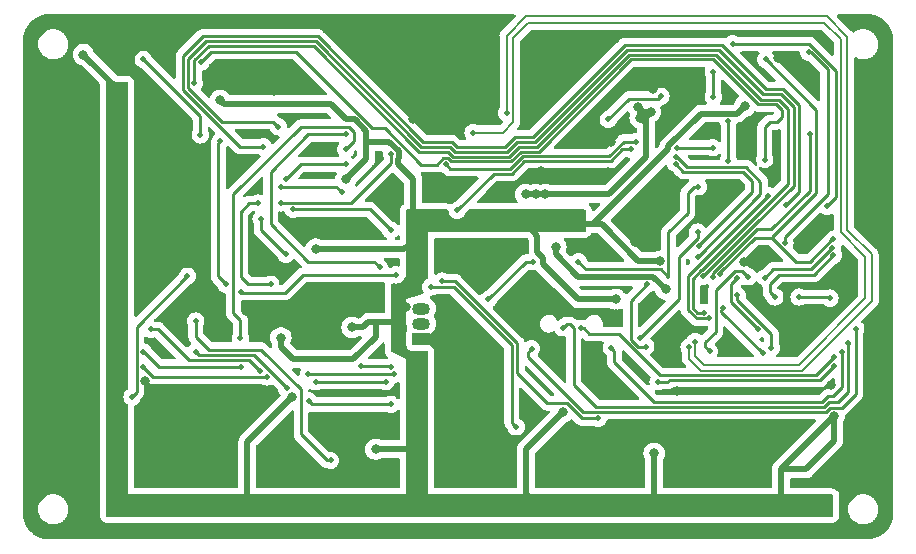
<source format=gbr>
%TF.GenerationSoftware,KiCad,Pcbnew,7.0.10*%
%TF.CreationDate,2024-11-19T10:35:13-08:00*%
%TF.ProjectId,pcb,7063622e-6b69-4636-9164-5f7063625858,rev?*%
%TF.SameCoordinates,Original*%
%TF.FileFunction,Copper,L2,Bot*%
%TF.FilePolarity,Positive*%
%FSLAX46Y46*%
G04 Gerber Fmt 4.6, Leading zero omitted, Abs format (unit mm)*
G04 Created by KiCad (PCBNEW 7.0.10) date 2024-11-19 10:35:13*
%MOMM*%
%LPD*%
G01*
G04 APERTURE LIST*
%TA.AperFunction,ComponentPad*%
%ADD10R,1.500000X1.050000*%
%TD*%
%TA.AperFunction,ComponentPad*%
%ADD11O,1.500000X1.050000*%
%TD*%
%TA.AperFunction,ComponentPad*%
%ADD12O,0.775000X1.550000*%
%TD*%
%TA.AperFunction,ComponentPad*%
%ADD13O,1.300000X0.950000*%
%TD*%
%TA.AperFunction,ViaPad*%
%ADD14C,0.800000*%
%TD*%
%TA.AperFunction,ViaPad*%
%ADD15C,0.460000*%
%TD*%
%TA.AperFunction,Conductor*%
%ADD16C,0.250000*%
%TD*%
%TA.AperFunction,Conductor*%
%ADD17C,0.200000*%
%TD*%
%TA.AperFunction,Conductor*%
%ADD18C,0.500000*%
%TD*%
G04 APERTURE END LIST*
D10*
%TO.P,U2,1,GND*%
%TO.N,GND*%
X160689117Y-111924340D03*
D11*
%TO.P,U2,2,DQ*%
%TO.N,/A2*%
X160689117Y-110654340D03*
%TO.P,U2,3,V_{DD}*%
%TO.N,3.3V*%
X160689117Y-109384340D03*
%TD*%
D12*
%TO.P,J1,SH1,SHIELD*%
%TO.N,GND*%
X166093317Y-89064340D03*
%TO.P,J1,SH4,SHIELD__3*%
X159093317Y-89064340D03*
D13*
%TO.P,J1,SH5,SHIELD__4*%
X165093317Y-91764340D03*
%TO.P,J1,SH6,SHIELD__5*%
X160093317Y-91764340D03*
%TD*%
D14*
%TO.N,GND*%
X194690000Y-102240000D03*
X192890000Y-104080000D03*
X190270000Y-105010000D03*
X188030000Y-105400000D03*
X148200000Y-90910000D03*
%TO.N,VBAT*%
X171200000Y-99694340D03*
X170380000Y-99694340D03*
X179074119Y-92275000D03*
%TO.N,3.3V*%
X170540000Y-101970000D03*
X169720000Y-101570000D03*
%TO.N,VBAT*%
X180105000Y-92705000D03*
%TO.N,3.3V*%
X154305000Y-98425000D03*
X149780000Y-116826400D03*
X134620000Y-120650000D03*
X195645000Y-118455000D03*
X156845000Y-121285000D03*
X135255000Y-103745000D03*
X180405000Y-121630000D03*
X180935000Y-105360000D03*
X172720000Y-118110000D03*
X154830000Y-110960000D03*
X148810000Y-111840000D03*
X151765000Y-104329340D03*
X169800000Y-102460000D03*
X132080000Y-87870000D03*
X159385000Y-109220000D03*
X134620000Y-107315000D03*
X177165000Y-108585000D03*
X143667298Y-91722702D03*
X188070000Y-92240000D03*
%TO.N,GND*%
X165100000Y-85090000D03*
X138550000Y-123270000D03*
X177800000Y-128270000D03*
X156480000Y-107910000D03*
X153890000Y-112370000D03*
X167005000Y-105410000D03*
X177165000Y-109855000D03*
X137280000Y-115500000D03*
X174625000Y-122555000D03*
X171450000Y-90170000D03*
X176750000Y-95260000D03*
X128340000Y-89340000D03*
X190930000Y-88180000D03*
X164950000Y-124150000D03*
X168910000Y-108585000D03*
X199390000Y-93980000D03*
X151600000Y-90740000D03*
X198120000Y-123190000D03*
X155170000Y-87330000D03*
X165735000Y-112395000D03*
X199390000Y-115570000D03*
X166370000Y-91440000D03*
X151130000Y-123190000D03*
X130810000Y-123825000D03*
X177090000Y-86510000D03*
X170821606Y-97717169D03*
X190890000Y-119270000D03*
X141605000Y-102235000D03*
X145870000Y-109570000D03*
X199237600Y-89357200D03*
X154305000Y-118745000D03*
X143100000Y-90090000D03*
X160020000Y-93345000D03*
X178810000Y-103730000D03*
X199390000Y-100279200D03*
X193990000Y-89660000D03*
X142875000Y-128270000D03*
X140970000Y-85090000D03*
X195402200Y-115824000D03*
X189070000Y-124160000D03*
X182372000Y-116332000D03*
X141720000Y-123570000D03*
X129540000Y-106045000D03*
X138040000Y-94180000D03*
X181730000Y-98070000D03*
X180340000Y-90805000D03*
X175630000Y-104460000D03*
X162229800Y-104800400D03*
X188595000Y-128270000D03*
X176530000Y-97790000D03*
X160655000Y-128270000D03*
%TO.N,VBUS*%
X181389340Y-107729340D03*
X172085000Y-104140000D03*
%TO.N,VBAT*%
X169550000Y-99694340D03*
X179224957Y-93215545D03*
D15*
%TO.N,/EEG2 OUT*%
X168730000Y-119380000D03*
X161500000Y-107545000D03*
X154305000Y-94615000D03*
X157160000Y-105890000D03*
%TO.N,/EEG3 OUT*%
X141985000Y-94660000D03*
X137160000Y-88265000D03*
%TO.N,/EEG1 OUT*%
X144145000Y-107315000D03*
X175680000Y-118672195D03*
X158540000Y-106520000D03*
X162473845Y-107040000D03*
X143690000Y-95140000D03*
X145440000Y-107950000D03*
%TO.N,/EEG4 OUT*%
X145387823Y-111854126D03*
X154305000Y-95885000D03*
%TO.N,/NEOPIX*%
X185370000Y-106680000D03*
X193565000Y-94615000D03*
%TO.N,/QSPI_DATA2*%
X188370000Y-106680000D03*
X185110000Y-112990000D03*
%TO.N,/QSPI_DATA0*%
X186280000Y-109320000D03*
X189610000Y-113170000D03*
%TO.N,/QSPI_SCK*%
X190340000Y-112690000D03*
X187440000Y-108250000D03*
%TO.N,/QSPI_DATA3*%
X189230000Y-111125000D03*
X187445000Y-106765000D03*
%TO.N,/LED2*%
X195020000Y-100710000D03*
X185420000Y-89354340D03*
X185420000Y-91440000D03*
X187047571Y-86959340D03*
%TO.N,/ADC CS*%
X189773266Y-96748721D03*
X142051329Y-88482849D03*
%TO.N,/LED1*%
X186690000Y-93488838D03*
X186690000Y-96885000D03*
%TO.N,/VDIV*%
X176530000Y-93345000D03*
X182365000Y-95765000D03*
X180980000Y-91390000D03*
X185370000Y-95750000D03*
%TO.N,/A3*%
X151765000Y-115559847D03*
X147632911Y-115157089D03*
X180750000Y-115560000D03*
X137160000Y-114300000D03*
X195624686Y-114194686D03*
X157700000Y-115560000D03*
%TO.N,/A2*%
X166370000Y-108585000D03*
X184150000Y-99060000D03*
X173990000Y-105410000D03*
X170180000Y-105410000D03*
%TO.N,/A0*%
X179705000Y-112593749D03*
X147000000Y-114615000D03*
X151130000Y-114935000D03*
X158350000Y-114934340D03*
X179810533Y-107315000D03*
X137795000Y-111125000D03*
%TO.N,/A1*%
X137160000Y-113030000D03*
X158115000Y-114300000D03*
X184090000Y-102900000D03*
X179186728Y-111876728D03*
X155632202Y-114267202D03*
X145415000Y-114310000D03*
%TO.N,/SCL*%
X178473971Y-95885000D03*
X149225000Y-104775000D03*
X163732168Y-101052168D03*
X149860000Y-100965000D03*
X184223672Y-104053672D03*
X158102300Y-102730300D03*
X147140000Y-101800000D03*
X182245000Y-97155000D03*
%TO.N,/SDA*%
X158171782Y-96317640D03*
X178860000Y-95230000D03*
X147955000Y-107315000D03*
X184097170Y-105017170D03*
X146880000Y-100440000D03*
X162746802Y-97159340D03*
X148860000Y-100420000D03*
X182245000Y-96520000D03*
%TO.N,/SCK*%
X184570000Y-106650000D03*
X149225000Y-98425000D03*
X154305000Y-97155000D03*
X148590000Y-93980000D03*
%TO.N,/MOSI*%
X184613063Y-109703063D03*
X141475000Y-90303634D03*
%TO.N,/MISO*%
X191550000Y-100610000D03*
X190037911Y-99817911D03*
X147320000Y-95670000D03*
X148837347Y-99062653D03*
X185080000Y-110130000D03*
X153950000Y-99530000D03*
%TO.N,/RESET*%
X170040000Y-112750000D03*
X197480000Y-111080000D03*
X195580000Y-103505000D03*
X186022419Y-106433960D03*
X189865000Y-88265000D03*
%TO.N,/SWO*%
X189820000Y-106740000D03*
X196839412Y-112279412D03*
X172700000Y-110990000D03*
X195507910Y-104212090D03*
%TO.N,/SWITCH*%
X193509380Y-87664736D03*
X191489589Y-103780411D03*
%TO.N,/SWDIO*%
X196316600Y-113055400D03*
X195580000Y-104854178D03*
X176780000Y-112670000D03*
X190620000Y-108380000D03*
%TO.N,/SWCLK*%
X192689998Y-108390000D03*
X174190000Y-111040000D03*
X195676550Y-113442274D03*
X195300000Y-108480000D03*
%TO.N,/EEG1+*%
X149301400Y-116101400D03*
X141605000Y-113030000D03*
X158115000Y-117475000D03*
X151158905Y-117180000D03*
%TO.N,/EEG2+*%
X141605000Y-110430000D03*
X153020000Y-122230000D03*
%TO.N,/EEG4+*%
X140897891Y-106607891D03*
X136200000Y-116840000D03*
%TO.N,/USB_N*%
X183360000Y-112640000D03*
X167919400Y-92790000D03*
%TO.N,/USB_P*%
X183880000Y-112180000D03*
X165080000Y-94480000D03*
%TD*%
D16*
%TO.N,/MISO*%
X145364314Y-95670000D02*
X147320000Y-95670000D01*
X140520000Y-90825686D02*
X145364314Y-95670000D01*
X140520000Y-88020000D02*
X140520000Y-90825686D01*
X151910966Y-86325000D02*
X142215000Y-86325000D01*
X160873271Y-95287304D02*
X151910966Y-86325000D01*
X163286001Y-95287304D02*
X160873271Y-95287304D01*
X168602662Y-94880000D02*
X167781662Y-95701000D01*
X170122942Y-94880000D02*
X168602662Y-94880000D01*
X163699698Y-95701000D02*
X163286001Y-95287304D01*
X189848026Y-90783838D02*
X186129188Y-87065000D01*
X186129188Y-87065000D02*
X177937942Y-87065000D01*
X191359493Y-90783838D02*
X189848026Y-90783838D01*
X167781662Y-95701000D02*
X163699698Y-95701000D01*
X192670000Y-99490000D02*
X192670000Y-92094345D01*
X191550000Y-100610000D02*
X192670000Y-99490000D01*
X192670000Y-92094345D02*
X191359493Y-90783838D01*
X177937942Y-87065000D02*
X170122942Y-94880000D01*
X142215000Y-86325000D02*
X140520000Y-88020000D01*
%TO.N,/EEG3 OUT*%
X141985000Y-93079998D02*
X137160000Y-88254998D01*
X141985000Y-94660000D02*
X141985000Y-93079998D01*
%TO.N,/SWITCH*%
X195090000Y-89096863D02*
X193657873Y-87664736D01*
X195090000Y-99690000D02*
X195090000Y-89096863D01*
X191470000Y-103310000D02*
X195090000Y-99690000D01*
X191470000Y-103760822D02*
X191470000Y-103310000D01*
X193657873Y-87664736D02*
X193509380Y-87664736D01*
X191489589Y-103780411D02*
X191470000Y-103760822D01*
%TO.N,/RESET*%
X188950387Y-103357500D02*
X190352500Y-103357500D01*
X186022419Y-106285468D02*
X188950387Y-103357500D01*
X186022419Y-106433960D02*
X186022419Y-106285468D01*
%TO.N,/A3*%
X181560000Y-115570000D02*
X180760000Y-115570000D01*
X181705000Y-115425000D02*
X181560000Y-115570000D01*
X195624686Y-114215314D02*
X194415000Y-115425000D01*
X180760000Y-115570000D02*
X180750000Y-115560000D01*
X195624686Y-114194686D02*
X195624686Y-114215314D01*
X194415000Y-115425000D02*
X181705000Y-115425000D01*
D17*
%TO.N,/USB_N*%
X167919400Y-86258400D02*
X167919400Y-92790000D01*
X169545000Y-84632800D02*
X167919400Y-86258400D01*
X195012800Y-84632800D02*
X169545000Y-84632800D01*
X196720000Y-86340000D02*
X195012800Y-84632800D01*
X198820000Y-104790000D02*
X196720000Y-102690000D01*
X196720000Y-102690000D02*
X196720000Y-86340000D01*
X198820000Y-108710000D02*
X198820000Y-104790000D01*
X184360000Y-114630000D02*
X192900000Y-114630000D01*
X192900000Y-114630000D02*
X198820000Y-108710000D01*
X183360000Y-113630000D02*
X184360000Y-114630000D01*
X183360000Y-112640000D02*
X183360000Y-113630000D01*
%TO.N,/USB_P*%
X165097400Y-94462600D02*
X165080000Y-94480000D01*
X167587400Y-94462600D02*
X165097400Y-94462600D01*
X168440000Y-93610000D02*
X167587400Y-94462600D01*
X168440000Y-86475000D02*
X168440000Y-93610000D01*
X169765000Y-85150000D02*
X168440000Y-86475000D01*
X194800000Y-85150000D02*
X169765000Y-85150000D01*
X196200000Y-102925600D02*
X196200000Y-86550000D01*
X184600000Y-114110000D02*
X192690000Y-114110000D01*
X183880000Y-112180000D02*
X183880000Y-113390000D01*
X183880000Y-113390000D02*
X184600000Y-114110000D01*
X196200000Y-86550000D02*
X194800000Y-85150000D01*
X198303400Y-108496600D02*
X198303400Y-105029000D01*
X192690000Y-114110000D02*
X198303400Y-108496600D01*
X198303400Y-105029000D02*
X196200000Y-102925600D01*
D16*
%TO.N,/MISO*%
X183280000Y-106575822D02*
X190037911Y-99817911D01*
X183280000Y-109485685D02*
X183280000Y-106575822D01*
X185001937Y-110208063D02*
X184002378Y-110208063D01*
X184002378Y-110208063D02*
X183280000Y-109485685D01*
X185080000Y-110130000D02*
X185001937Y-110208063D01*
%TO.N,/ADC CS*%
X190199695Y-93583838D02*
X189773266Y-94010267D01*
X190800305Y-93583838D02*
X190199695Y-93583838D01*
X191225000Y-92558533D02*
X191225000Y-93159143D01*
X190750305Y-92083838D02*
X191225000Y-92558533D01*
X189238838Y-92083838D02*
X190750305Y-92083838D01*
X185420000Y-88265000D02*
X189238838Y-92083838D01*
X178435000Y-88265000D02*
X185420000Y-88265000D01*
X168278719Y-96901000D02*
X169099719Y-96080000D01*
X163202640Y-96901000D02*
X168278719Y-96901000D01*
X162955980Y-96654340D02*
X163202640Y-96901000D01*
X162537624Y-96654340D02*
X162955980Y-96654340D01*
X161986164Y-97205800D02*
X162537624Y-96654340D01*
X160693359Y-97205800D02*
X161986164Y-97205800D01*
X189773266Y-94010267D02*
X189773266Y-96748721D01*
X157592635Y-94105076D02*
X160693359Y-97205800D01*
X191225000Y-93159143D02*
X190800305Y-93583838D01*
X156550000Y-94105076D02*
X157592635Y-94105076D01*
X169099719Y-96080000D02*
X170620000Y-96080000D01*
X150074924Y-87630000D02*
X156550000Y-94105076D01*
X142051329Y-88482849D02*
X142904178Y-87630000D01*
X170620000Y-96080000D02*
X178435000Y-88265000D01*
X142904178Y-87630000D02*
X150074924Y-87630000D01*
%TO.N,/MOSI*%
X184063063Y-109703063D02*
X184613063Y-109703063D01*
X183680000Y-109320000D02*
X184063063Y-109703063D01*
X183680000Y-106825822D02*
X183680000Y-109320000D01*
X184425000Y-106145000D02*
X184360822Y-106145000D01*
X191770000Y-98800000D02*
X184425000Y-106145000D01*
X191770000Y-92467137D02*
X191770000Y-98800000D01*
X184360822Y-106145000D02*
X183680000Y-106825822D01*
X190986701Y-91683838D02*
X191770000Y-92467137D01*
X189475234Y-91683838D02*
X190986701Y-91683838D01*
X185656396Y-87865000D02*
X189475234Y-91683838D01*
X178269314Y-87865000D02*
X185656396Y-87865000D01*
X168934034Y-95680000D02*
X170454314Y-95680000D01*
X168113034Y-96501000D02*
X168934034Y-95680000D01*
X163368326Y-96501000D02*
X168113034Y-96501000D01*
X162954630Y-96087304D02*
X163368326Y-96501000D01*
X141475000Y-88345000D02*
X142695000Y-87125000D01*
X141475000Y-88886267D02*
X141475000Y-88345000D01*
X151579595Y-87125000D02*
X160541900Y-96087304D01*
X141480000Y-88891267D02*
X141475000Y-88886267D01*
X141475000Y-90303634D02*
X141480000Y-90298634D01*
X141480000Y-90298634D02*
X141480000Y-88891267D01*
X170454314Y-95680000D02*
X178269314Y-87865000D01*
X142695000Y-87125000D02*
X151579595Y-87125000D01*
X160541900Y-96087304D02*
X162954630Y-96087304D01*
%TO.N,/SCK*%
X148140000Y-93530000D02*
X148590000Y-93980000D01*
X143790000Y-93530000D02*
X148140000Y-93530000D01*
X140960000Y-90700000D02*
X143790000Y-93530000D01*
X140960000Y-88200000D02*
X140960000Y-90700000D01*
X142435000Y-86725000D02*
X140960000Y-88200000D01*
X151745281Y-86725000D02*
X142435000Y-86725000D01*
X160707585Y-95687304D02*
X151745281Y-86725000D01*
X163120316Y-95687304D02*
X160707585Y-95687304D01*
X163534012Y-96101000D02*
X163120316Y-95687304D01*
X167947348Y-96101000D02*
X163534012Y-96101000D01*
X168768348Y-95280000D02*
X167947348Y-96101000D01*
X170288628Y-95280000D02*
X168768348Y-95280000D01*
X178103628Y-87465000D02*
X170288628Y-95280000D01*
X185892792Y-87465000D02*
X178103628Y-87465000D01*
X192220000Y-98960000D02*
X192220000Y-92280741D01*
X191173097Y-91233838D02*
X189661630Y-91233838D01*
X189661630Y-91233838D02*
X185892792Y-87465000D01*
X188950000Y-102230000D02*
X192220000Y-98960000D01*
X188946515Y-102230000D02*
X188950000Y-102230000D01*
X184570000Y-106606515D02*
X188946515Y-102230000D01*
X184570000Y-106650000D02*
X184570000Y-106606515D01*
X192220000Y-92280741D02*
X191173097Y-91233838D01*
D18*
%TO.N,3.3V*%
X156025000Y-96705000D02*
X154305000Y-98425000D01*
X156025000Y-94322538D02*
X156025000Y-96705000D01*
X155047462Y-93345000D02*
X156025000Y-94322538D01*
X154305000Y-93345000D02*
X155047462Y-93345000D01*
X153035000Y-92075000D02*
X154305000Y-93345000D01*
X144019596Y-92075000D02*
X153035000Y-92075000D01*
X143667298Y-91722702D02*
X144019596Y-92075000D01*
D16*
%TO.N,/SWCLK*%
X180902214Y-115025000D02*
X194080194Y-115025000D01*
X194080194Y-115025000D02*
X195662920Y-113442274D01*
X195662920Y-113442274D02*
X195676550Y-113442274D01*
X174931680Y-111529340D02*
X177406554Y-111529340D01*
X177406554Y-111529340D02*
X180902214Y-115025000D01*
X174190000Y-111040000D02*
X174442340Y-111040000D01*
X174442340Y-111040000D02*
X174931680Y-111529340D01*
%TO.N,/SWDIO*%
X196310000Y-113062000D02*
X196316600Y-113055400D01*
X195133324Y-116810000D02*
X195540000Y-116810000D01*
X195540000Y-116810000D02*
X196310000Y-116040000D01*
X180434777Y-117310000D02*
X194633324Y-117310000D01*
X194633324Y-117310000D02*
X195133324Y-116810000D01*
X177050000Y-113925223D02*
X180434777Y-117310000D01*
X196310000Y-116040000D02*
X196310000Y-113062000D01*
X177050000Y-112940000D02*
X177050000Y-113925223D01*
X176780000Y-112670000D02*
X177050000Y-112940000D01*
%TO.N,/RESET*%
X169770000Y-113020000D02*
X170040000Y-112750000D01*
X169770000Y-113498299D02*
X169770000Y-113020000D01*
X195294695Y-117780000D02*
X194964695Y-118110000D01*
X196330000Y-117780000D02*
X195294695Y-117780000D01*
X197485000Y-116625000D02*
X196330000Y-117780000D01*
X174381701Y-118110000D02*
X169770000Y-113498299D01*
X197485000Y-111085000D02*
X197485000Y-116625000D01*
X197480000Y-111080000D02*
X197485000Y-111085000D01*
X194964695Y-118110000D02*
X174381701Y-118110000D01*
%TO.N,/SWO*%
X196850000Y-112290000D02*
X196839412Y-112279412D01*
X196850000Y-116420000D02*
X196850000Y-112290000D01*
X195980000Y-117290000D02*
X196850000Y-116420000D01*
X194799009Y-117710000D02*
X195219009Y-117290000D01*
X175495000Y-117710000D02*
X194799009Y-117710000D01*
X173600000Y-115815000D02*
X175495000Y-117710000D01*
X173000000Y-110690000D02*
X173280000Y-110690000D01*
X172700000Y-110990000D02*
X173000000Y-110690000D01*
X173600000Y-111010000D02*
X173600000Y-115815000D01*
X195219009Y-117290000D02*
X195980000Y-117290000D01*
X173280000Y-110690000D02*
X173600000Y-111010000D01*
%TO.N,/A3*%
X137980000Y-115120000D02*
X137160000Y-114300000D01*
X147595822Y-115120000D02*
X137980000Y-115120000D01*
X147632911Y-115157089D02*
X147595822Y-115120000D01*
%TO.N,/A0*%
X138430000Y-111125000D02*
X137795000Y-111125000D01*
X141060000Y-113755000D02*
X138430000Y-111125000D01*
X146140000Y-113755000D02*
X141060000Y-113755000D01*
X147000000Y-114615000D02*
X146140000Y-113755000D01*
%TO.N,/EEG1+*%
X141880000Y-113305000D02*
X141605000Y-113030000D01*
X146495000Y-113305000D02*
X141880000Y-113305000D01*
X149291400Y-116101400D02*
X146495000Y-113305000D01*
X149301400Y-116101400D02*
X149291400Y-116101400D01*
%TO.N,/A3*%
X156834847Y-115559847D02*
X151765000Y-115559847D01*
X156835000Y-115560000D02*
X156834847Y-115559847D01*
X157700000Y-115560000D02*
X156835000Y-115560000D01*
%TO.N,/A0*%
X158349340Y-114935000D02*
X151174340Y-114935000D01*
X158350000Y-114934340D02*
X158349340Y-114935000D01*
%TO.N,/EEG2 OUT*%
X151130000Y-94615000D02*
X154305000Y-94615000D01*
X147955000Y-102235000D02*
X147955000Y-97790000D01*
X147955000Y-97790000D02*
X151130000Y-94615000D01*
X151130000Y-105410000D02*
X147955000Y-102235000D01*
X157160000Y-105890000D02*
X156680000Y-105410000D01*
X156680000Y-105410000D02*
X151130000Y-105410000D01*
X168365000Y-119015000D02*
X168730000Y-119380000D01*
X168365000Y-112485000D02*
X168365000Y-119015000D01*
X163425000Y-107545000D02*
X168365000Y-112485000D01*
X161500000Y-107545000D02*
X163425000Y-107545000D01*
%TO.N,/EEG1 OUT*%
X175667805Y-118660000D02*
X175680000Y-118672195D01*
X174295305Y-118660000D02*
X175667805Y-118660000D01*
X173020305Y-117385000D02*
X174295305Y-118660000D01*
X171360000Y-117385000D02*
X173020305Y-117385000D01*
X168815000Y-114840000D02*
X171360000Y-117385000D01*
X168815000Y-112298604D02*
X168815000Y-114840000D01*
X162473845Y-107040000D02*
X163556396Y-107040000D01*
X163556396Y-107040000D02*
X168815000Y-112298604D01*
X149135000Y-108040000D02*
X145505000Y-108040000D01*
X150645000Y-106530000D02*
X149135000Y-108040000D01*
X158540000Y-106520000D02*
X158530000Y-106530000D01*
X158530000Y-106530000D02*
X150645000Y-106530000D01*
%TO.N,/EEG4+*%
X136600000Y-110905782D02*
X140897891Y-106607891D01*
X136600000Y-116440000D02*
X136600000Y-110905782D01*
X136200000Y-116840000D02*
X136600000Y-116440000D01*
%TO.N,/EEG2+*%
X141605000Y-111760000D02*
X141605000Y-110430000D01*
X147145000Y-112855000D02*
X142700000Y-112855000D01*
X150505000Y-116215000D02*
X147145000Y-112855000D01*
X150505000Y-120025000D02*
X150505000Y-116215000D01*
X142700000Y-112855000D02*
X141605000Y-111760000D01*
X152710000Y-122230000D02*
X150505000Y-120025000D01*
X153020000Y-122230000D02*
X152710000Y-122230000D01*
%TO.N,/EEG1+*%
X151158905Y-117180000D02*
X151453905Y-117475000D01*
X151453905Y-117475000D02*
X158115000Y-117475000D01*
%TO.N,/SDA*%
X163129862Y-97542400D02*
X162746802Y-97159340D01*
X168203005Y-97542400D02*
X163129862Y-97542400D01*
X169265405Y-96480000D02*
X168203005Y-97542400D01*
X177820000Y-95230000D02*
X176570000Y-96480000D01*
X178860000Y-95230000D02*
X177820000Y-95230000D01*
X176570000Y-96480000D02*
X169265405Y-96480000D01*
X146050000Y-107315000D02*
X147955000Y-107315000D01*
X145415000Y-106680000D02*
X146050000Y-107315000D01*
X146138589Y-100440000D02*
X145415000Y-101163589D01*
X145415000Y-101163589D02*
X145415000Y-106680000D01*
X146880000Y-100440000D02*
X146138589Y-100440000D01*
X154760000Y-100420000D02*
X148860000Y-100420000D01*
X158171782Y-97008218D02*
X154760000Y-100420000D01*
X158171782Y-96317640D02*
X158171782Y-97008218D01*
%TO.N,/SCL*%
X187958603Y-97790000D02*
X182880000Y-97790000D01*
X182880000Y-97790000D02*
X182245000Y-97155000D01*
X188710000Y-99540000D02*
X188710000Y-98541397D01*
X188710000Y-98541397D02*
X187958603Y-97790000D01*
X184223672Y-104026328D02*
X188710000Y-99540000D01*
X184223672Y-104053672D02*
X184223672Y-104026328D01*
X147140000Y-102749340D02*
X147140000Y-101800000D01*
X149225000Y-104834340D02*
X147140000Y-102749340D01*
%TO.N,/EEG4 OUT*%
X154970000Y-95220000D02*
X154305000Y-95885000D01*
X154560000Y-93980000D02*
X154970000Y-94390000D01*
X154970000Y-94390000D02*
X154970000Y-95220000D01*
X150495000Y-93980000D02*
X154560000Y-93980000D01*
X144780000Y-99695000D02*
X150495000Y-93980000D01*
X145387823Y-110367823D02*
X144780000Y-109760000D01*
X144780000Y-109760000D02*
X144780000Y-99695000D01*
X145387823Y-111854126D02*
X145387823Y-110367823D01*
%TO.N,/EEG1 OUT*%
X143510000Y-95320000D02*
X143510000Y-106651694D01*
X143690000Y-95140000D02*
X143510000Y-95320000D01*
X143510000Y-106651694D02*
X144055814Y-107197508D01*
%TO.N,/QSPI_DATA0*%
X186089117Y-109510883D02*
X186089117Y-109659117D01*
X186280000Y-109320000D02*
X186089117Y-109510883D01*
X189600000Y-113170000D02*
X189610000Y-113170000D01*
X186089117Y-109659117D02*
X189600000Y-113170000D01*
%TO.N,/MISO*%
X153950000Y-99530000D02*
X153480000Y-99060000D01*
X153480000Y-99060000D02*
X148840000Y-99060000D01*
X148840000Y-99060000D02*
X148837347Y-99062653D01*
%TO.N,/SWCLK*%
X195300000Y-108480000D02*
X195210000Y-108390000D01*
X195210000Y-108390000D02*
X192689998Y-108390000D01*
%TO.N,/SCL*%
X176735686Y-96880000D02*
X177730686Y-95885000D01*
X166827600Y-97942400D02*
X168368691Y-97942400D01*
X163732168Y-101037832D02*
X166827600Y-97942400D01*
X169431091Y-96880000D02*
X176735686Y-96880000D01*
X177730686Y-95885000D02*
X178473971Y-95885000D01*
X163732168Y-101052168D02*
X163732168Y-101037832D01*
X168368691Y-97942400D02*
X169431091Y-96880000D01*
%TO.N,/VDIV*%
X182380000Y-95750000D02*
X185370000Y-95750000D01*
X182365000Y-95765000D02*
X182380000Y-95750000D01*
%TO.N,/A2*%
X183250000Y-99610000D02*
X183800000Y-99060000D01*
X181610000Y-102909645D02*
X183250000Y-101269645D01*
X181610000Y-106680000D02*
X181610000Y-102909645D01*
X180975000Y-106045000D02*
X181610000Y-106680000D01*
X183250000Y-101269645D02*
X183250000Y-99610000D01*
X183800000Y-99060000D02*
X184150000Y-99060000D01*
X174625000Y-106045000D02*
X180975000Y-106045000D01*
X173990000Y-105410000D02*
X174625000Y-106045000D01*
%TO.N,/A1*%
X184090000Y-103370000D02*
X182478457Y-104981543D01*
X182478457Y-104981543D02*
X182478457Y-108585000D01*
X184090000Y-102900000D02*
X184090000Y-103370000D01*
X182478457Y-108585000D02*
X179186728Y-111876728D01*
%TO.N,/SDA*%
X182324178Y-96520000D02*
X182245000Y-96520000D01*
X183194178Y-97390000D02*
X182324178Y-96520000D01*
X188195000Y-97390000D02*
X183194178Y-97390000D01*
X189415000Y-99685000D02*
X189415000Y-98610000D01*
X184097170Y-105002830D02*
X189415000Y-99685000D01*
X184097170Y-105017170D02*
X184097170Y-105002830D01*
X189415000Y-98610000D02*
X188195000Y-97390000D01*
%TO.N,/LED2*%
X195810000Y-89251177D02*
X193518163Y-86959340D01*
X195020000Y-100710000D02*
X195810000Y-99920000D01*
X195810000Y-99920000D02*
X195810000Y-89251177D01*
X193518163Y-86959340D02*
X187047571Y-86959340D01*
%TO.N,/SWO*%
X196839412Y-112312622D02*
X196885895Y-112359105D01*
X196839412Y-112279412D02*
X196839412Y-112312622D01*
%TO.N,/SWDIO*%
X193939178Y-106495000D02*
X195580000Y-104854178D01*
X190220000Y-107260000D02*
X190985000Y-106495000D01*
X190985000Y-106495000D02*
X193939178Y-106495000D01*
X190220000Y-107980000D02*
X190220000Y-107260000D01*
X190620000Y-108380000D02*
X190220000Y-107980000D01*
%TO.N,/QSPI_SCK*%
X190340000Y-111520822D02*
X190340000Y-112690000D01*
X187440000Y-108620822D02*
X190340000Y-111520822D01*
X187440000Y-108250000D02*
X187440000Y-108620822D01*
%TO.N,/QSPI_DATA2*%
X184740000Y-112240000D02*
X184740000Y-112620000D01*
X185607800Y-107832200D02*
X185607800Y-111372200D01*
X184740000Y-112620000D02*
X185110000Y-112990000D01*
X187865000Y-106175000D02*
X187265000Y-106175000D01*
X188370000Y-106680000D02*
X187865000Y-106175000D01*
X187265000Y-106175000D02*
X185607800Y-107832200D01*
X185607800Y-111372200D02*
X184740000Y-112240000D01*
%TO.N,/NEOPIX*%
X193565000Y-99395000D02*
X193565000Y-94615000D01*
X190330000Y-102630000D02*
X193565000Y-99395000D01*
X189112201Y-102630000D02*
X190330000Y-102630000D01*
X185370000Y-106372201D02*
X189112201Y-102630000D01*
X185370000Y-106680000D02*
X185370000Y-106372201D01*
%TO.N,/RESET*%
X194120000Y-99580000D02*
X194120000Y-92520000D01*
X190380000Y-103320000D02*
X194120000Y-99580000D01*
X194120000Y-92520000D02*
X189865000Y-88265000D01*
X192405000Y-105410000D02*
X190380000Y-103385000D01*
X193595822Y-105410000D02*
X192405000Y-105410000D01*
X190380000Y-103385000D02*
X190380000Y-103320000D01*
X195580000Y-103505000D02*
X195500822Y-103505000D01*
X195500822Y-103505000D02*
X193595822Y-105410000D01*
D18*
%TO.N,3.3V*%
X156845000Y-111760000D02*
X156845000Y-110490000D01*
X154940000Y-113665000D02*
X156845000Y-111760000D01*
X149860000Y-113665000D02*
X154940000Y-113665000D01*
X148810000Y-111840000D02*
X148810000Y-112615000D01*
X148810000Y-112615000D02*
X149860000Y-113665000D01*
%TO.N,VBAT*%
X176580660Y-99644340D02*
X179700000Y-96525000D01*
X179700000Y-96525000D02*
X179700000Y-93890000D01*
X169600000Y-99644340D02*
X176580660Y-99644340D01*
X169550000Y-99694340D02*
X169600000Y-99644340D01*
%TO.N,3.3V*%
X175260000Y-102235000D02*
X174625000Y-102235000D01*
X181615000Y-95880000D02*
X175260000Y-102235000D01*
X181615000Y-95624045D02*
X181615000Y-95880000D01*
X184380207Y-92858838D02*
X181615000Y-95624045D01*
X187451162Y-92858838D02*
X184380207Y-92858838D01*
X188070000Y-92240000D02*
X187451162Y-92858838D01*
X156210000Y-110490000D02*
X156845000Y-110490000D01*
X154830000Y-110960000D02*
X155740000Y-110960000D01*
X155740000Y-110960000D02*
X156210000Y-110490000D01*
%TO.N,VBAT*%
X179504119Y-92705000D02*
X179074119Y-92275000D01*
X180105000Y-92705000D02*
X179504119Y-92705000D01*
X179224957Y-92425838D02*
X179074119Y-92275000D01*
X179224957Y-93215545D02*
X179224957Y-92425838D01*
X179224957Y-93215545D02*
X179700000Y-93690588D01*
X179700000Y-93690588D02*
X179700000Y-93890000D01*
X179700000Y-93110000D02*
X179700000Y-93890000D01*
X180105000Y-92705000D02*
X179700000Y-93110000D01*
D16*
%TO.N,/QSPI_DATA3*%
X186910000Y-108805000D02*
X189230000Y-111125000D01*
X186910000Y-107300000D02*
X186910000Y-108805000D01*
X187445000Y-106765000D02*
X186910000Y-107300000D01*
%TO.N,/SWO*%
X193675000Y-106045000D02*
X195507910Y-104212090D01*
X190515000Y-106045000D02*
X193675000Y-106045000D01*
X189820000Y-106740000D02*
X190515000Y-106045000D01*
D18*
%TO.N,3.3V*%
X175955000Y-102235000D02*
X174625000Y-102235000D01*
X179080000Y-105360000D02*
X175955000Y-102235000D01*
X180935000Y-105360000D02*
X179080000Y-105360000D01*
D16*
%TO.N,/VDIV*%
X178275000Y-91600000D02*
X176530000Y-93345000D01*
X180770000Y-91600000D02*
X178275000Y-91600000D01*
X180980000Y-91390000D02*
X180770000Y-91600000D01*
D18*
%TO.N,3.3V*%
X174625000Y-102235000D02*
X170025000Y-102235000D01*
X173990000Y-108585000D02*
X177165000Y-108585000D01*
X171030000Y-105625000D02*
X173990000Y-108585000D01*
X171030000Y-105057918D02*
X171030000Y-105625000D01*
X170532082Y-103192082D02*
X170532082Y-104560000D01*
X169800000Y-102460000D02*
X170532082Y-103192082D01*
X170532082Y-104560000D02*
X171030000Y-105057918D01*
X170025000Y-102235000D02*
X169800000Y-102460000D01*
X159385000Y-104140000D02*
X160655000Y-104140000D01*
X145970000Y-120636400D02*
X145970000Y-125650000D01*
X195645000Y-118455000D02*
X195645000Y-120585000D01*
X151765000Y-104329340D02*
X159195660Y-104329340D01*
X193265000Y-122965000D02*
X191135000Y-122965000D01*
X158696782Y-96683595D02*
X158696782Y-97101782D01*
X180405000Y-121630000D02*
X180405000Y-125665000D01*
X158696782Y-97101782D02*
X160020000Y-98425000D01*
X169545000Y-125095000D02*
X170180000Y-125730000D01*
X132080000Y-87870000D02*
X135255000Y-91045000D01*
X157995097Y-95250000D02*
X158801782Y-96056685D01*
X156845000Y-121285000D02*
X159385000Y-121285000D01*
X169545000Y-121285000D02*
X169545000Y-125095000D01*
X158801782Y-96056685D02*
X158801782Y-96578595D01*
X180405000Y-125665000D02*
X180340000Y-125730000D01*
X195645000Y-120585000D02*
X193265000Y-122965000D01*
X172720000Y-118110000D02*
X169545000Y-121285000D01*
X149780000Y-116826400D02*
X145970000Y-120636400D01*
X191135000Y-122965000D02*
X191135000Y-125730000D01*
X156845000Y-110490000D02*
X158115000Y-110490000D01*
X191135000Y-122965000D02*
X195645000Y-118455000D01*
X156025000Y-95250000D02*
X157995097Y-95250000D01*
X159195660Y-104329340D02*
X159385000Y-104140000D01*
X145970000Y-125650000D02*
X146050000Y-125730000D01*
X160020000Y-98425000D02*
X160020000Y-101600000D01*
X158801782Y-96578595D02*
X158696782Y-96683595D01*
%TO.N,VBUS*%
X181389340Y-107729340D02*
X180340000Y-106680000D01*
X180340000Y-106680000D02*
X173990000Y-106680000D01*
X173990000Y-106680000D02*
X172085000Y-104775000D01*
X172085000Y-104775000D02*
X172085000Y-104140000D01*
D16*
%TO.N,/LED2*%
X185420000Y-91440000D02*
X185420000Y-89354340D01*
%TO.N,/LED1*%
X186690000Y-93488838D02*
X186690000Y-96885000D01*
%TO.N,/A2*%
X166370000Y-108585000D02*
X169545000Y-105410000D01*
X169545000Y-105410000D02*
X170180000Y-105410000D01*
%TO.N,/A0*%
X178435000Y-111992100D02*
X178435000Y-108690533D01*
X179705000Y-112593749D02*
X179036649Y-112593749D01*
X178435000Y-108690533D02*
X179810533Y-107315000D01*
X179036649Y-112593749D02*
X178435000Y-111992100D01*
%TO.N,/A1*%
X155632202Y-114267202D02*
X158115000Y-114267202D01*
X138520000Y-114300000D02*
X137250000Y-113030000D01*
X145405000Y-114300000D02*
X138520000Y-114300000D01*
X145415000Y-114310000D02*
X145405000Y-114300000D01*
X158115000Y-114267202D02*
X158122057Y-114274259D01*
%TO.N,/SCL*%
X149860000Y-100965000D02*
X156337000Y-100965000D01*
X156337000Y-100965000D02*
X158102300Y-102730300D01*
%TO.N,/SCK*%
X150495000Y-97155000D02*
X149225000Y-98425000D01*
X154305000Y-97155000D02*
X150495000Y-97155000D01*
%TD*%
%TA.AperFunction,Conductor*%
%TO.N,GND*%
G36*
X168641242Y-84474685D02*
G01*
X168686997Y-84527489D01*
X168696941Y-84596647D01*
X168667916Y-84660203D01*
X168661884Y-84666681D01*
X167528365Y-85800198D01*
X167516175Y-85810889D01*
X167491119Y-85830116D01*
X167472114Y-85854885D01*
X167398774Y-85950464D01*
X167394864Y-85955559D01*
X167334356Y-86101637D01*
X167334355Y-86101639D01*
X167315218Y-86247004D01*
X167313718Y-86258400D01*
X167315631Y-86272934D01*
X167317839Y-86289701D01*
X167318900Y-86305887D01*
X167318900Y-92336929D01*
X167299894Y-92402900D01*
X167257078Y-92471041D01*
X167202707Y-92626425D01*
X167184278Y-92789996D01*
X167184278Y-92790003D01*
X167202707Y-92953574D01*
X167257076Y-93108953D01*
X167257077Y-93108955D01*
X167257078Y-93108957D01*
X167344658Y-93248341D01*
X167461059Y-93364742D01*
X167559674Y-93426705D01*
X167605965Y-93479039D01*
X167616614Y-93548093D01*
X167588239Y-93611941D01*
X167581387Y-93619376D01*
X167374982Y-93825782D01*
X167313662Y-93859266D01*
X167287303Y-93862100D01*
X165505378Y-93862100D01*
X165439407Y-93843094D01*
X165398957Y-93817678D01*
X165398956Y-93817677D01*
X165398955Y-93817677D01*
X165243574Y-93763307D01*
X165080004Y-93744878D01*
X165079996Y-93744878D01*
X164916425Y-93763307D01*
X164761046Y-93817676D01*
X164761044Y-93817677D01*
X164621658Y-93905258D01*
X164505258Y-94021658D01*
X164417677Y-94161044D01*
X164417676Y-94161046D01*
X164363307Y-94316425D01*
X164344878Y-94479996D01*
X164344878Y-94480003D01*
X164363307Y-94643574D01*
X164417676Y-94798953D01*
X164417677Y-94798955D01*
X164417678Y-94798957D01*
X164472010Y-94885427D01*
X164472074Y-94885528D01*
X164491074Y-94952765D01*
X164470706Y-95019600D01*
X164417438Y-95064814D01*
X164367080Y-95075500D01*
X164010150Y-95075500D01*
X163943111Y-95055815D01*
X163922473Y-95039185D01*
X163786801Y-94903514D01*
X163776983Y-94891257D01*
X163776762Y-94891441D01*
X163771789Y-94885431D01*
X163771787Y-94885427D01*
X163722761Y-94839388D01*
X163719963Y-94836676D01*
X163700477Y-94817189D01*
X163700471Y-94817184D01*
X163697295Y-94814720D01*
X163688422Y-94807141D01*
X163680649Y-94799842D01*
X163656583Y-94777242D01*
X163644150Y-94770407D01*
X163639030Y-94767592D01*
X163622764Y-94756908D01*
X163617589Y-94752894D01*
X163606936Y-94744630D01*
X163606935Y-94744629D01*
X163606933Y-94744628D01*
X163566849Y-94727282D01*
X163556360Y-94722144D01*
X163518091Y-94701106D01*
X163498687Y-94696124D01*
X163480279Y-94689821D01*
X163461894Y-94681865D01*
X163461895Y-94681865D01*
X163418757Y-94675033D01*
X163407333Y-94672668D01*
X163365020Y-94661804D01*
X163365016Y-94661804D01*
X163344984Y-94661804D01*
X163325586Y-94660277D01*
X163318162Y-94659101D01*
X163305805Y-94657144D01*
X163305804Y-94657144D01*
X163262325Y-94661254D01*
X163250656Y-94661804D01*
X161183723Y-94661804D01*
X161116684Y-94642119D01*
X161096042Y-94625485D01*
X152411769Y-85941212D01*
X152401946Y-85928950D01*
X152401725Y-85929134D01*
X152396752Y-85923122D01*
X152347742Y-85877099D01*
X152344943Y-85874386D01*
X152325443Y-85854885D01*
X152325437Y-85854880D01*
X152322252Y-85852409D01*
X152313400Y-85844848D01*
X152281548Y-85814938D01*
X152281546Y-85814936D01*
X152281543Y-85814935D01*
X152263995Y-85805288D01*
X152247729Y-85794604D01*
X152231898Y-85782324D01*
X152191815Y-85764978D01*
X152181329Y-85759841D01*
X152143060Y-85738803D01*
X152143058Y-85738802D01*
X152123659Y-85733822D01*
X152105247Y-85727518D01*
X152086864Y-85719562D01*
X152086858Y-85719560D01*
X152043726Y-85712729D01*
X152032288Y-85710361D01*
X151989986Y-85699500D01*
X151989985Y-85699500D01*
X151969950Y-85699500D01*
X151950552Y-85697973D01*
X151943128Y-85696797D01*
X151930771Y-85694840D01*
X151930770Y-85694840D01*
X151887291Y-85698950D01*
X151875622Y-85699500D01*
X142297743Y-85699500D01*
X142282122Y-85697775D01*
X142282096Y-85698061D01*
X142274334Y-85697327D01*
X142274333Y-85697327D01*
X142222688Y-85698950D01*
X142207127Y-85699439D01*
X142203232Y-85699500D01*
X142175647Y-85699500D01*
X142171661Y-85700003D01*
X142160033Y-85700918D01*
X142116373Y-85702290D01*
X142097129Y-85707881D01*
X142078079Y-85711825D01*
X142058211Y-85714334D01*
X142058210Y-85714334D01*
X142017599Y-85730413D01*
X142006554Y-85734194D01*
X141964614Y-85746379D01*
X141964610Y-85746381D01*
X141947366Y-85756579D01*
X141929905Y-85765133D01*
X141911274Y-85772510D01*
X141911262Y-85772517D01*
X141875933Y-85798185D01*
X141866173Y-85804596D01*
X141828580Y-85826829D01*
X141814414Y-85840995D01*
X141799624Y-85853627D01*
X141783414Y-85865404D01*
X141783411Y-85865407D01*
X141755573Y-85899058D01*
X141747711Y-85907697D01*
X140136208Y-87519199D01*
X140123951Y-87529020D01*
X140124134Y-87529241D01*
X140118122Y-87534214D01*
X140072098Y-87583223D01*
X140069391Y-87586016D01*
X140049889Y-87605517D01*
X140049875Y-87605534D01*
X140047407Y-87608715D01*
X140039843Y-87617570D01*
X140009937Y-87649418D01*
X140009936Y-87649420D01*
X140000284Y-87666976D01*
X139989610Y-87683226D01*
X139977329Y-87699061D01*
X139977324Y-87699068D01*
X139959975Y-87739158D01*
X139954838Y-87749642D01*
X139952817Y-87753319D01*
X139933803Y-87787906D01*
X139928822Y-87807307D01*
X139922521Y-87825710D01*
X139914562Y-87844102D01*
X139914561Y-87844105D01*
X139907728Y-87887243D01*
X139905360Y-87898674D01*
X139894501Y-87940971D01*
X139894500Y-87940982D01*
X139894500Y-87961016D01*
X139892973Y-87980415D01*
X139889840Y-88000194D01*
X139889840Y-88000195D01*
X139893950Y-88043674D01*
X139894500Y-88055343D01*
X139894500Y-89805545D01*
X139874815Y-89872584D01*
X139822011Y-89918339D01*
X139752853Y-89928283D01*
X139689297Y-89899258D01*
X139682819Y-89893226D01*
X137888994Y-88099401D01*
X137859633Y-88052674D01*
X137854824Y-88038931D01*
X137822322Y-87946043D01*
X137734742Y-87806659D01*
X137618341Y-87690258D01*
X137478957Y-87602678D01*
X137478956Y-87602677D01*
X137478955Y-87602677D01*
X137478953Y-87602676D01*
X137323574Y-87548307D01*
X137160004Y-87529878D01*
X137159996Y-87529878D01*
X136996425Y-87548307D01*
X136841046Y-87602676D01*
X136841044Y-87602677D01*
X136701658Y-87690258D01*
X136585258Y-87806658D01*
X136497677Y-87946044D01*
X136497676Y-87946046D01*
X136443307Y-88101425D01*
X136424878Y-88264996D01*
X136424878Y-88265003D01*
X136443307Y-88428574D01*
X136497676Y-88583953D01*
X136497677Y-88583955D01*
X136497678Y-88583957D01*
X136585258Y-88723341D01*
X136701659Y-88839742D01*
X136841043Y-88927322D01*
X136978450Y-88975403D01*
X137025174Y-89004762D01*
X141323181Y-93302769D01*
X141356666Y-93364092D01*
X141359500Y-93390450D01*
X141359500Y-94246717D01*
X141340494Y-94312688D01*
X141322678Y-94341041D01*
X141268307Y-94496425D01*
X141249878Y-94659996D01*
X141249878Y-94660003D01*
X141268307Y-94823574D01*
X141268308Y-94823579D01*
X141268309Y-94823580D01*
X141276037Y-94845665D01*
X141322676Y-94978953D01*
X141322677Y-94978955D01*
X141322678Y-94978957D01*
X141410258Y-95118341D01*
X141526659Y-95234742D01*
X141666043Y-95322322D01*
X141821420Y-95376691D01*
X141821423Y-95376691D01*
X141821425Y-95376692D01*
X141984996Y-95395122D01*
X141985000Y-95395122D01*
X141985004Y-95395122D01*
X142148574Y-95376692D01*
X142148575Y-95376691D01*
X142148580Y-95376691D01*
X142303957Y-95322322D01*
X142443341Y-95234742D01*
X142559742Y-95118341D01*
X142647322Y-94978957D01*
X142701691Y-94823580D01*
X142702412Y-94817184D01*
X142720122Y-94660003D01*
X142720122Y-94659996D01*
X142701692Y-94496425D01*
X142701691Y-94496423D01*
X142701691Y-94496420D01*
X142647322Y-94341043D01*
X142629506Y-94312688D01*
X142610500Y-94246717D01*
X142610500Y-94100138D01*
X142630185Y-94033099D01*
X142682989Y-93987344D01*
X142752147Y-93977400D01*
X142815703Y-94006425D01*
X142822181Y-94012457D01*
X143215639Y-94405915D01*
X143249124Y-94467238D01*
X143244140Y-94536930D01*
X143215640Y-94581277D01*
X143115257Y-94681660D01*
X143027677Y-94821044D01*
X143027676Y-94821046D01*
X142973307Y-94976424D01*
X142971759Y-94983209D01*
X142970598Y-94982944D01*
X142964617Y-95005324D01*
X142949976Y-95039156D01*
X142944838Y-95049644D01*
X142923803Y-95087906D01*
X142918822Y-95107307D01*
X142912521Y-95125710D01*
X142904562Y-95144102D01*
X142904561Y-95144105D01*
X142897728Y-95187243D01*
X142895360Y-95198674D01*
X142884501Y-95240971D01*
X142884500Y-95240982D01*
X142884500Y-95261016D01*
X142882973Y-95280415D01*
X142879840Y-95300194D01*
X142879840Y-95300195D01*
X142883950Y-95343674D01*
X142884500Y-95355343D01*
X142884500Y-106568949D01*
X142882775Y-106584566D01*
X142883061Y-106584593D01*
X142882326Y-106592359D01*
X142884439Y-106659566D01*
X142884500Y-106663461D01*
X142884500Y-106691051D01*
X142885003Y-106695029D01*
X142885918Y-106706661D01*
X142887290Y-106750318D01*
X142887291Y-106750321D01*
X142892880Y-106769561D01*
X142896824Y-106788605D01*
X142898243Y-106799835D01*
X142899336Y-106808486D01*
X142915414Y-106849097D01*
X142919197Y-106860146D01*
X142931382Y-106902084D01*
X142937422Y-106912298D01*
X142941580Y-106919328D01*
X142950138Y-106936797D01*
X142957514Y-106955426D01*
X142983181Y-106990754D01*
X142989593Y-107000515D01*
X143011828Y-107038111D01*
X143011833Y-107038118D01*
X143025990Y-107052274D01*
X143038628Y-107067070D01*
X143050405Y-107083280D01*
X143050406Y-107083281D01*
X143084057Y-107111119D01*
X143092698Y-107118982D01*
X143395954Y-107422238D01*
X143423878Y-107472753D01*
X143426010Y-107472008D01*
X143428308Y-107478577D01*
X143428309Y-107478580D01*
X143442484Y-107519090D01*
X143482676Y-107633953D01*
X143482677Y-107633955D01*
X143482678Y-107633957D01*
X143570258Y-107773341D01*
X143686659Y-107889742D01*
X143826043Y-107977322D01*
X143981420Y-108031691D01*
X144044385Y-108038785D01*
X144108796Y-108065850D01*
X144148352Y-108123445D01*
X144154500Y-108162005D01*
X144154500Y-109677255D01*
X144152775Y-109692872D01*
X144153061Y-109692899D01*
X144152326Y-109700665D01*
X144154439Y-109767872D01*
X144154500Y-109771767D01*
X144154500Y-109799357D01*
X144155003Y-109803335D01*
X144155918Y-109814967D01*
X144157290Y-109858624D01*
X144157291Y-109858627D01*
X144162880Y-109877867D01*
X144166824Y-109896911D01*
X144168275Y-109908395D01*
X144169336Y-109916792D01*
X144185414Y-109957403D01*
X144189197Y-109968452D01*
X144201381Y-110010388D01*
X144211580Y-110027634D01*
X144220138Y-110045103D01*
X144227514Y-110063732D01*
X144253181Y-110099060D01*
X144259593Y-110108821D01*
X144281828Y-110146417D01*
X144281833Y-110146424D01*
X144295990Y-110160580D01*
X144308628Y-110175376D01*
X144319118Y-110189815D01*
X144320406Y-110191587D01*
X144343912Y-110211033D01*
X144354057Y-110219425D01*
X144362698Y-110227288D01*
X144726004Y-110590594D01*
X144759489Y-110651917D01*
X144762323Y-110678275D01*
X144762323Y-111440843D01*
X144743317Y-111506814D01*
X144725501Y-111535167D01*
X144671130Y-111690551D01*
X144652701Y-111854122D01*
X144652701Y-111854129D01*
X144671130Y-112017701D01*
X144687522Y-112064547D01*
X144691083Y-112134326D01*
X144656353Y-112194953D01*
X144594360Y-112227179D01*
X144570480Y-112229500D01*
X143010452Y-112229500D01*
X142943413Y-112209815D01*
X142922771Y-112193181D01*
X142266819Y-111537228D01*
X142233334Y-111475905D01*
X142230500Y-111449547D01*
X142230500Y-110843283D01*
X142249507Y-110777310D01*
X142259728Y-110761043D01*
X142267322Y-110748957D01*
X142321691Y-110593580D01*
X142321692Y-110593574D01*
X142340122Y-110430003D01*
X142340122Y-110429996D01*
X142321692Y-110266425D01*
X142321691Y-110266423D01*
X142321691Y-110266420D01*
X142267322Y-110111043D01*
X142179742Y-109971659D01*
X142063341Y-109855258D01*
X141923957Y-109767678D01*
X141923956Y-109767677D01*
X141923955Y-109767677D01*
X141923953Y-109767676D01*
X141768574Y-109713307D01*
X141605004Y-109694878D01*
X141604996Y-109694878D01*
X141441425Y-109713307D01*
X141286046Y-109767676D01*
X141286044Y-109767677D01*
X141146658Y-109855258D01*
X141030258Y-109971658D01*
X140942677Y-110111044D01*
X140942676Y-110111046D01*
X140888307Y-110266425D01*
X140869878Y-110429996D01*
X140869878Y-110430003D01*
X140888307Y-110593574D01*
X140888308Y-110593579D01*
X140888309Y-110593580D01*
X140895782Y-110614936D01*
X140942678Y-110748958D01*
X140960493Y-110777310D01*
X140979500Y-110843283D01*
X140979500Y-111677255D01*
X140977775Y-111692872D01*
X140978061Y-111692899D01*
X140977326Y-111700665D01*
X140979439Y-111767872D01*
X140979500Y-111771767D01*
X140979500Y-111799357D01*
X140980003Y-111803335D01*
X140980918Y-111814967D01*
X140982290Y-111858624D01*
X140982291Y-111858627D01*
X140987880Y-111877867D01*
X140991824Y-111896911D01*
X140991965Y-111898019D01*
X140994336Y-111916792D01*
X141010414Y-111957403D01*
X141014197Y-111968452D01*
X141026044Y-112009229D01*
X141026382Y-112010390D01*
X141031138Y-112018433D01*
X141036580Y-112027634D01*
X141045138Y-112045103D01*
X141052514Y-112063732D01*
X141078181Y-112099060D01*
X141084593Y-112108821D01*
X141106828Y-112146417D01*
X141106833Y-112146424D01*
X141120990Y-112160580D01*
X141133628Y-112175376D01*
X141142965Y-112188228D01*
X141145406Y-112191587D01*
X141171702Y-112213341D01*
X141179057Y-112219425D01*
X141187698Y-112227288D01*
X141201914Y-112241504D01*
X141235399Y-112302827D01*
X141230415Y-112372519D01*
X141188543Y-112428452D01*
X141180207Y-112434178D01*
X141146657Y-112455259D01*
X141030259Y-112571657D01*
X141009178Y-112605207D01*
X140956842Y-112651497D01*
X140887789Y-112662144D01*
X140823941Y-112633768D01*
X140816504Y-112626914D01*
X139925029Y-111735439D01*
X138930803Y-110741212D01*
X138920980Y-110728950D01*
X138920759Y-110729134D01*
X138915786Y-110723122D01*
X138866776Y-110677099D01*
X138863977Y-110674386D01*
X138844477Y-110654885D01*
X138844471Y-110654880D01*
X138841286Y-110652409D01*
X138832434Y-110644848D01*
X138800582Y-110614938D01*
X138800580Y-110614936D01*
X138800577Y-110614935D01*
X138783029Y-110605288D01*
X138766763Y-110594604D01*
X138765435Y-110593574D01*
X138750936Y-110582327D01*
X138750935Y-110582326D01*
X138750932Y-110582324D01*
X138710849Y-110564978D01*
X138700363Y-110559841D01*
X138662094Y-110538803D01*
X138662092Y-110538802D01*
X138642693Y-110533822D01*
X138624281Y-110527518D01*
X138605898Y-110519562D01*
X138605892Y-110519560D01*
X138562760Y-110512729D01*
X138551322Y-110510361D01*
X138509020Y-110499500D01*
X138509019Y-110499500D01*
X138488984Y-110499500D01*
X138469586Y-110497973D01*
X138462162Y-110496797D01*
X138449805Y-110494840D01*
X138449804Y-110494840D01*
X138406325Y-110498950D01*
X138394656Y-110499500D01*
X138208283Y-110499500D01*
X138142305Y-110480490D01*
X138131220Y-110473524D01*
X138084932Y-110421187D01*
X138074287Y-110352133D01*
X138102666Y-110288286D01*
X138109505Y-110280865D01*
X141048102Y-107342268D01*
X141094824Y-107312910D01*
X141216848Y-107270213D01*
X141356232Y-107182633D01*
X141472633Y-107066232D01*
X141560213Y-106926848D01*
X141614582Y-106771471D01*
X141614583Y-106771465D01*
X141633013Y-106607894D01*
X141633013Y-106607887D01*
X141614583Y-106444316D01*
X141614582Y-106444314D01*
X141614582Y-106444311D01*
X141560213Y-106288934D01*
X141472633Y-106149550D01*
X141356232Y-106033149D01*
X141216848Y-105945569D01*
X141216847Y-105945568D01*
X141216846Y-105945568D01*
X141216844Y-105945567D01*
X141061465Y-105891198D01*
X140897895Y-105872769D01*
X140897887Y-105872769D01*
X140734316Y-105891198D01*
X140578937Y-105945567D01*
X140578935Y-105945568D01*
X140439549Y-106033149D01*
X140323149Y-106149549D01*
X140235569Y-106288934D01*
X140192871Y-106410954D01*
X140163511Y-106457679D01*
X136607181Y-110014010D01*
X136545858Y-110047495D01*
X136476166Y-110042511D01*
X136420233Y-110000639D01*
X136395816Y-109935175D01*
X136395500Y-109926329D01*
X136395500Y-90294010D01*
X136395500Y-90294000D01*
X136383947Y-90186544D01*
X136372741Y-90135033D01*
X136372266Y-90133605D01*
X136338616Y-90032502D01*
X136338613Y-90032496D01*
X136307881Y-89984677D01*
X136260825Y-89911457D01*
X136260820Y-89911451D01*
X136215076Y-89858659D01*
X136215072Y-89858656D01*
X136215070Y-89858653D01*
X136106336Y-89764433D01*
X136106333Y-89764431D01*
X136106331Y-89764430D01*
X135975465Y-89704664D01*
X135975460Y-89704662D01*
X135975459Y-89704662D01*
X135908420Y-89684977D01*
X135908422Y-89684977D01*
X135908417Y-89684976D01*
X135827185Y-89673297D01*
X135766000Y-89664500D01*
X135765998Y-89664500D01*
X134987230Y-89664500D01*
X134920191Y-89644815D01*
X134899549Y-89628181D01*
X132992770Y-87721402D01*
X132962521Y-87672041D01*
X132922318Y-87548309D01*
X132907181Y-87501721D01*
X132907178Y-87501715D01*
X132812533Y-87337784D01*
X132685871Y-87197112D01*
X132685870Y-87197111D01*
X132532734Y-87085851D01*
X132532729Y-87085848D01*
X132359807Y-87008857D01*
X132359802Y-87008855D01*
X132214001Y-86977865D01*
X132174646Y-86969500D01*
X131985354Y-86969500D01*
X131952897Y-86976398D01*
X131800197Y-87008855D01*
X131800192Y-87008857D01*
X131627270Y-87085848D01*
X131627265Y-87085851D01*
X131474129Y-87197111D01*
X131347466Y-87337785D01*
X131252821Y-87501715D01*
X131252818Y-87501722D01*
X131194327Y-87681740D01*
X131194326Y-87681744D01*
X131174540Y-87870000D01*
X131194326Y-88058256D01*
X131194327Y-88058259D01*
X131252818Y-88238277D01*
X131252821Y-88238284D01*
X131347467Y-88402216D01*
X131372858Y-88430415D01*
X131474129Y-88542888D01*
X131627265Y-88654148D01*
X131627270Y-88654151D01*
X131800191Y-88731142D01*
X131800193Y-88731142D01*
X131800197Y-88731144D01*
X131865329Y-88744987D01*
X131926809Y-88778178D01*
X131927228Y-88778596D01*
X133443181Y-90294549D01*
X133476666Y-90355872D01*
X133479500Y-90382230D01*
X133479500Y-126876000D01*
X133479501Y-126876009D01*
X133491052Y-126983450D01*
X133491054Y-126983462D01*
X133502260Y-127034972D01*
X133536383Y-127137497D01*
X133536386Y-127137503D01*
X133614171Y-127258537D01*
X133614179Y-127258548D01*
X133659923Y-127311340D01*
X133659926Y-127311343D01*
X133659930Y-127311347D01*
X133768664Y-127405567D01*
X133768667Y-127405568D01*
X133768668Y-127405569D01*
X133897528Y-127464419D01*
X133899541Y-127465338D01*
X133966580Y-127485023D01*
X133966584Y-127485024D01*
X134109000Y-127505500D01*
X134109003Y-127505500D01*
X195455990Y-127505500D01*
X195456000Y-127505500D01*
X195563456Y-127493947D01*
X195614967Y-127482741D01*
X195649197Y-127471347D01*
X195717497Y-127448616D01*
X195717501Y-127448613D01*
X195717504Y-127448613D01*
X195838543Y-127370825D01*
X195891347Y-127325070D01*
X195985567Y-127216336D01*
X196045338Y-127085459D01*
X196065023Y-127018420D01*
X196065024Y-127018416D01*
X196085500Y-126876000D01*
X196085500Y-126365002D01*
X196844647Y-126365002D01*
X196864021Y-126586457D01*
X196864022Y-126586465D01*
X196921558Y-126801191D01*
X196921559Y-126801193D01*
X196921560Y-126801196D01*
X196956437Y-126875990D01*
X197015511Y-127002676D01*
X197026533Y-127018417D01*
X197143023Y-127184781D01*
X197300219Y-127341977D01*
X197482323Y-127469488D01*
X197683804Y-127563440D01*
X197683809Y-127563441D01*
X197683813Y-127563443D01*
X197717746Y-127572535D01*
X197723964Y-127574376D01*
X197726745Y-127575278D01*
X197726755Y-127575283D01*
X197732966Y-127576700D01*
X197737319Y-127577779D01*
X197898537Y-127620978D01*
X197936141Y-127624267D01*
X197943638Y-127625445D01*
X197943658Y-127625301D01*
X197949172Y-127626047D01*
X197949179Y-127626049D01*
X197961665Y-127626609D01*
X197966768Y-127626947D01*
X198120000Y-127640353D01*
X198161932Y-127636684D01*
X198173744Y-127636435D01*
X198177087Y-127636285D01*
X198177088Y-127636284D01*
X198177093Y-127636285D01*
X198193564Y-127634053D01*
X198199291Y-127633416D01*
X198341463Y-127620978D01*
X198386368Y-127608945D01*
X198401797Y-127605847D01*
X198403173Y-127605661D01*
X198421499Y-127599706D01*
X198427648Y-127597884D01*
X198530552Y-127570311D01*
X198556186Y-127563443D01*
X198556188Y-127563441D01*
X198556196Y-127563440D01*
X198602374Y-127541906D01*
X198616442Y-127536364D01*
X198620150Y-127535160D01*
X198638528Y-127525270D01*
X198644792Y-127522126D01*
X198757677Y-127469488D01*
X198803155Y-127437643D01*
X198815489Y-127430043D01*
X198821053Y-127427050D01*
X198837998Y-127413536D01*
X198844096Y-127408976D01*
X198939781Y-127341977D01*
X198982313Y-127299444D01*
X198992667Y-127290192D01*
X198999423Y-127284805D01*
X199013781Y-127268370D01*
X199019426Y-127262331D01*
X199096977Y-127184781D01*
X199134203Y-127131616D01*
X199142395Y-127121160D01*
X199149527Y-127112997D01*
X199149526Y-127112997D01*
X199149528Y-127112996D01*
X199160544Y-127094556D01*
X199165366Y-127087110D01*
X199224488Y-127002677D01*
X199253982Y-126939424D01*
X199259896Y-126928269D01*
X199266543Y-126917146D01*
X199273816Y-126897765D01*
X199277509Y-126888972D01*
X199318440Y-126801196D01*
X199318440Y-126801194D01*
X199318442Y-126801191D01*
X199318442Y-126801190D01*
X199331087Y-126753996D01*
X199337798Y-126728950D01*
X199341467Y-126717510D01*
X199346707Y-126703550D01*
X199350211Y-126684237D01*
X199352440Y-126674306D01*
X199358669Y-126651061D01*
X199375978Y-126586463D01*
X199382948Y-126506791D01*
X199384467Y-126495475D01*
X199387444Y-126479072D01*
X199388067Y-126451224D01*
X199388502Y-126443305D01*
X199395353Y-126365000D01*
X199388502Y-126286698D01*
X199388067Y-126278771D01*
X199387444Y-126250928D01*
X199384466Y-126234519D01*
X199382948Y-126223208D01*
X199375978Y-126143537D01*
X199352436Y-126055680D01*
X199350211Y-126045760D01*
X199346707Y-126026450D01*
X199341475Y-126012509D01*
X199337793Y-126001031D01*
X199318442Y-125928811D01*
X199318439Y-125928802D01*
X199318438Y-125928800D01*
X199277518Y-125841047D01*
X199273818Y-125832239D01*
X199266543Y-125812854D01*
X199266377Y-125812577D01*
X199259902Y-125801738D01*
X199253969Y-125790546D01*
X199224488Y-125727324D01*
X199224487Y-125727322D01*
X199165398Y-125642934D01*
X199160533Y-125635424D01*
X199149528Y-125617004D01*
X199142382Y-125608824D01*
X199134197Y-125598376D01*
X199096977Y-125545219D01*
X199019444Y-125467686D01*
X199013774Y-125461622D01*
X198999423Y-125445195D01*
X198999421Y-125445194D01*
X198999420Y-125445192D01*
X198992669Y-125439809D01*
X198982299Y-125430541D01*
X198939782Y-125388023D01*
X198876630Y-125343804D01*
X198844144Y-125321057D01*
X198837977Y-125316447D01*
X198821053Y-125302950D01*
X198821048Y-125302946D01*
X198815497Y-125299959D01*
X198803136Y-125292342D01*
X198757681Y-125260515D01*
X198757677Y-125260512D01*
X198644844Y-125207897D01*
X198638500Y-125204714D01*
X198620150Y-125194840D01*
X198620149Y-125194839D01*
X198620146Y-125194838D01*
X198616444Y-125193635D01*
X198602370Y-125188091D01*
X198556193Y-125166558D01*
X198427691Y-125132127D01*
X198421482Y-125130288D01*
X198403173Y-125124339D01*
X198403170Y-125124338D01*
X198403155Y-125124335D01*
X198401779Y-125124149D01*
X198386359Y-125121051D01*
X198349186Y-125111091D01*
X198341463Y-125109022D01*
X198341460Y-125109021D01*
X198341457Y-125109021D01*
X198199344Y-125096588D01*
X198193512Y-125095938D01*
X198177099Y-125093715D01*
X198173781Y-125093566D01*
X198161921Y-125093314D01*
X198120003Y-125089647D01*
X198119996Y-125089647D01*
X197966841Y-125103045D01*
X197961609Y-125103392D01*
X197952053Y-125103821D01*
X197949179Y-125103951D01*
X197949171Y-125103952D01*
X197943668Y-125104698D01*
X197943648Y-125104554D01*
X197936158Y-125105730D01*
X197898540Y-125109021D01*
X197898530Y-125109023D01*
X197737407Y-125152196D01*
X197732916Y-125153310D01*
X197726746Y-125154718D01*
X197723942Y-125155629D01*
X197717758Y-125157460D01*
X197683807Y-125166558D01*
X197683803Y-125166559D01*
X197482323Y-125260512D01*
X197482319Y-125260514D01*
X197300217Y-125388023D01*
X197143023Y-125545217D01*
X197015514Y-125727319D01*
X197015512Y-125727323D01*
X196921561Y-125928800D01*
X196864022Y-126143535D01*
X196864021Y-126143542D01*
X196844647Y-126364997D01*
X196844647Y-126365002D01*
X196085500Y-126365002D01*
X196085500Y-125219000D01*
X196073947Y-125111544D01*
X196062741Y-125060033D01*
X196062637Y-125059722D01*
X196028616Y-124957502D01*
X196028613Y-124957496D01*
X195950828Y-124836462D01*
X195950825Y-124836457D01*
X195950820Y-124836451D01*
X195905076Y-124783659D01*
X195905072Y-124783656D01*
X195905070Y-124783653D01*
X195796336Y-124689433D01*
X195796333Y-124689431D01*
X195796331Y-124689430D01*
X195665465Y-124629664D01*
X195665460Y-124629662D01*
X195665459Y-124629662D01*
X195598420Y-124609977D01*
X195598422Y-124609977D01*
X195598417Y-124609976D01*
X195550944Y-124603150D01*
X195456000Y-124589500D01*
X195455998Y-124589500D01*
X192009500Y-124589500D01*
X191942461Y-124569815D01*
X191896706Y-124517011D01*
X191885500Y-124465500D01*
X191885500Y-123839500D01*
X191905185Y-123772461D01*
X191957989Y-123726706D01*
X192009500Y-123715500D01*
X193201295Y-123715500D01*
X193219265Y-123716809D01*
X193243023Y-123720289D01*
X193292369Y-123715971D01*
X193303176Y-123715500D01*
X193308704Y-123715500D01*
X193308709Y-123715500D01*
X193339556Y-123711893D01*
X193343030Y-123711539D01*
X193417797Y-123704999D01*
X193417805Y-123704996D01*
X193424866Y-123703539D01*
X193424878Y-123703598D01*
X193432243Y-123701965D01*
X193432229Y-123701906D01*
X193439249Y-123700241D01*
X193439255Y-123700241D01*
X193509779Y-123674572D01*
X193513117Y-123673412D01*
X193584334Y-123649814D01*
X193584342Y-123649808D01*
X193590882Y-123646760D01*
X193590908Y-123646816D01*
X193597690Y-123643532D01*
X193597663Y-123643478D01*
X193604113Y-123640238D01*
X193604117Y-123640237D01*
X193666837Y-123598984D01*
X193669732Y-123597140D01*
X193733656Y-123557712D01*
X193733662Y-123557705D01*
X193739325Y-123553229D01*
X193739362Y-123553277D01*
X193745204Y-123548518D01*
X193745164Y-123548471D01*
X193750686Y-123543835D01*
X193750696Y-123543830D01*
X193802185Y-123489253D01*
X193804632Y-123486734D01*
X196130638Y-121160727D01*
X196144267Y-121148950D01*
X196163530Y-121134610D01*
X196175128Y-121120788D01*
X196195366Y-121096669D01*
X196202683Y-121088684D01*
X196203993Y-121087372D01*
X196206590Y-121084777D01*
X196225811Y-121060467D01*
X196228094Y-121057664D01*
X196254189Y-121026567D01*
X196276302Y-121000214D01*
X196276303Y-121000211D01*
X196280272Y-120994179D01*
X196280323Y-120994212D01*
X196284369Y-120987860D01*
X196284317Y-120987828D01*
X196288105Y-120981683D01*
X196288111Y-120981677D01*
X196319829Y-120913655D01*
X196321369Y-120910476D01*
X196355040Y-120843433D01*
X196355043Y-120843417D01*
X196357510Y-120836644D01*
X196357568Y-120836665D01*
X196360043Y-120829546D01*
X196359985Y-120829527D01*
X196362255Y-120822677D01*
X196364390Y-120812337D01*
X196377431Y-120749171D01*
X196378186Y-120745767D01*
X196395500Y-120672721D01*
X196395500Y-120672719D01*
X196395501Y-120672715D01*
X196396339Y-120665548D01*
X196396397Y-120665554D01*
X196397164Y-120658056D01*
X196397104Y-120658051D01*
X196397733Y-120650860D01*
X196395552Y-120575889D01*
X196395500Y-120572283D01*
X196395500Y-118989321D01*
X196412113Y-118927321D01*
X196415382Y-118921659D01*
X196472179Y-118823284D01*
X196530674Y-118643256D01*
X196550460Y-118455000D01*
X196550460Y-118454997D01*
X196550460Y-118449726D01*
X196570145Y-118382687D01*
X196622949Y-118336932D01*
X196628818Y-118334432D01*
X196633727Y-118332488D01*
X196633727Y-118332487D01*
X196633732Y-118332486D01*
X196669083Y-118306800D01*
X196678814Y-118300408D01*
X196716420Y-118278170D01*
X196730589Y-118263999D01*
X196745379Y-118251368D01*
X196761587Y-118239594D01*
X196789438Y-118205926D01*
X196797279Y-118197309D01*
X197868786Y-117125802D01*
X197881048Y-117115980D01*
X197880865Y-117115759D01*
X197886868Y-117110791D01*
X197886877Y-117110786D01*
X197932934Y-117061739D01*
X197935582Y-117059006D01*
X197955120Y-117039470D01*
X197957570Y-117036310D01*
X197965154Y-117027429D01*
X197995062Y-116995582D01*
X198004714Y-116978023D01*
X198015389Y-116961772D01*
X198027674Y-116945936D01*
X198045030Y-116905825D01*
X198050161Y-116895354D01*
X198071194Y-116857098D01*
X198071194Y-116857097D01*
X198071197Y-116857092D01*
X198076180Y-116837680D01*
X198082477Y-116819291D01*
X198090438Y-116800895D01*
X198097270Y-116757748D01*
X198099639Y-116746316D01*
X198103214Y-116732392D01*
X198110500Y-116704019D01*
X198110500Y-116683983D01*
X198112027Y-116664582D01*
X198115160Y-116644804D01*
X198111050Y-116601324D01*
X198110500Y-116589655D01*
X198110500Y-111485325D01*
X198129507Y-111419351D01*
X198138625Y-111404840D01*
X198142322Y-111398957D01*
X198196691Y-111243580D01*
X198196691Y-111243578D01*
X198196692Y-111243576D01*
X198215122Y-111080003D01*
X198215122Y-111079996D01*
X198196692Y-110916425D01*
X198196691Y-110916423D01*
X198196691Y-110916420D01*
X198142322Y-110761043D01*
X198054742Y-110621659D01*
X197993839Y-110560756D01*
X197960354Y-110499433D01*
X197965338Y-110429741D01*
X197993837Y-110385396D01*
X199211043Y-109168190D01*
X199223223Y-109157509D01*
X199248282Y-109138282D01*
X199344536Y-109012841D01*
X199405044Y-108866762D01*
X199412274Y-108811846D01*
X199425682Y-108710000D01*
X199425544Y-108708955D01*
X199421561Y-108678697D01*
X199420500Y-108662512D01*
X199420500Y-104837487D01*
X199421561Y-104821301D01*
X199425682Y-104790000D01*
X199425325Y-104787291D01*
X199405044Y-104633239D01*
X199405044Y-104633238D01*
X199344536Y-104487159D01*
X199344535Y-104487158D01*
X199344535Y-104487157D01*
X199269987Y-104390003D01*
X199269970Y-104389983D01*
X199258987Y-104375670D01*
X199248282Y-104361718D01*
X199223233Y-104342497D01*
X199211039Y-104331803D01*
X197356819Y-102477583D01*
X197323334Y-102416260D01*
X197320500Y-102389902D01*
X197320500Y-88218669D01*
X197340185Y-88151630D01*
X197392989Y-88105875D01*
X197462147Y-88095931D01*
X197496900Y-88106285D01*
X197683804Y-88193440D01*
X197683809Y-88193441D01*
X197683813Y-88193443D01*
X197717746Y-88202535D01*
X197723964Y-88204376D01*
X197726745Y-88205278D01*
X197726755Y-88205283D01*
X197732966Y-88206700D01*
X197737319Y-88207779D01*
X197898537Y-88250978D01*
X197936141Y-88254267D01*
X197943638Y-88255445D01*
X197943658Y-88255301D01*
X197949172Y-88256047D01*
X197949179Y-88256049D01*
X197961665Y-88256609D01*
X197966768Y-88256947D01*
X198120000Y-88270353D01*
X198161932Y-88266684D01*
X198173744Y-88266435D01*
X198177087Y-88266285D01*
X198177088Y-88266284D01*
X198177093Y-88266285D01*
X198193564Y-88264053D01*
X198199291Y-88263416D01*
X198341463Y-88250978D01*
X198386368Y-88238945D01*
X198401797Y-88235847D01*
X198403173Y-88235661D01*
X198421499Y-88229706D01*
X198427648Y-88227884D01*
X198530552Y-88200311D01*
X198556186Y-88193443D01*
X198556188Y-88193441D01*
X198556196Y-88193440D01*
X198602374Y-88171906D01*
X198616442Y-88166364D01*
X198620150Y-88165160D01*
X198638528Y-88155270D01*
X198644792Y-88152126D01*
X198757677Y-88099488D01*
X198803155Y-88067643D01*
X198815489Y-88060043D01*
X198821053Y-88057050D01*
X198837998Y-88043536D01*
X198844096Y-88038976D01*
X198939781Y-87971977D01*
X198982313Y-87929444D01*
X198992667Y-87920192D01*
X198999423Y-87914805D01*
X199013781Y-87898370D01*
X199019426Y-87892331D01*
X199096977Y-87814781D01*
X199134203Y-87761616D01*
X199142395Y-87751160D01*
X199149527Y-87742997D01*
X199149526Y-87742997D01*
X199149528Y-87742996D01*
X199160544Y-87724556D01*
X199165366Y-87717110D01*
X199224488Y-87632677D01*
X199253982Y-87569424D01*
X199259896Y-87558269D01*
X199266543Y-87547146D01*
X199273816Y-87527765D01*
X199277509Y-87518972D01*
X199318440Y-87431196D01*
X199318440Y-87431194D01*
X199318442Y-87431191D01*
X199318442Y-87431190D01*
X199324508Y-87408547D01*
X199337798Y-87358950D01*
X199341467Y-87347510D01*
X199346707Y-87333550D01*
X199350211Y-87314237D01*
X199352440Y-87304306D01*
X199375976Y-87216469D01*
X199375977Y-87216465D01*
X199375978Y-87216463D01*
X199382948Y-87136791D01*
X199384467Y-87125475D01*
X199387444Y-87109072D01*
X199388067Y-87081224D01*
X199388502Y-87073305D01*
X199395353Y-86995000D01*
X199388502Y-86916698D01*
X199388067Y-86908771D01*
X199387444Y-86880928D01*
X199384466Y-86864519D01*
X199382948Y-86853208D01*
X199375978Y-86773537D01*
X199352436Y-86685680D01*
X199350211Y-86675760D01*
X199346707Y-86656450D01*
X199341475Y-86642509D01*
X199337793Y-86631031D01*
X199330926Y-86605404D01*
X199318440Y-86558804D01*
X199277518Y-86471047D01*
X199273818Y-86462239D01*
X199266543Y-86442854D01*
X199264503Y-86439439D01*
X199259902Y-86431738D01*
X199253969Y-86420546D01*
X199224488Y-86357324D01*
X199224487Y-86357322D01*
X199165398Y-86272934D01*
X199160533Y-86265424D01*
X199149528Y-86247004D01*
X199142382Y-86238824D01*
X199134197Y-86228376D01*
X199096977Y-86175219D01*
X199019444Y-86097686D01*
X199013774Y-86091622D01*
X198999423Y-86075195D01*
X198999421Y-86075194D01*
X198999420Y-86075192D01*
X198992669Y-86069809D01*
X198982299Y-86060541D01*
X198939782Y-86018023D01*
X198876630Y-85973804D01*
X198844144Y-85951057D01*
X198837977Y-85946447D01*
X198821053Y-85932950D01*
X198821048Y-85932946D01*
X198815497Y-85929959D01*
X198803136Y-85922342D01*
X198757681Y-85890515D01*
X198757677Y-85890512D01*
X198644844Y-85837897D01*
X198638500Y-85834714D01*
X198620150Y-85824840D01*
X198620149Y-85824839D01*
X198620146Y-85824838D01*
X198616444Y-85823635D01*
X198602370Y-85818091D01*
X198556193Y-85796558D01*
X198427691Y-85762127D01*
X198421482Y-85760288D01*
X198403173Y-85754339D01*
X198403170Y-85754338D01*
X198403155Y-85754335D01*
X198401779Y-85754149D01*
X198386359Y-85751051D01*
X198349186Y-85741091D01*
X198341463Y-85739022D01*
X198341460Y-85739021D01*
X198341457Y-85739021D01*
X198199344Y-85726588D01*
X198193512Y-85725938D01*
X198177099Y-85723715D01*
X198173781Y-85723566D01*
X198161921Y-85723314D01*
X198120003Y-85719647D01*
X198119996Y-85719647D01*
X197966841Y-85733045D01*
X197961609Y-85733392D01*
X197952053Y-85733821D01*
X197949179Y-85733951D01*
X197949171Y-85733952D01*
X197943668Y-85734698D01*
X197943648Y-85734554D01*
X197936158Y-85735730D01*
X197898540Y-85739021D01*
X197898530Y-85739023D01*
X197737407Y-85782196D01*
X197732916Y-85783310D01*
X197726746Y-85784718D01*
X197723942Y-85785629D01*
X197717758Y-85787460D01*
X197683807Y-85796558D01*
X197683803Y-85796559D01*
X197482323Y-85890512D01*
X197482319Y-85890514D01*
X197351681Y-85981988D01*
X197285475Y-86004315D01*
X197217708Y-85987305D01*
X197182184Y-85955901D01*
X197148282Y-85911718D01*
X197148280Y-85911717D01*
X197148280Y-85911716D01*
X197123228Y-85892493D01*
X197111034Y-85881799D01*
X195895916Y-84666681D01*
X195862431Y-84605358D01*
X195867415Y-84535666D01*
X195909287Y-84479733D01*
X195974751Y-84455316D01*
X195983597Y-84455000D01*
X198771127Y-84455000D01*
X198793468Y-84457029D01*
X198819333Y-84461769D01*
X198820915Y-84462071D01*
X198966027Y-84490933D01*
X198978687Y-84494156D01*
X199103290Y-84532982D01*
X199106040Y-84533877D01*
X199240619Y-84579558D01*
X199251637Y-84583897D01*
X199372682Y-84638374D01*
X199376617Y-84640228D01*
X199501882Y-84702001D01*
X199511177Y-84707091D01*
X199625755Y-84776355D01*
X199630496Y-84779370D01*
X199745695Y-84856343D01*
X199753279Y-84861835D01*
X199859078Y-84944724D01*
X199864362Y-84949105D01*
X199968209Y-85040175D01*
X199974132Y-85045723D01*
X200069275Y-85140866D01*
X200074823Y-85146789D01*
X200165893Y-85250636D01*
X200170274Y-85255920D01*
X200253163Y-85361719D01*
X200258655Y-85369303D01*
X200335628Y-85484502D01*
X200338643Y-85489243D01*
X200407907Y-85603821D01*
X200413003Y-85613127D01*
X200474761Y-85738363D01*
X200476624Y-85742316D01*
X200531101Y-85863361D01*
X200535445Y-85874393D01*
X200546750Y-85907697D01*
X200579546Y-86004315D01*
X200581082Y-86008838D01*
X200582048Y-86011807D01*
X200620837Y-86136291D01*
X200624069Y-86148991D01*
X200652901Y-86293951D01*
X200653251Y-86295785D01*
X200657968Y-86321521D01*
X200660000Y-86343876D01*
X200660000Y-126980519D01*
X200657968Y-127002875D01*
X200653070Y-127029597D01*
X200652720Y-127031431D01*
X200624107Y-127175284D01*
X200620875Y-127187983D01*
X200581876Y-127313140D01*
X200580909Y-127316109D01*
X200535498Y-127449886D01*
X200531155Y-127460918D01*
X200476460Y-127582449D01*
X200474596Y-127586403D01*
X200413081Y-127711143D01*
X200407986Y-127720448D01*
X200338487Y-127835415D01*
X200335472Y-127840157D01*
X200258763Y-127954960D01*
X200253271Y-127962543D01*
X200170117Y-128068680D01*
X200165735Y-128073965D01*
X200074976Y-128177455D01*
X200069429Y-128183377D01*
X199973963Y-128278843D01*
X199968040Y-128284391D01*
X199864567Y-128375133D01*
X199859282Y-128379515D01*
X199753125Y-128462683D01*
X199745542Y-128468174D01*
X199630738Y-128544883D01*
X199625997Y-128547899D01*
X199511045Y-128617388D01*
X199501739Y-128622483D01*
X199376977Y-128684008D01*
X199373024Y-128685871D01*
X199251508Y-128740559D01*
X199240476Y-128744902D01*
X199106695Y-128790314D01*
X199103726Y-128791281D01*
X198978567Y-128830280D01*
X198965867Y-128833512D01*
X198821980Y-128862130D01*
X198820142Y-128862481D01*
X198696534Y-128885132D01*
X198682291Y-128886898D01*
X198507967Y-128898321D01*
X198507344Y-128898360D01*
X198409537Y-128904275D01*
X198402116Y-128904501D01*
X197433921Y-128905000D01*
X128888876Y-128905000D01*
X128866525Y-128902969D01*
X128840801Y-128898255D01*
X128838962Y-128897904D01*
X128693990Y-128869069D01*
X128681291Y-128865837D01*
X128556807Y-128827048D01*
X128553863Y-128826090D01*
X128451315Y-128791281D01*
X128419393Y-128780445D01*
X128408361Y-128776101D01*
X128287316Y-128721624D01*
X128283363Y-128719761D01*
X128158127Y-128658003D01*
X128148821Y-128652907D01*
X128034243Y-128583643D01*
X128029502Y-128580628D01*
X127914303Y-128503655D01*
X127906719Y-128498163D01*
X127800920Y-128415274D01*
X127795636Y-128410893D01*
X127691789Y-128319823D01*
X127685866Y-128314275D01*
X127590723Y-128219132D01*
X127585175Y-128213209D01*
X127494105Y-128109362D01*
X127489724Y-128104078D01*
X127406835Y-127998279D01*
X127401343Y-127990695D01*
X127324370Y-127875496D01*
X127321355Y-127870755D01*
X127252091Y-127756177D01*
X127247001Y-127746882D01*
X127185228Y-127621617D01*
X127183374Y-127617682D01*
X127128897Y-127496637D01*
X127124558Y-127485619D01*
X127078877Y-127351040D01*
X127077982Y-127348290D01*
X127039153Y-127223679D01*
X127035934Y-127211032D01*
X127007062Y-127065871D01*
X127006774Y-127064364D01*
X127002029Y-127038469D01*
X127000000Y-127016127D01*
X127000000Y-126365002D01*
X128264647Y-126365002D01*
X128284021Y-126586457D01*
X128284022Y-126586465D01*
X128341558Y-126801191D01*
X128341559Y-126801193D01*
X128341560Y-126801196D01*
X128376437Y-126875990D01*
X128435511Y-127002676D01*
X128446533Y-127018417D01*
X128563023Y-127184781D01*
X128720219Y-127341977D01*
X128902323Y-127469488D01*
X129103804Y-127563440D01*
X129103809Y-127563441D01*
X129103813Y-127563443D01*
X129137746Y-127572535D01*
X129143964Y-127574376D01*
X129146745Y-127575278D01*
X129146755Y-127575283D01*
X129152966Y-127576700D01*
X129157319Y-127577779D01*
X129318537Y-127620978D01*
X129356141Y-127624267D01*
X129363638Y-127625445D01*
X129363658Y-127625301D01*
X129369172Y-127626047D01*
X129369179Y-127626049D01*
X129381665Y-127626609D01*
X129386768Y-127626947D01*
X129540000Y-127640353D01*
X129581932Y-127636684D01*
X129593744Y-127636435D01*
X129597087Y-127636285D01*
X129597088Y-127636284D01*
X129597093Y-127636285D01*
X129613564Y-127634053D01*
X129619291Y-127633416D01*
X129761463Y-127620978D01*
X129806368Y-127608945D01*
X129821797Y-127605847D01*
X129823173Y-127605661D01*
X129841499Y-127599706D01*
X129847648Y-127597884D01*
X129950552Y-127570311D01*
X129976186Y-127563443D01*
X129976188Y-127563441D01*
X129976196Y-127563440D01*
X130022374Y-127541906D01*
X130036442Y-127536364D01*
X130040150Y-127535160D01*
X130058528Y-127525270D01*
X130064792Y-127522126D01*
X130177677Y-127469488D01*
X130223155Y-127437643D01*
X130235489Y-127430043D01*
X130241053Y-127427050D01*
X130257998Y-127413536D01*
X130264096Y-127408976D01*
X130359781Y-127341977D01*
X130402313Y-127299444D01*
X130412667Y-127290192D01*
X130419423Y-127284805D01*
X130433781Y-127268370D01*
X130439426Y-127262331D01*
X130516977Y-127184781D01*
X130554203Y-127131616D01*
X130562395Y-127121160D01*
X130569527Y-127112997D01*
X130569526Y-127112997D01*
X130569528Y-127112996D01*
X130580544Y-127094556D01*
X130585366Y-127087110D01*
X130644488Y-127002677D01*
X130673982Y-126939424D01*
X130679896Y-126928269D01*
X130686543Y-126917146D01*
X130693816Y-126897765D01*
X130697509Y-126888972D01*
X130738440Y-126801196D01*
X130738440Y-126801194D01*
X130738442Y-126801191D01*
X130738442Y-126801190D01*
X130751087Y-126753996D01*
X130757798Y-126728950D01*
X130761467Y-126717510D01*
X130766707Y-126703550D01*
X130770211Y-126684237D01*
X130772440Y-126674306D01*
X130778669Y-126651061D01*
X130795978Y-126586463D01*
X130802948Y-126506791D01*
X130804467Y-126495475D01*
X130807444Y-126479072D01*
X130808067Y-126451224D01*
X130808502Y-126443305D01*
X130815353Y-126365000D01*
X130808502Y-126286698D01*
X130808067Y-126278771D01*
X130807444Y-126250928D01*
X130804466Y-126234519D01*
X130802948Y-126223208D01*
X130795978Y-126143537D01*
X130772436Y-126055680D01*
X130770211Y-126045760D01*
X130766707Y-126026450D01*
X130761475Y-126012509D01*
X130757793Y-126001031D01*
X130738442Y-125928811D01*
X130738439Y-125928802D01*
X130738438Y-125928800D01*
X130697518Y-125841047D01*
X130693818Y-125832239D01*
X130686543Y-125812854D01*
X130686377Y-125812577D01*
X130679902Y-125801738D01*
X130673969Y-125790546D01*
X130644488Y-125727324D01*
X130644487Y-125727322D01*
X130585398Y-125642934D01*
X130580533Y-125635424D01*
X130569528Y-125617004D01*
X130562382Y-125608824D01*
X130554197Y-125598376D01*
X130516977Y-125545219D01*
X130439444Y-125467686D01*
X130433774Y-125461622D01*
X130419423Y-125445195D01*
X130419421Y-125445194D01*
X130419420Y-125445192D01*
X130412669Y-125439809D01*
X130402299Y-125430541D01*
X130359782Y-125388023D01*
X130296630Y-125343804D01*
X130264144Y-125321057D01*
X130257977Y-125316447D01*
X130241053Y-125302950D01*
X130241048Y-125302946D01*
X130235497Y-125299959D01*
X130223136Y-125292342D01*
X130177681Y-125260515D01*
X130177677Y-125260512D01*
X130064844Y-125207897D01*
X130058500Y-125204714D01*
X130040150Y-125194840D01*
X130040149Y-125194839D01*
X130040146Y-125194838D01*
X130036444Y-125193635D01*
X130022370Y-125188091D01*
X129976193Y-125166558D01*
X129847691Y-125132127D01*
X129841482Y-125130288D01*
X129823173Y-125124339D01*
X129823170Y-125124338D01*
X129823155Y-125124335D01*
X129821779Y-125124149D01*
X129806359Y-125121051D01*
X129769186Y-125111091D01*
X129761463Y-125109022D01*
X129761460Y-125109021D01*
X129761457Y-125109021D01*
X129619344Y-125096588D01*
X129613512Y-125095938D01*
X129597099Y-125093715D01*
X129593781Y-125093566D01*
X129581921Y-125093314D01*
X129540003Y-125089647D01*
X129539996Y-125089647D01*
X129386841Y-125103045D01*
X129381609Y-125103392D01*
X129372053Y-125103821D01*
X129369179Y-125103951D01*
X129369171Y-125103952D01*
X129363668Y-125104698D01*
X129363648Y-125104554D01*
X129356158Y-125105730D01*
X129318540Y-125109021D01*
X129318530Y-125109023D01*
X129157407Y-125152196D01*
X129152916Y-125153310D01*
X129146746Y-125154718D01*
X129143942Y-125155629D01*
X129137758Y-125157460D01*
X129103807Y-125166558D01*
X129103803Y-125166559D01*
X128902323Y-125260512D01*
X128902319Y-125260514D01*
X128720217Y-125388023D01*
X128563023Y-125545217D01*
X128435514Y-125727319D01*
X128435512Y-125727323D01*
X128341561Y-125928800D01*
X128284022Y-126143535D01*
X128284021Y-126143542D01*
X128264647Y-126364997D01*
X128264647Y-126365002D01*
X127000000Y-126365002D01*
X127000000Y-86995002D01*
X128264647Y-86995002D01*
X128284021Y-87216457D01*
X128284022Y-87216465D01*
X128341558Y-87431191D01*
X128341559Y-87431193D01*
X128341560Y-87431196D01*
X128374444Y-87501715D01*
X128435511Y-87632676D01*
X128457960Y-87664736D01*
X128563023Y-87814781D01*
X128720219Y-87971977D01*
X128902323Y-88099488D01*
X129103804Y-88193440D01*
X129103809Y-88193441D01*
X129103813Y-88193443D01*
X129137746Y-88202535D01*
X129143964Y-88204376D01*
X129146745Y-88205278D01*
X129146755Y-88205283D01*
X129152966Y-88206700D01*
X129157319Y-88207779D01*
X129318537Y-88250978D01*
X129356141Y-88254267D01*
X129363638Y-88255445D01*
X129363658Y-88255301D01*
X129369172Y-88256047D01*
X129369179Y-88256049D01*
X129381665Y-88256609D01*
X129386768Y-88256947D01*
X129540000Y-88270353D01*
X129581932Y-88266684D01*
X129593744Y-88266435D01*
X129597087Y-88266285D01*
X129597088Y-88266284D01*
X129597093Y-88266285D01*
X129613564Y-88264053D01*
X129619291Y-88263416D01*
X129761463Y-88250978D01*
X129806368Y-88238945D01*
X129821797Y-88235847D01*
X129823173Y-88235661D01*
X129841499Y-88229706D01*
X129847648Y-88227884D01*
X129950552Y-88200311D01*
X129976186Y-88193443D01*
X129976188Y-88193441D01*
X129976196Y-88193440D01*
X130022374Y-88171906D01*
X130036442Y-88166364D01*
X130040150Y-88165160D01*
X130058528Y-88155270D01*
X130064792Y-88152126D01*
X130177677Y-88099488D01*
X130223155Y-88067643D01*
X130235489Y-88060043D01*
X130241053Y-88057050D01*
X130257998Y-88043536D01*
X130264096Y-88038976D01*
X130359781Y-87971977D01*
X130402313Y-87929444D01*
X130412667Y-87920192D01*
X130419423Y-87914805D01*
X130433781Y-87898370D01*
X130439426Y-87892331D01*
X130516977Y-87814781D01*
X130554203Y-87761616D01*
X130562395Y-87751160D01*
X130569527Y-87742997D01*
X130569526Y-87742997D01*
X130569528Y-87742996D01*
X130580544Y-87724556D01*
X130585366Y-87717110D01*
X130644488Y-87632677D01*
X130673982Y-87569424D01*
X130679896Y-87558269D01*
X130686543Y-87547146D01*
X130693816Y-87527765D01*
X130697509Y-87518972D01*
X130738440Y-87431196D01*
X130738440Y-87431194D01*
X130738442Y-87431191D01*
X130738442Y-87431190D01*
X130744508Y-87408547D01*
X130757798Y-87358950D01*
X130761467Y-87347510D01*
X130766707Y-87333550D01*
X130770211Y-87314237D01*
X130772440Y-87304306D01*
X130795976Y-87216469D01*
X130795977Y-87216465D01*
X130795978Y-87216463D01*
X130802948Y-87136791D01*
X130804467Y-87125475D01*
X130807444Y-87109072D01*
X130808067Y-87081224D01*
X130808502Y-87073305D01*
X130815353Y-86995000D01*
X130808502Y-86916698D01*
X130808067Y-86908771D01*
X130807444Y-86880928D01*
X130804466Y-86864519D01*
X130802948Y-86853208D01*
X130795978Y-86773537D01*
X130772436Y-86685680D01*
X130770211Y-86675760D01*
X130766707Y-86656450D01*
X130761475Y-86642509D01*
X130757793Y-86631031D01*
X130750926Y-86605404D01*
X130738440Y-86558804D01*
X130697518Y-86471047D01*
X130693818Y-86462239D01*
X130686543Y-86442854D01*
X130684503Y-86439439D01*
X130679902Y-86431738D01*
X130673969Y-86420546D01*
X130644488Y-86357324D01*
X130644487Y-86357322D01*
X130585398Y-86272934D01*
X130580533Y-86265424D01*
X130569528Y-86247004D01*
X130562382Y-86238824D01*
X130554197Y-86228376D01*
X130516977Y-86175219D01*
X130439444Y-86097686D01*
X130433774Y-86091622D01*
X130419423Y-86075195D01*
X130419421Y-86075194D01*
X130419420Y-86075192D01*
X130412669Y-86069809D01*
X130402299Y-86060541D01*
X130359782Y-86018023D01*
X130296630Y-85973804D01*
X130264144Y-85951057D01*
X130257977Y-85946447D01*
X130241053Y-85932950D01*
X130241048Y-85932946D01*
X130235497Y-85929959D01*
X130223136Y-85922342D01*
X130177681Y-85890515D01*
X130177677Y-85890512D01*
X130064844Y-85837897D01*
X130058500Y-85834714D01*
X130040150Y-85824840D01*
X130040149Y-85824839D01*
X130040146Y-85824838D01*
X130036444Y-85823635D01*
X130022370Y-85818091D01*
X129976193Y-85796558D01*
X129847691Y-85762127D01*
X129841482Y-85760288D01*
X129823173Y-85754339D01*
X129823170Y-85754338D01*
X129823155Y-85754335D01*
X129821779Y-85754149D01*
X129806359Y-85751051D01*
X129769186Y-85741091D01*
X129761463Y-85739022D01*
X129761460Y-85739021D01*
X129761457Y-85739021D01*
X129619344Y-85726588D01*
X129613512Y-85725938D01*
X129597099Y-85723715D01*
X129593781Y-85723566D01*
X129581921Y-85723314D01*
X129540003Y-85719647D01*
X129539996Y-85719647D01*
X129386841Y-85733045D01*
X129381609Y-85733392D01*
X129372053Y-85733821D01*
X129369179Y-85733951D01*
X129369171Y-85733952D01*
X129363668Y-85734698D01*
X129363648Y-85734554D01*
X129356158Y-85735730D01*
X129318540Y-85739021D01*
X129318530Y-85739023D01*
X129157407Y-85782196D01*
X129152916Y-85783310D01*
X129146746Y-85784718D01*
X129143942Y-85785629D01*
X129137758Y-85787460D01*
X129103807Y-85796558D01*
X129103803Y-85796559D01*
X128902323Y-85890512D01*
X128902319Y-85890514D01*
X128720217Y-86018023D01*
X128563023Y-86175217D01*
X128435514Y-86357319D01*
X128435512Y-86357323D01*
X128341561Y-86558800D01*
X128284022Y-86773535D01*
X128284021Y-86773542D01*
X128264647Y-86994997D01*
X128264647Y-86995002D01*
X127000000Y-86995002D01*
X127000000Y-86343871D01*
X127002029Y-86321533D01*
X127006781Y-86295601D01*
X127007061Y-86294131D01*
X127035935Y-86148963D01*
X127039153Y-86136321D01*
X127077997Y-86011659D01*
X127078861Y-86009005D01*
X127124563Y-85874366D01*
X127128891Y-85863374D01*
X127183393Y-85742273D01*
X127185207Y-85738426D01*
X127247011Y-85613097D01*
X127252083Y-85603833D01*
X127321364Y-85489228D01*
X127324353Y-85484528D01*
X127401355Y-85369285D01*
X127406816Y-85361744D01*
X127489731Y-85255910D01*
X127494093Y-85250649D01*
X127585203Y-85146758D01*
X127590693Y-85140897D01*
X127685897Y-85045693D01*
X127691758Y-85040203D01*
X127795649Y-84949093D01*
X127800910Y-84944731D01*
X127906744Y-84861816D01*
X127914285Y-84856355D01*
X128029528Y-84779353D01*
X128034228Y-84776364D01*
X128148833Y-84707083D01*
X128158097Y-84702011D01*
X128283426Y-84640207D01*
X128287273Y-84638393D01*
X128408374Y-84583891D01*
X128419366Y-84579563D01*
X128554005Y-84533861D01*
X128556659Y-84532997D01*
X128681321Y-84494153D01*
X128693963Y-84490935D01*
X128839152Y-84462057D01*
X128840539Y-84461792D01*
X128866535Y-84457028D01*
X128888877Y-84455000D01*
X168574203Y-84455000D01*
X168641242Y-84474685D01*
G37*
%TD.AperFunction*%
%TA.AperFunction,Conductor*%
G36*
X137430703Y-115455739D02*
G01*
X137437170Y-115461761D01*
X137477360Y-115501951D01*
X137479198Y-115503789D01*
X137489022Y-115516051D01*
X137489243Y-115515869D01*
X137494211Y-115521874D01*
X137494213Y-115521876D01*
X137494214Y-115521877D01*
X137534814Y-115560003D01*
X137543222Y-115567899D01*
X137546021Y-115570612D01*
X137565522Y-115590114D01*
X137565526Y-115590117D01*
X137565529Y-115590120D01*
X137568702Y-115592581D01*
X137577574Y-115600159D01*
X137609418Y-115630062D01*
X137626976Y-115639714D01*
X137643235Y-115650395D01*
X137659064Y-115662673D01*
X137699155Y-115680021D01*
X137709626Y-115685151D01*
X137732180Y-115697550D01*
X137747902Y-115706194D01*
X137747904Y-115706195D01*
X137747908Y-115706197D01*
X137767316Y-115711180D01*
X137785719Y-115717481D01*
X137804101Y-115725436D01*
X137804102Y-115725436D01*
X137804104Y-115725437D01*
X137847250Y-115732270D01*
X137858672Y-115734636D01*
X137900981Y-115745500D01*
X137921016Y-115745500D01*
X137940414Y-115747026D01*
X137960194Y-115750159D01*
X137960195Y-115750160D01*
X137960195Y-115750159D01*
X137960196Y-115750160D01*
X138003675Y-115746050D01*
X138015344Y-115745500D01*
X147160601Y-115745500D01*
X147226571Y-115764505D01*
X147313954Y-115819411D01*
X147469331Y-115873780D01*
X147469334Y-115873780D01*
X147469336Y-115873781D01*
X147632907Y-115892211D01*
X147632911Y-115892211D01*
X147632915Y-115892211D01*
X147796487Y-115873781D01*
X147796489Y-115873780D01*
X147796491Y-115873780D01*
X147951868Y-115819411D01*
X147974350Y-115805284D01*
X148041584Y-115786282D01*
X148108420Y-115806647D01*
X148128004Y-115822594D01*
X148353118Y-116047709D01*
X148572403Y-116266994D01*
X148601763Y-116313719D01*
X148639078Y-116420357D01*
X148688482Y-116498983D01*
X148726658Y-116559741D01*
X148726659Y-116559742D01*
X148768293Y-116601377D01*
X148801777Y-116662700D01*
X148796792Y-116732392D01*
X148768292Y-116776738D01*
X145484358Y-120060672D01*
X145470729Y-120072451D01*
X145451469Y-120086790D01*
X145419632Y-120124731D01*
X145412346Y-120132684D01*
X145408407Y-120136624D01*
X145389176Y-120160945D01*
X145386902Y-120163737D01*
X145338694Y-120221190D01*
X145334729Y-120227219D01*
X145334682Y-120227188D01*
X145330630Y-120233547D01*
X145330679Y-120233577D01*
X145326889Y-120239721D01*
X145295192Y-120307694D01*
X145293623Y-120310936D01*
X145259957Y-120377972D01*
X145257488Y-120384757D01*
X145257432Y-120384736D01*
X145254960Y-120391850D01*
X145255015Y-120391869D01*
X145252743Y-120398725D01*
X145237573Y-120472188D01*
X145236793Y-120475704D01*
X145219499Y-120548679D01*
X145218661Y-120555854D01*
X145218601Y-120555847D01*
X145217835Y-120563345D01*
X145217895Y-120563351D01*
X145217265Y-120570540D01*
X145219448Y-120645528D01*
X145219500Y-120649135D01*
X145219500Y-124465500D01*
X145199815Y-124532539D01*
X145147011Y-124578294D01*
X145095500Y-124589500D01*
X136519500Y-124589500D01*
X136452461Y-124569815D01*
X136406706Y-124517011D01*
X136395500Y-124465500D01*
X136395500Y-117633504D01*
X136415185Y-117566465D01*
X136467989Y-117520710D01*
X136478539Y-117516464D01*
X136518957Y-117502322D01*
X136658341Y-117414742D01*
X136774742Y-117298341D01*
X136862322Y-117158957D01*
X136905018Y-117036936D01*
X136934376Y-116990212D01*
X136983785Y-116940803D01*
X136996041Y-116930987D01*
X136995858Y-116930765D01*
X137001870Y-116925790D01*
X137001877Y-116925786D01*
X137047949Y-116876722D01*
X137050566Y-116874023D01*
X137070120Y-116854471D01*
X137072576Y-116851303D01*
X137080156Y-116842427D01*
X137110062Y-116810582D01*
X137119713Y-116793024D01*
X137130396Y-116776761D01*
X137142673Y-116760936D01*
X137160021Y-116720844D01*
X137165151Y-116710371D01*
X137186197Y-116672092D01*
X137191180Y-116652680D01*
X137197481Y-116634280D01*
X137205437Y-116615896D01*
X137212270Y-116572748D01*
X137214633Y-116561338D01*
X137225500Y-116519019D01*
X137225500Y-116498983D01*
X137227027Y-116479582D01*
X137230160Y-116459804D01*
X137226050Y-116416324D01*
X137225500Y-116404655D01*
X137225500Y-115549452D01*
X137245185Y-115482413D01*
X137297989Y-115436658D01*
X137367147Y-115426714D01*
X137430703Y-115455739D01*
G37*
%TD.AperFunction*%
%TA.AperFunction,Conductor*%
G36*
X158798832Y-117926763D02*
G01*
X158854766Y-117968634D01*
X158879183Y-118034098D01*
X158879499Y-118042945D01*
X158879500Y-120410500D01*
X158859815Y-120477539D01*
X158807012Y-120523294D01*
X158755500Y-120534500D01*
X157384337Y-120534500D01*
X157317298Y-120514815D01*
X157311452Y-120510818D01*
X157297734Y-120500851D01*
X157297729Y-120500848D01*
X157124807Y-120423857D01*
X157124802Y-120423855D01*
X156959457Y-120388711D01*
X156939646Y-120384500D01*
X156750354Y-120384500D01*
X156730543Y-120388711D01*
X156565197Y-120423855D01*
X156565192Y-120423857D01*
X156392270Y-120500848D01*
X156392265Y-120500851D01*
X156239129Y-120612111D01*
X156112466Y-120752785D01*
X156017821Y-120916715D01*
X156017818Y-120916722D01*
X155963214Y-121084777D01*
X155959326Y-121096744D01*
X155939540Y-121285000D01*
X155959326Y-121473256D01*
X155959327Y-121473259D01*
X156017818Y-121653277D01*
X156017821Y-121653284D01*
X156112467Y-121817216D01*
X156196952Y-121911046D01*
X156239129Y-121957888D01*
X156392265Y-122069148D01*
X156392270Y-122069151D01*
X156565192Y-122146142D01*
X156565197Y-122146144D01*
X156750354Y-122185500D01*
X156750355Y-122185500D01*
X156939644Y-122185500D01*
X156939646Y-122185500D01*
X157124803Y-122146144D01*
X157297730Y-122069151D01*
X157301489Y-122066420D01*
X157311452Y-122059182D01*
X157377258Y-122035702D01*
X157384337Y-122035500D01*
X158755500Y-122035500D01*
X158822539Y-122055185D01*
X158868294Y-122107989D01*
X158879500Y-122159500D01*
X158879500Y-124465500D01*
X158859815Y-124532539D01*
X158807011Y-124578294D01*
X158755500Y-124589500D01*
X146844500Y-124589500D01*
X146777461Y-124569815D01*
X146731706Y-124517011D01*
X146720500Y-124465500D01*
X146720500Y-120998629D01*
X146740185Y-120931590D01*
X146756819Y-120910948D01*
X149667819Y-117999948D01*
X149729142Y-117966463D01*
X149798834Y-117971447D01*
X149854767Y-118013319D01*
X149879184Y-118078783D01*
X149879500Y-118087629D01*
X149879500Y-119942255D01*
X149877775Y-119957872D01*
X149878061Y-119957899D01*
X149877326Y-119965665D01*
X149879439Y-120032872D01*
X149879500Y-120036767D01*
X149879500Y-120064357D01*
X149880003Y-120068335D01*
X149880918Y-120079967D01*
X149882290Y-120123624D01*
X149882291Y-120123627D01*
X149887880Y-120142867D01*
X149891824Y-120161911D01*
X149894336Y-120181792D01*
X149910414Y-120222403D01*
X149914197Y-120233452D01*
X149926381Y-120275388D01*
X149936580Y-120292634D01*
X149945138Y-120310103D01*
X149952514Y-120328732D01*
X149978181Y-120364060D01*
X149984593Y-120373821D01*
X150006828Y-120411417D01*
X150006833Y-120411424D01*
X150020990Y-120425580D01*
X150033628Y-120440376D01*
X150045405Y-120456586D01*
X150045406Y-120456587D01*
X150079057Y-120484425D01*
X150087698Y-120492288D01*
X152209197Y-122613788D01*
X152219022Y-122626051D01*
X152219243Y-122625869D01*
X152224211Y-122631874D01*
X152273222Y-122677899D01*
X152276021Y-122680612D01*
X152295522Y-122700114D01*
X152295526Y-122700117D01*
X152295529Y-122700120D01*
X152298702Y-122702581D01*
X152307574Y-122710159D01*
X152339418Y-122740062D01*
X152356976Y-122749714D01*
X152373233Y-122760393D01*
X152389064Y-122772673D01*
X152418803Y-122785542D01*
X152429152Y-122790021D01*
X152439641Y-122795160D01*
X152457071Y-122804742D01*
X152477908Y-122816197D01*
X152490523Y-122819435D01*
X152497305Y-122821177D01*
X152515719Y-122827481D01*
X152534104Y-122835438D01*
X152577261Y-122842273D01*
X152588668Y-122844635D01*
X152630981Y-122855500D01*
X152630984Y-122855500D01*
X152631611Y-122855661D01*
X152666742Y-122870769D01*
X152701043Y-122892322D01*
X152856420Y-122946691D01*
X152856423Y-122946691D01*
X152856425Y-122946692D01*
X153019996Y-122965122D01*
X153020000Y-122965122D01*
X153020004Y-122965122D01*
X153183574Y-122946692D01*
X153183575Y-122946691D01*
X153183580Y-122946691D01*
X153338957Y-122892322D01*
X153478341Y-122804742D01*
X153594742Y-122688341D01*
X153682322Y-122548957D01*
X153736691Y-122393580D01*
X153737526Y-122386170D01*
X153755122Y-122230003D01*
X153755122Y-122229996D01*
X153736692Y-122066425D01*
X153736691Y-122066423D01*
X153736691Y-122066420D01*
X153682322Y-121911043D01*
X153594742Y-121771659D01*
X153478341Y-121655258D01*
X153338957Y-121567678D01*
X153338956Y-121567677D01*
X153338955Y-121567677D01*
X153338953Y-121567676D01*
X153183574Y-121513307D01*
X153020004Y-121494878D01*
X153019997Y-121494878D01*
X152935063Y-121504447D01*
X152866241Y-121492392D01*
X152833499Y-121468908D01*
X151166819Y-119802228D01*
X151133334Y-119740905D01*
X151130500Y-119714547D01*
X151130500Y-118202260D01*
X151150185Y-118135221D01*
X151202989Y-118089466D01*
X151272147Y-118079522D01*
X151273895Y-118079786D01*
X151278007Y-118080437D01*
X151278009Y-118080438D01*
X151321170Y-118087273D01*
X151332561Y-118089632D01*
X151374886Y-118100500D01*
X151394921Y-118100500D01*
X151414318Y-118102026D01*
X151434101Y-118105160D01*
X151477580Y-118101050D01*
X151489249Y-118100500D01*
X157701717Y-118100500D01*
X157767690Y-118119507D01*
X157792699Y-118135221D01*
X157796043Y-118137322D01*
X157951420Y-118191691D01*
X157951423Y-118191691D01*
X157951425Y-118191692D01*
X158114996Y-118210122D01*
X158115000Y-118210122D01*
X158115004Y-118210122D01*
X158278574Y-118191692D01*
X158278575Y-118191691D01*
X158278580Y-118191691D01*
X158433957Y-118137322D01*
X158573341Y-118049742D01*
X158667821Y-117955261D01*
X158729140Y-117921779D01*
X158798832Y-117926763D01*
G37*
%TD.AperFunction*%
%TA.AperFunction,Conductor*%
G36*
X163181587Y-108190185D02*
G01*
X163202229Y-108206819D01*
X167703181Y-112707771D01*
X167736666Y-112769094D01*
X167739500Y-112795452D01*
X167739500Y-118932255D01*
X167737775Y-118947872D01*
X167738061Y-118947899D01*
X167737326Y-118955665D01*
X167739439Y-119022872D01*
X167739500Y-119026767D01*
X167739500Y-119054357D01*
X167740003Y-119058335D01*
X167740918Y-119069967D01*
X167742290Y-119113624D01*
X167742291Y-119113627D01*
X167747880Y-119132867D01*
X167751824Y-119151911D01*
X167754336Y-119171792D01*
X167770414Y-119212403D01*
X167774197Y-119223452D01*
X167782252Y-119251177D01*
X167786382Y-119265390D01*
X167791850Y-119274637D01*
X167796580Y-119282634D01*
X167805138Y-119300103D01*
X167812514Y-119318732D01*
X167838181Y-119354060D01*
X167844593Y-119363821D01*
X167866828Y-119401417D01*
X167866833Y-119401424D01*
X167880990Y-119415580D01*
X167893627Y-119430375D01*
X167905406Y-119446587D01*
X167939056Y-119474425D01*
X167947696Y-119482287D01*
X167995620Y-119530211D01*
X168024980Y-119576936D01*
X168067678Y-119698957D01*
X168155258Y-119838341D01*
X168271659Y-119954742D01*
X168411043Y-120042322D01*
X168566420Y-120096691D01*
X168566423Y-120096691D01*
X168566425Y-120096692D01*
X168729996Y-120115122D01*
X168730000Y-120115122D01*
X168730004Y-120115122D01*
X168893574Y-120096692D01*
X168893575Y-120096691D01*
X168893580Y-120096691D01*
X169048957Y-120042322D01*
X169188341Y-119954742D01*
X169304742Y-119838341D01*
X169392322Y-119698957D01*
X169446691Y-119543580D01*
X169446692Y-119543574D01*
X169465122Y-119380003D01*
X169465122Y-119379996D01*
X169446692Y-119216425D01*
X169446691Y-119216423D01*
X169446691Y-119216420D01*
X169392322Y-119061043D01*
X169304742Y-118921659D01*
X169188341Y-118805258D01*
X169152733Y-118782884D01*
X169048528Y-118717408D01*
X169002237Y-118665073D01*
X168990500Y-118612414D01*
X168990500Y-116199452D01*
X169010185Y-116132413D01*
X169062989Y-116086658D01*
X169132147Y-116076714D01*
X169195703Y-116105739D01*
X169202181Y-116111771D01*
X170859194Y-117768784D01*
X170869019Y-117781048D01*
X170869240Y-117780866D01*
X170874210Y-117786874D01*
X170923239Y-117832915D01*
X170926036Y-117835626D01*
X170945530Y-117855120D01*
X170948695Y-117857575D01*
X170957571Y-117865156D01*
X170989418Y-117895062D01*
X170989422Y-117895064D01*
X171006973Y-117904713D01*
X171023231Y-117915392D01*
X171039064Y-117927674D01*
X171074410Y-117942968D01*
X171079155Y-117945022D01*
X171089635Y-117950155D01*
X171127908Y-117971197D01*
X171147312Y-117976179D01*
X171165710Y-117982478D01*
X171184105Y-117990438D01*
X171227254Y-117997271D01*
X171238680Y-117999638D01*
X171280981Y-118010500D01*
X171301016Y-118010500D01*
X171320413Y-118012026D01*
X171340196Y-118015160D01*
X171383675Y-118011050D01*
X171395344Y-118010500D01*
X171458770Y-118010500D01*
X171525809Y-118030185D01*
X171571564Y-118082989D01*
X171581508Y-118152147D01*
X171552483Y-118215703D01*
X171546451Y-118222181D01*
X169059358Y-120709272D01*
X169045729Y-120721051D01*
X169026469Y-120735390D01*
X168994632Y-120773331D01*
X168987346Y-120781284D01*
X168983407Y-120785224D01*
X168964176Y-120809545D01*
X168961902Y-120812337D01*
X168913694Y-120869790D01*
X168909729Y-120875819D01*
X168909682Y-120875788D01*
X168905630Y-120882147D01*
X168905679Y-120882177D01*
X168901889Y-120888321D01*
X168870192Y-120956294D01*
X168868623Y-120959536D01*
X168834957Y-121026572D01*
X168832488Y-121033357D01*
X168832432Y-121033336D01*
X168829960Y-121040450D01*
X168830015Y-121040469D01*
X168827743Y-121047325D01*
X168812573Y-121120788D01*
X168811793Y-121124304D01*
X168794499Y-121197279D01*
X168793661Y-121204454D01*
X168793601Y-121204447D01*
X168792835Y-121211945D01*
X168792895Y-121211951D01*
X168792265Y-121219140D01*
X168794448Y-121294128D01*
X168794500Y-121297735D01*
X168794500Y-124465500D01*
X168774815Y-124532539D01*
X168722011Y-124578294D01*
X168670500Y-124589500D01*
X161919500Y-124589500D01*
X161852461Y-124569815D01*
X161806706Y-124517011D01*
X161795500Y-124465500D01*
X161795500Y-113073847D01*
X161795499Y-113073830D01*
X161793162Y-113052090D01*
X161783947Y-112966385D01*
X161772741Y-112914873D01*
X161754730Y-112860758D01*
X161738612Y-112812331D01*
X161738611Y-112812329D01*
X161660824Y-112691294D01*
X161660823Y-112691293D01*
X161660822Y-112691291D01*
X161615067Y-112638488D01*
X161506336Y-112544272D01*
X161506332Y-112544270D01*
X161375460Y-112484501D01*
X161330202Y-112471212D01*
X161308420Y-112464816D01*
X161308418Y-112464815D01*
X161308416Y-112464815D01*
X161241944Y-112455258D01*
X161166000Y-112444339D01*
X161165998Y-112444339D01*
X160068117Y-112444339D01*
X160001078Y-112424654D01*
X159955323Y-112371850D01*
X159944117Y-112320339D01*
X159944117Y-111735439D01*
X159963802Y-111668400D01*
X160016606Y-111622645D01*
X160085764Y-111612701D01*
X160104103Y-111616776D01*
X160263084Y-111665002D01*
X160413737Y-111679840D01*
X160413740Y-111679840D01*
X160964494Y-111679840D01*
X160964497Y-111679840D01*
X161115150Y-111665002D01*
X161308458Y-111606363D01*
X161310526Y-111605258D01*
X161470527Y-111519735D01*
X161486611Y-111511138D01*
X161642764Y-111382987D01*
X161770915Y-111226834D01*
X161862309Y-111055848D01*
X161866138Y-111048685D01*
X161866138Y-111048684D01*
X161866140Y-111048681D01*
X161924779Y-110855373D01*
X161944579Y-110654340D01*
X161924779Y-110453307D01*
X161866140Y-110259999D01*
X161770915Y-110081846D01*
X161770911Y-110081842D01*
X161768748Y-110077794D01*
X161754506Y-110009391D01*
X161768748Y-109960886D01*
X161770911Y-109956838D01*
X161770915Y-109956834D01*
X161866140Y-109778681D01*
X161924779Y-109585373D01*
X161944579Y-109384340D01*
X161924779Y-109183307D01*
X161866140Y-108989999D01*
X161866138Y-108989996D01*
X161866138Y-108989994D01*
X161770918Y-108811851D01*
X161770916Y-108811849D01*
X161770915Y-108811846D01*
X161696602Y-108721295D01*
X161642764Y-108655692D01*
X161486612Y-108527543D01*
X161486608Y-108527540D01*
X161458250Y-108512382D01*
X161408406Y-108463419D01*
X161392946Y-108395281D01*
X161416778Y-108329602D01*
X161472336Y-108287233D01*
X161502819Y-108279804D01*
X161553769Y-108274063D01*
X161663574Y-108261692D01*
X161663575Y-108261691D01*
X161663580Y-108261691D01*
X161818957Y-108207322D01*
X161836175Y-108196503D01*
X161847310Y-108189507D01*
X161913283Y-108170500D01*
X163114548Y-108170500D01*
X163181587Y-108190185D01*
G37*
%TD.AperFunction*%
%TA.AperFunction,Conductor*%
G36*
X173466200Y-118735366D02*
G01*
X173516690Y-118765976D01*
X173794502Y-119043788D01*
X173804327Y-119056051D01*
X173804548Y-119055869D01*
X173809516Y-119061874D01*
X173858527Y-119107899D01*
X173861326Y-119110612D01*
X173880827Y-119130114D01*
X173880831Y-119130117D01*
X173880834Y-119130120D01*
X173884007Y-119132581D01*
X173892879Y-119140159D01*
X173924723Y-119170062D01*
X173942281Y-119179714D01*
X173958540Y-119190395D01*
X173974369Y-119202673D01*
X174014460Y-119220021D01*
X174024931Y-119225151D01*
X174047485Y-119237550D01*
X174063207Y-119246194D01*
X174063209Y-119246195D01*
X174063213Y-119246197D01*
X174082621Y-119251180D01*
X174101024Y-119257481D01*
X174119406Y-119265436D01*
X174119407Y-119265436D01*
X174119409Y-119265437D01*
X174162555Y-119272270D01*
X174173977Y-119274636D01*
X174216286Y-119285500D01*
X174236321Y-119285500D01*
X174255719Y-119287026D01*
X174275499Y-119290159D01*
X174275500Y-119290160D01*
X174275500Y-119290159D01*
X174275501Y-119290160D01*
X174318980Y-119286050D01*
X174330649Y-119285500D01*
X175247309Y-119285500D01*
X175313279Y-119304505D01*
X175361043Y-119334517D01*
X175516420Y-119388886D01*
X175516423Y-119388886D01*
X175516425Y-119388887D01*
X175679996Y-119407317D01*
X175680000Y-119407317D01*
X175680004Y-119407317D01*
X175843574Y-119388887D01*
X175843575Y-119388886D01*
X175843580Y-119388886D01*
X175998957Y-119334517D01*
X176138341Y-119246937D01*
X176254742Y-119130536D01*
X176342322Y-118991152D01*
X176396691Y-118835775D01*
X176396692Y-118835762D01*
X176397575Y-118831901D01*
X176398832Y-118829653D01*
X176398990Y-118829203D01*
X176399068Y-118829230D01*
X176431687Y-118770924D01*
X176493351Y-118738070D01*
X176518465Y-118735500D01*
X194003770Y-118735500D01*
X194070809Y-118755185D01*
X194116564Y-118807989D01*
X194126508Y-118877147D01*
X194097483Y-118940703D01*
X194091451Y-118947181D01*
X190667485Y-122371145D01*
X190654792Y-122381487D01*
X190654830Y-122381533D01*
X190649302Y-122386170D01*
X190641606Y-122394328D01*
X190625469Y-122408689D01*
X190616473Y-122415386D01*
X190584633Y-122453331D01*
X190577340Y-122461291D01*
X190573405Y-122465226D01*
X190569964Y-122469578D01*
X190562903Y-122477748D01*
X190528905Y-122513784D01*
X190523300Y-122523493D01*
X190510910Y-122541189D01*
X190503701Y-122549780D01*
X190499735Y-122555812D01*
X190499687Y-122555780D01*
X190495631Y-122562147D01*
X190495679Y-122562177D01*
X190491890Y-122568319D01*
X190470948Y-122613228D01*
X190465956Y-122622818D01*
X190441185Y-122665724D01*
X190441184Y-122665726D01*
X190437967Y-122676470D01*
X190429996Y-122696536D01*
X190424961Y-122706562D01*
X190422491Y-122713351D01*
X190422435Y-122713330D01*
X190419960Y-122720450D01*
X190420015Y-122720469D01*
X190417743Y-122727324D01*
X190407723Y-122775849D01*
X190405077Y-122786332D01*
X190390869Y-122833791D01*
X190390217Y-122844990D01*
X190387087Y-122866361D01*
X190384499Y-122877283D01*
X190383661Y-122884454D01*
X190383601Y-122884447D01*
X190382835Y-122891946D01*
X190382895Y-122891952D01*
X190382265Y-122899142D01*
X190383706Y-122948671D01*
X190383548Y-122959483D01*
X190380668Y-123008932D01*
X190380668Y-123008934D01*
X190382616Y-123019976D01*
X190384500Y-123041509D01*
X190384500Y-124465500D01*
X190364815Y-124532539D01*
X190312011Y-124578294D01*
X190260500Y-124589500D01*
X181279500Y-124589500D01*
X181212461Y-124569815D01*
X181166706Y-124517011D01*
X181155500Y-124465500D01*
X181155500Y-122164321D01*
X181172113Y-122102321D01*
X181232179Y-121998284D01*
X181290674Y-121818256D01*
X181310460Y-121630000D01*
X181290674Y-121441744D01*
X181232179Y-121261716D01*
X181137533Y-121097784D01*
X181010871Y-120957112D01*
X181009745Y-120956294D01*
X180857734Y-120845851D01*
X180857729Y-120845848D01*
X180684807Y-120768857D01*
X180684802Y-120768855D01*
X180539001Y-120737865D01*
X180499646Y-120729500D01*
X180310354Y-120729500D01*
X180277897Y-120736398D01*
X180125197Y-120768855D01*
X180125192Y-120768857D01*
X179952270Y-120845848D01*
X179952265Y-120845851D01*
X179799129Y-120957111D01*
X179672466Y-121097785D01*
X179577821Y-121261715D01*
X179577818Y-121261722D01*
X179519327Y-121441740D01*
X179519326Y-121441744D01*
X179499540Y-121630000D01*
X179519326Y-121818256D01*
X179519327Y-121818259D01*
X179577818Y-121998277D01*
X179577821Y-121998284D01*
X179612980Y-122059182D01*
X179637887Y-122102321D01*
X179654500Y-122164321D01*
X179654500Y-124465500D01*
X179634815Y-124532539D01*
X179582011Y-124578294D01*
X179530500Y-124589500D01*
X170419500Y-124589500D01*
X170352461Y-124569815D01*
X170306706Y-124517011D01*
X170295500Y-124465500D01*
X170295500Y-121647229D01*
X170315185Y-121580190D01*
X170331814Y-121559553D01*
X172872771Y-119018595D01*
X172934092Y-118985112D01*
X172934448Y-118985034D01*
X172999803Y-118971144D01*
X173172730Y-118894151D01*
X173325871Y-118782888D01*
X173334117Y-118773729D01*
X173336857Y-118770687D01*
X173396343Y-118734037D01*
X173466200Y-118735366D01*
G37*
%TD.AperFunction*%
%TA.AperFunction,Conductor*%
G36*
X195603834Y-115223269D02*
G01*
X195659767Y-115265141D01*
X195684184Y-115330605D01*
X195684500Y-115339451D01*
X195684500Y-115729547D01*
X195664815Y-115796586D01*
X195648181Y-115817228D01*
X195317228Y-116148181D01*
X195255905Y-116181666D01*
X195229547Y-116184500D01*
X195216067Y-116184500D01*
X195200446Y-116182775D01*
X195200420Y-116183061D01*
X195192658Y-116182327D01*
X195192657Y-116182327D01*
X195130433Y-116184282D01*
X195125451Y-116184439D01*
X195121556Y-116184500D01*
X195093971Y-116184500D01*
X195089985Y-116185003D01*
X195078357Y-116185918D01*
X195034697Y-116187290D01*
X195015453Y-116192881D01*
X194996403Y-116196825D01*
X194976535Y-116199334D01*
X194976534Y-116199334D01*
X194935923Y-116215413D01*
X194924878Y-116219194D01*
X194882938Y-116231379D01*
X194882934Y-116231381D01*
X194865690Y-116241579D01*
X194848229Y-116250133D01*
X194829598Y-116257510D01*
X194829586Y-116257517D01*
X194794257Y-116283185D01*
X194784497Y-116289596D01*
X194746904Y-116311829D01*
X194732738Y-116325995D01*
X194717948Y-116338627D01*
X194701738Y-116350404D01*
X194701735Y-116350407D01*
X194673897Y-116384058D01*
X194666035Y-116392697D01*
X194410552Y-116648181D01*
X194349229Y-116681666D01*
X194322871Y-116684500D01*
X180745229Y-116684500D01*
X180678190Y-116664815D01*
X180657548Y-116648181D01*
X180498496Y-116489129D01*
X180465011Y-116427806D01*
X180469995Y-116358114D01*
X180511867Y-116302181D01*
X180577331Y-116277764D01*
X180600061Y-116278228D01*
X180749997Y-116295122D01*
X180750000Y-116295122D01*
X180750004Y-116295122D01*
X180913574Y-116276692D01*
X180913575Y-116276691D01*
X180913580Y-116276691D01*
X181068957Y-116222322D01*
X181069199Y-116222170D01*
X181081395Y-116214507D01*
X181147368Y-116195500D01*
X181477257Y-116195500D01*
X181492877Y-116197224D01*
X181492904Y-116196939D01*
X181500660Y-116197671D01*
X181500667Y-116197673D01*
X181567873Y-116195561D01*
X181571768Y-116195500D01*
X181599346Y-116195500D01*
X181599350Y-116195500D01*
X181603324Y-116194997D01*
X181614963Y-116194080D01*
X181658627Y-116192709D01*
X181677869Y-116187117D01*
X181696912Y-116183174D01*
X181716792Y-116180664D01*
X181757401Y-116164585D01*
X181768444Y-116160803D01*
X181810390Y-116148618D01*
X181827629Y-116138422D01*
X181845103Y-116129862D01*
X181863729Y-116122487D01*
X181863728Y-116122487D01*
X181863732Y-116122486D01*
X181899069Y-116096810D01*
X181908820Y-116090405D01*
X181946420Y-116068170D01*
X181946422Y-116068167D01*
X181947100Y-116067767D01*
X182010220Y-116050500D01*
X194332257Y-116050500D01*
X194347877Y-116052224D01*
X194347904Y-116051939D01*
X194355660Y-116052671D01*
X194355667Y-116052673D01*
X194422873Y-116050561D01*
X194426768Y-116050500D01*
X194454346Y-116050500D01*
X194454350Y-116050500D01*
X194458324Y-116049997D01*
X194469963Y-116049080D01*
X194513627Y-116047709D01*
X194532869Y-116042117D01*
X194551912Y-116038174D01*
X194571792Y-116035664D01*
X194612401Y-116019585D01*
X194623444Y-116015803D01*
X194665390Y-116003618D01*
X194682629Y-115993422D01*
X194700103Y-115984862D01*
X194718727Y-115977488D01*
X194718727Y-115977487D01*
X194718732Y-115977486D01*
X194754083Y-115951800D01*
X194763814Y-115945408D01*
X194801420Y-115923170D01*
X194815589Y-115908999D01*
X194830379Y-115896368D01*
X194846587Y-115884594D01*
X194874438Y-115850926D01*
X194882279Y-115842309D01*
X195472820Y-115251769D01*
X195534142Y-115218285D01*
X195603834Y-115223269D01*
G37*
%TD.AperFunction*%
%TA.AperFunction,Conductor*%
G36*
X169865114Y-106073746D02*
G01*
X169986576Y-106116248D01*
X170016423Y-106126692D01*
X170179996Y-106145122D01*
X170180000Y-106145122D01*
X170180004Y-106145122D01*
X170343573Y-106126692D01*
X170343573Y-106126691D01*
X170343580Y-106126691D01*
X170363239Y-106119811D01*
X170433014Y-106116248D01*
X170489286Y-106146657D01*
X170505743Y-106162183D01*
X170508296Y-106164664D01*
X171963139Y-107619507D01*
X173414267Y-109070634D01*
X173426048Y-109084266D01*
X173440390Y-109103530D01*
X173478343Y-109135376D01*
X173486319Y-109142686D01*
X173490219Y-109146587D01*
X173514544Y-109165821D01*
X173517340Y-109168099D01*
X173545062Y-109191360D01*
X173574786Y-109216302D01*
X173574794Y-109216306D01*
X173580824Y-109220273D01*
X173580790Y-109220323D01*
X173587137Y-109224366D01*
X173587169Y-109224316D01*
X173593321Y-109228110D01*
X173593322Y-109228110D01*
X173593323Y-109228111D01*
X173634521Y-109247322D01*
X173661294Y-109259806D01*
X173664510Y-109261362D01*
X173731567Y-109295040D01*
X173731576Y-109295042D01*
X173738355Y-109297510D01*
X173738334Y-109297567D01*
X173745451Y-109300040D01*
X173745470Y-109299984D01*
X173752324Y-109302255D01*
X173752325Y-109302255D01*
X173752327Y-109302256D01*
X173825848Y-109317436D01*
X173829209Y-109318181D01*
X173902279Y-109335500D01*
X173902285Y-109335500D01*
X173909452Y-109336338D01*
X173909445Y-109336397D01*
X173916946Y-109337163D01*
X173916952Y-109337104D01*
X173924141Y-109337733D01*
X173924143Y-109337732D01*
X173924144Y-109337733D01*
X173999111Y-109335552D01*
X174002717Y-109335500D01*
X176625663Y-109335500D01*
X176692702Y-109355185D01*
X176698548Y-109359182D01*
X176712265Y-109369148D01*
X176712270Y-109369151D01*
X176885192Y-109446142D01*
X176885197Y-109446144D01*
X177070354Y-109485500D01*
X177070355Y-109485500D01*
X177259644Y-109485500D01*
X177259646Y-109485500D01*
X177444803Y-109446144D01*
X177617730Y-109369151D01*
X177617733Y-109369148D01*
X177623363Y-109365899D01*
X177624904Y-109368569D01*
X177677948Y-109349415D01*
X177746062Y-109364980D01*
X177794948Y-109414900D01*
X177809500Y-109473185D01*
X177809500Y-110828328D01*
X177789815Y-110895367D01*
X177737011Y-110941122D01*
X177667853Y-110951066D01*
X177639859Y-110943623D01*
X177638645Y-110943142D01*
X177619247Y-110938162D01*
X177600835Y-110931858D01*
X177582452Y-110923902D01*
X177582446Y-110923900D01*
X177539314Y-110917069D01*
X177527876Y-110914701D01*
X177485574Y-110903840D01*
X177485573Y-110903840D01*
X177465538Y-110903840D01*
X177446140Y-110902313D01*
X177438716Y-110901137D01*
X177426359Y-110899180D01*
X177426358Y-110899180D01*
X177382879Y-110903290D01*
X177371210Y-110903840D01*
X176162789Y-110903840D01*
X176095750Y-110884155D01*
X176049995Y-110831351D01*
X176038999Y-110772632D01*
X176048448Y-110610405D01*
X176017982Y-110437629D01*
X175948494Y-110276536D01*
X175936180Y-110259996D01*
X175876577Y-110179935D01*
X175843727Y-110135810D01*
X175836961Y-110130133D01*
X175709331Y-110023038D01*
X175709329Y-110023037D01*
X175552554Y-109944301D01*
X175552550Y-109944300D01*
X175381838Y-109903840D01*
X175250408Y-109903840D01*
X175145971Y-109916047D01*
X175119860Y-109919099D01*
X175119857Y-109919100D01*
X174955001Y-109979102D01*
X174954997Y-109979104D01*
X174808423Y-110075507D01*
X174808422Y-110075508D01*
X174688027Y-110203118D01*
X174625457Y-110311494D01*
X174574890Y-110359709D01*
X174506283Y-110372933D01*
X174477116Y-110366536D01*
X174353574Y-110323307D01*
X174190004Y-110304878D01*
X174189996Y-110304878D01*
X174026425Y-110323307D01*
X173930676Y-110356811D01*
X173860897Y-110360372D01*
X173802041Y-110327450D01*
X173780803Y-110306212D01*
X173770980Y-110293950D01*
X173770759Y-110294134D01*
X173765786Y-110288122D01*
X173716776Y-110242099D01*
X173713977Y-110239386D01*
X173694477Y-110219885D01*
X173693884Y-110219425D01*
X173691286Y-110217409D01*
X173682434Y-110209848D01*
X173650582Y-110179938D01*
X173650580Y-110179936D01*
X173650577Y-110179935D01*
X173633029Y-110170288D01*
X173616763Y-110159604D01*
X173616457Y-110159367D01*
X173600936Y-110147327D01*
X173600935Y-110147326D01*
X173600932Y-110147324D01*
X173560849Y-110129978D01*
X173550363Y-110124841D01*
X173512094Y-110103803D01*
X173512092Y-110103802D01*
X173492693Y-110098822D01*
X173474281Y-110092518D01*
X173455898Y-110084562D01*
X173455892Y-110084560D01*
X173412760Y-110077729D01*
X173401322Y-110075361D01*
X173359020Y-110064500D01*
X173359019Y-110064500D01*
X173338984Y-110064500D01*
X173319586Y-110062973D01*
X173312162Y-110061797D01*
X173299805Y-110059840D01*
X173299804Y-110059840D01*
X173256325Y-110063950D01*
X173244656Y-110064500D01*
X173082738Y-110064500D01*
X173067121Y-110062776D01*
X173067094Y-110063062D01*
X173059332Y-110062327D01*
X172992145Y-110064439D01*
X172988251Y-110064500D01*
X172960650Y-110064500D01*
X172956962Y-110064965D01*
X172956649Y-110065005D01*
X172945031Y-110065918D01*
X172901373Y-110067290D01*
X172901372Y-110067290D01*
X172882129Y-110072881D01*
X172863079Y-110076825D01*
X172843211Y-110079334D01*
X172843210Y-110079334D01*
X172802599Y-110095413D01*
X172791554Y-110099194D01*
X172749614Y-110111379D01*
X172749610Y-110111381D01*
X172732366Y-110121579D01*
X172714905Y-110130133D01*
X172696274Y-110137510D01*
X172696262Y-110137517D01*
X172660933Y-110163185D01*
X172651173Y-110169596D01*
X172613580Y-110191829D01*
X172599414Y-110205995D01*
X172584624Y-110218627D01*
X172568414Y-110230404D01*
X172568410Y-110230408D01*
X172553498Y-110248434D01*
X172498912Y-110286432D01*
X172381042Y-110327678D01*
X172381035Y-110327681D01*
X172330089Y-110359693D01*
X172262852Y-110378693D01*
X172196017Y-110358325D01*
X172150804Y-110305056D01*
X172150297Y-110303899D01*
X172138494Y-110276536D01*
X172126180Y-110259996D01*
X172066577Y-110179935D01*
X172033727Y-110135810D01*
X172026961Y-110130133D01*
X171899331Y-110023038D01*
X171899329Y-110023037D01*
X171742554Y-109944301D01*
X171742550Y-109944300D01*
X171571838Y-109903840D01*
X171440408Y-109903840D01*
X171335971Y-109916047D01*
X171309860Y-109919099D01*
X171309857Y-109919100D01*
X171145001Y-109979102D01*
X171144997Y-109979104D01*
X170998423Y-110075507D01*
X170998422Y-110075508D01*
X170878027Y-110203118D01*
X170790305Y-110355058D01*
X170739987Y-110523129D01*
X170739986Y-110523134D01*
X170729785Y-110698273D01*
X170757265Y-110854113D01*
X170760252Y-110871051D01*
X170829740Y-111032144D01*
X170829741Y-111032146D01*
X170829743Y-111032149D01*
X170905863Y-111134395D01*
X170934507Y-111172870D01*
X171068903Y-111285642D01*
X171122105Y-111312361D01*
X171225679Y-111364378D01*
X171225680Y-111364378D01*
X171225684Y-111364380D01*
X171396396Y-111404840D01*
X171396399Y-111404840D01*
X171527818Y-111404840D01*
X171527826Y-111404840D01*
X171658372Y-111389581D01*
X171823234Y-111329577D01*
X171878363Y-111293317D01*
X171945186Y-111272925D01*
X172012430Y-111291898D01*
X172051494Y-111330946D01*
X172114477Y-111431183D01*
X172125258Y-111448341D01*
X172241659Y-111564742D01*
X172381043Y-111652322D01*
X172536420Y-111706691D01*
X172536423Y-111706691D01*
X172536425Y-111706692D01*
X172699996Y-111725122D01*
X172700000Y-111725122D01*
X172700003Y-111725122D01*
X172827981Y-111710702D01*
X172836616Y-111709729D01*
X172905438Y-111721783D01*
X172956818Y-111769132D01*
X172974500Y-111832949D01*
X172974500Y-115518846D01*
X172954815Y-115585885D01*
X172902011Y-115631640D01*
X172832853Y-115641584D01*
X172769297Y-115612559D01*
X172762819Y-115606527D01*
X170577368Y-113421076D01*
X170543883Y-113359753D01*
X170548867Y-113290061D01*
X170577367Y-113245715D01*
X170614742Y-113208341D01*
X170702322Y-113068957D01*
X170756691Y-112913580D01*
X170756692Y-112913574D01*
X170775122Y-112750003D01*
X170775122Y-112749996D01*
X170756692Y-112586425D01*
X170756691Y-112586423D01*
X170756691Y-112586420D01*
X170702322Y-112431043D01*
X170614742Y-112291659D01*
X170498341Y-112175258D01*
X170358957Y-112087678D01*
X170358956Y-112087677D01*
X170358955Y-112087677D01*
X170358953Y-112087676D01*
X170203574Y-112033307D01*
X170040004Y-112014878D01*
X170039996Y-112014878D01*
X169876425Y-112033307D01*
X169721046Y-112087676D01*
X169721039Y-112087679D01*
X169593681Y-112167703D01*
X169526444Y-112186703D01*
X169459609Y-112166335D01*
X169414396Y-112113066D01*
X169412415Y-112108350D01*
X169409585Y-112101201D01*
X169405804Y-112090156D01*
X169393618Y-112048213D01*
X169393616Y-112048210D01*
X169383423Y-112030975D01*
X169374861Y-112013498D01*
X169367487Y-111994873D01*
X169357714Y-111981422D01*
X169341811Y-111959534D01*
X169335405Y-111949781D01*
X169313170Y-111912184D01*
X169313168Y-111912182D01*
X169313165Y-111912178D01*
X169299006Y-111898019D01*
X169286368Y-111883223D01*
X169278946Y-111873007D01*
X169274594Y-111867017D01*
X169267371Y-111861042D01*
X169240940Y-111839176D01*
X169232299Y-111831313D01*
X166773943Y-109372956D01*
X166740458Y-109311633D01*
X166745442Y-109241941D01*
X166787314Y-109186008D01*
X166795653Y-109180281D01*
X166828341Y-109159742D01*
X166944742Y-109043341D01*
X167032322Y-108903957D01*
X167075019Y-108781933D01*
X167104377Y-108735211D01*
X169736484Y-106103105D01*
X169797805Y-106069622D01*
X169865114Y-106073746D01*
G37*
%TD.AperFunction*%
%TA.AperFunction,Conductor*%
G36*
X157567386Y-107175185D02*
G01*
X157613141Y-107227989D01*
X157623085Y-107297146D01*
X157609500Y-107391635D01*
X157609500Y-109615500D01*
X157589815Y-109682539D01*
X157537011Y-109728294D01*
X157485500Y-109739500D01*
X156870445Y-109739500D01*
X156863235Y-109739290D01*
X156801065Y-109735669D01*
X156801064Y-109735669D01*
X156790023Y-109737616D01*
X156768491Y-109739500D01*
X156273705Y-109739500D01*
X156255735Y-109738191D01*
X156231972Y-109734710D01*
X156185642Y-109738764D01*
X156182632Y-109739028D01*
X156171826Y-109739500D01*
X156166284Y-109739500D01*
X156135484Y-109743100D01*
X156131899Y-109743466D01*
X156057200Y-109750001D01*
X156050133Y-109751461D01*
X156050121Y-109751404D01*
X156042754Y-109753038D01*
X156042768Y-109753094D01*
X156035745Y-109754758D01*
X155965270Y-109780407D01*
X155961870Y-109781589D01*
X155890666Y-109805185D01*
X155884119Y-109808238D01*
X155884094Y-109808186D01*
X155877314Y-109811468D01*
X155877340Y-109811520D01*
X155870882Y-109814763D01*
X155808235Y-109855966D01*
X155805199Y-109857900D01*
X155741346Y-109897287D01*
X155735677Y-109901770D01*
X155735641Y-109901724D01*
X155729798Y-109906484D01*
X155729835Y-109906528D01*
X155724304Y-109911168D01*
X155672815Y-109965742D01*
X155670304Y-109968327D01*
X155465451Y-110173181D01*
X155404128Y-110206666D01*
X155377770Y-110209500D01*
X155369337Y-110209500D01*
X155302298Y-110189815D01*
X155296452Y-110185818D01*
X155282734Y-110175851D01*
X155282729Y-110175848D01*
X155109807Y-110098857D01*
X155109802Y-110098855D01*
X154961295Y-110067290D01*
X154924646Y-110059500D01*
X154735354Y-110059500D01*
X154713755Y-110064091D01*
X154550197Y-110098855D01*
X154550192Y-110098857D01*
X154377270Y-110175848D01*
X154377265Y-110175851D01*
X154224129Y-110287111D01*
X154097466Y-110427785D01*
X154002821Y-110591715D01*
X154002818Y-110591722D01*
X153944327Y-110771740D01*
X153944326Y-110771744D01*
X153924540Y-110960000D01*
X153944326Y-111148256D01*
X153944327Y-111148259D01*
X154002818Y-111328277D01*
X154002821Y-111328284D01*
X154097467Y-111492216D01*
X154214906Y-111622645D01*
X154224129Y-111632888D01*
X154377265Y-111744148D01*
X154377270Y-111744151D01*
X154550192Y-111821142D01*
X154550197Y-111821144D01*
X154735354Y-111860500D01*
X154735355Y-111860500D01*
X154924644Y-111860500D01*
X154924646Y-111860500D01*
X155109803Y-111821144D01*
X155282730Y-111744151D01*
X155286431Y-111741462D01*
X155296452Y-111734182D01*
X155362258Y-111710702D01*
X155369337Y-111710500D01*
X155533770Y-111710500D01*
X155600809Y-111730185D01*
X155646564Y-111782989D01*
X155656508Y-111852147D01*
X155627483Y-111915703D01*
X155621451Y-111922181D01*
X154665451Y-112878181D01*
X154604128Y-112911666D01*
X154577770Y-112914500D01*
X150222230Y-112914500D01*
X150155191Y-112894815D01*
X150134549Y-112878181D01*
X149641309Y-112384941D01*
X149607824Y-112323618D01*
X149612808Y-112253926D01*
X149621598Y-112235269D01*
X149637179Y-112208284D01*
X149695674Y-112028256D01*
X149715460Y-111840000D01*
X149695674Y-111651744D01*
X149637179Y-111471716D01*
X149542533Y-111307784D01*
X149415871Y-111167112D01*
X149389918Y-111148256D01*
X149262734Y-111055851D01*
X149262729Y-111055848D01*
X149089807Y-110978857D01*
X149089802Y-110978855D01*
X148921780Y-110943142D01*
X148904646Y-110939500D01*
X148715354Y-110939500D01*
X148698220Y-110943142D01*
X148530197Y-110978855D01*
X148530192Y-110978857D01*
X148357270Y-111055848D01*
X148357265Y-111055851D01*
X148204129Y-111167111D01*
X148077466Y-111307785D01*
X147982821Y-111471715D01*
X147982818Y-111471722D01*
X147927312Y-111642554D01*
X147924326Y-111651744D01*
X147904540Y-111840000D01*
X147924326Y-112028256D01*
X147924327Y-112028259D01*
X147982818Y-112208277D01*
X147982820Y-112208281D01*
X147982821Y-112208284D01*
X148037405Y-112302827D01*
X148042887Y-112312321D01*
X148059500Y-112374321D01*
X148059500Y-112551294D01*
X148058191Y-112569264D01*
X148053815Y-112599141D01*
X148024623Y-112662620D01*
X147965745Y-112700240D01*
X147895876Y-112700056D01*
X147843443Y-112668852D01*
X147645803Y-112471212D01*
X147635980Y-112458950D01*
X147635759Y-112459134D01*
X147630786Y-112453122D01*
X147581776Y-112407099D01*
X147578977Y-112404386D01*
X147559477Y-112384885D01*
X147559471Y-112384880D01*
X147556286Y-112382409D01*
X147547434Y-112374848D01*
X147515582Y-112344938D01*
X147515580Y-112344936D01*
X147515577Y-112344935D01*
X147498029Y-112335288D01*
X147481763Y-112324604D01*
X147477172Y-112321043D01*
X147465936Y-112312327D01*
X147465935Y-112312326D01*
X147465932Y-112312324D01*
X147425849Y-112294978D01*
X147415363Y-112289841D01*
X147377094Y-112268803D01*
X147377092Y-112268802D01*
X147357693Y-112263822D01*
X147339281Y-112257518D01*
X147320898Y-112249562D01*
X147320892Y-112249560D01*
X147277760Y-112242729D01*
X147266322Y-112240361D01*
X147224020Y-112229500D01*
X147224019Y-112229500D01*
X147203984Y-112229500D01*
X147184586Y-112227973D01*
X147177162Y-112226797D01*
X147164805Y-112224840D01*
X147164804Y-112224840D01*
X147121325Y-112228950D01*
X147109656Y-112229500D01*
X146205166Y-112229500D01*
X146138127Y-112209815D01*
X146092372Y-112157011D01*
X146082428Y-112087853D01*
X146088124Y-112064547D01*
X146101040Y-112027634D01*
X146104514Y-112017706D01*
X146104989Y-112013498D01*
X146122945Y-111854129D01*
X146122945Y-111854122D01*
X146104515Y-111690551D01*
X146104514Y-111690549D01*
X146104514Y-111690546D01*
X146050145Y-111535169D01*
X146050144Y-111535167D01*
X146032329Y-111506814D01*
X146013323Y-111440843D01*
X146013323Y-110450565D01*
X146015047Y-110434945D01*
X146014762Y-110434918D01*
X146015496Y-110427156D01*
X146013384Y-110359935D01*
X146013323Y-110356041D01*
X146013323Y-110328479D01*
X146013323Y-110328473D01*
X146012819Y-110324491D01*
X146011904Y-110312852D01*
X146010533Y-110269196D01*
X146004942Y-110249953D01*
X146000996Y-110230901D01*
X145998487Y-110211031D01*
X145982402Y-110170406D01*
X145978629Y-110159385D01*
X145966441Y-110117433D01*
X145966440Y-110117432D01*
X145966440Y-110117430D01*
X145966439Y-110117429D01*
X145956246Y-110100194D01*
X145947684Y-110082717D01*
X145940310Y-110064092D01*
X145914639Y-110028760D01*
X145908228Y-110019000D01*
X145885993Y-109981403D01*
X145885991Y-109981401D01*
X145885988Y-109981397D01*
X145871829Y-109967238D01*
X145859191Y-109952442D01*
X145853864Y-109945110D01*
X145847417Y-109936236D01*
X145846134Y-109935175D01*
X145813763Y-109908395D01*
X145805122Y-109900532D01*
X145441819Y-109537228D01*
X145408334Y-109475905D01*
X145405500Y-109449547D01*
X145405500Y-108799822D01*
X145425185Y-108732783D01*
X145477989Y-108687028D01*
X145515617Y-108676602D01*
X145607234Y-108666280D01*
X145621117Y-108665500D01*
X149052257Y-108665500D01*
X149067877Y-108667224D01*
X149067904Y-108666939D01*
X149075660Y-108667671D01*
X149075667Y-108667673D01*
X149142873Y-108665561D01*
X149146768Y-108665500D01*
X149174346Y-108665500D01*
X149174350Y-108665500D01*
X149178324Y-108664997D01*
X149189963Y-108664080D01*
X149233627Y-108662709D01*
X149252869Y-108657117D01*
X149271912Y-108653174D01*
X149291792Y-108650664D01*
X149332401Y-108634585D01*
X149343444Y-108630803D01*
X149385390Y-108618618D01*
X149402629Y-108608422D01*
X149420103Y-108599862D01*
X149438727Y-108592488D01*
X149438727Y-108592487D01*
X149438732Y-108592486D01*
X149474083Y-108566800D01*
X149483814Y-108560408D01*
X149521420Y-108538170D01*
X149535589Y-108523999D01*
X149550379Y-108511368D01*
X149566587Y-108499594D01*
X149594438Y-108465926D01*
X149602279Y-108457309D01*
X150867772Y-107191819D01*
X150929095Y-107158334D01*
X150955453Y-107155500D01*
X157500347Y-107155500D01*
X157567386Y-107175185D01*
G37*
%TD.AperFunction*%
%TA.AperFunction,Conductor*%
G36*
X169669810Y-103395185D02*
G01*
X169690452Y-103411819D01*
X169745263Y-103466630D01*
X169778748Y-103527953D01*
X169781582Y-103554311D01*
X169781582Y-104496294D01*
X169780273Y-104514263D01*
X169776792Y-104538025D01*
X169781110Y-104587368D01*
X169781582Y-104598176D01*
X169781582Y-104603711D01*
X169785180Y-104634495D01*
X169785546Y-104638080D01*
X169786562Y-104649690D01*
X169772797Y-104718190D01*
X169724182Y-104768374D01*
X169663034Y-104784500D01*
X169627738Y-104784500D01*
X169612121Y-104782776D01*
X169612094Y-104783062D01*
X169604332Y-104782327D01*
X169537145Y-104784439D01*
X169533251Y-104784500D01*
X169505650Y-104784500D01*
X169501962Y-104784965D01*
X169501649Y-104785005D01*
X169490031Y-104785918D01*
X169446373Y-104787290D01*
X169446372Y-104787290D01*
X169427129Y-104792881D01*
X169408079Y-104796825D01*
X169388211Y-104799334D01*
X169388210Y-104799334D01*
X169347599Y-104815413D01*
X169336554Y-104819194D01*
X169294614Y-104831379D01*
X169294610Y-104831381D01*
X169277366Y-104841579D01*
X169259905Y-104850133D01*
X169241274Y-104857510D01*
X169241262Y-104857517D01*
X169205933Y-104883185D01*
X169196173Y-104889596D01*
X169158580Y-104911829D01*
X169144414Y-104925995D01*
X169129624Y-104938627D01*
X169113414Y-104950404D01*
X169113411Y-104950407D01*
X169085573Y-104984058D01*
X169077711Y-104992697D01*
X166219786Y-107850621D01*
X166173061Y-107879981D01*
X166051043Y-107922678D01*
X165911658Y-108010258D01*
X165795258Y-108126658D01*
X165795254Y-108126663D01*
X165774716Y-108159349D01*
X165722381Y-108205639D01*
X165653327Y-108216286D01*
X165589479Y-108187910D01*
X165582043Y-108181056D01*
X164057199Y-106656212D01*
X164047376Y-106643950D01*
X164047155Y-106644134D01*
X164042182Y-106638122D01*
X163993172Y-106592099D01*
X163990373Y-106589386D01*
X163970873Y-106569885D01*
X163970867Y-106569880D01*
X163967682Y-106567409D01*
X163958830Y-106559848D01*
X163926978Y-106529938D01*
X163926976Y-106529936D01*
X163926973Y-106529935D01*
X163909425Y-106520288D01*
X163893159Y-106509604D01*
X163877328Y-106497324D01*
X163837245Y-106479978D01*
X163826759Y-106474841D01*
X163788490Y-106453803D01*
X163788488Y-106453802D01*
X163769089Y-106448822D01*
X163750677Y-106442518D01*
X163732294Y-106434562D01*
X163732288Y-106434560D01*
X163689156Y-106427729D01*
X163677718Y-106425361D01*
X163635416Y-106414500D01*
X163635415Y-106414500D01*
X163615380Y-106414500D01*
X163595982Y-106412973D01*
X163588558Y-106411797D01*
X163576201Y-106409840D01*
X163576200Y-106409840D01*
X163532721Y-106413950D01*
X163521052Y-106414500D01*
X162887128Y-106414500D01*
X162821155Y-106395493D01*
X162792803Y-106377678D01*
X162637419Y-106323307D01*
X162473849Y-106304878D01*
X162473841Y-106304878D01*
X162310270Y-106323307D01*
X162154891Y-106377676D01*
X162154889Y-106377677D01*
X162015503Y-106465258D01*
X162007181Y-106473581D01*
X161945858Y-106507066D01*
X161876166Y-106502082D01*
X161820233Y-106460210D01*
X161795816Y-106394746D01*
X161795500Y-106385900D01*
X161795500Y-103499500D01*
X161815185Y-103432461D01*
X161867989Y-103386706D01*
X161919500Y-103375500D01*
X169602771Y-103375500D01*
X169669810Y-103395185D01*
G37*
%TD.AperFunction*%
%TA.AperFunction,Conductor*%
G36*
X190109087Y-104002685D02*
G01*
X190129729Y-104019319D01*
X191318228Y-105207819D01*
X191351713Y-105269142D01*
X191346729Y-105338834D01*
X191304857Y-105394767D01*
X191239393Y-105419184D01*
X191230547Y-105419500D01*
X190597737Y-105419500D01*
X190582120Y-105417776D01*
X190582093Y-105418062D01*
X190574331Y-105417327D01*
X190507144Y-105419439D01*
X190503250Y-105419500D01*
X190475650Y-105419500D01*
X190471962Y-105419965D01*
X190471649Y-105420005D01*
X190460031Y-105420918D01*
X190416372Y-105422290D01*
X190416369Y-105422291D01*
X190397126Y-105427881D01*
X190378083Y-105431825D01*
X190358204Y-105434336D01*
X190358203Y-105434337D01*
X190317593Y-105450415D01*
X190306548Y-105454197D01*
X190264608Y-105466383D01*
X190264604Y-105466385D01*
X190247365Y-105476580D01*
X190229898Y-105485137D01*
X190211269Y-105492512D01*
X190211267Y-105492514D01*
X190175926Y-105518189D01*
X190166168Y-105524599D01*
X190128580Y-105546828D01*
X190114408Y-105561000D01*
X190099623Y-105573628D01*
X190088934Y-105581395D01*
X190083412Y-105585407D01*
X190055571Y-105619059D01*
X190047711Y-105627696D01*
X189669786Y-106005621D01*
X189623061Y-106034981D01*
X189501043Y-106077678D01*
X189361658Y-106165258D01*
X189245258Y-106281658D01*
X189218844Y-106323697D01*
X189166509Y-106369988D01*
X189097456Y-106380636D01*
X189033607Y-106352261D01*
X189008856Y-106323697D01*
X189008611Y-106323307D01*
X188944742Y-106221659D01*
X188828341Y-106105258D01*
X188688957Y-106017678D01*
X188688955Y-106017677D01*
X188688953Y-106017676D01*
X188566936Y-105974980D01*
X188520210Y-105945620D01*
X188365806Y-105791216D01*
X188355981Y-105778952D01*
X188355760Y-105779136D01*
X188350784Y-105773121D01*
X188301776Y-105727099D01*
X188298977Y-105724386D01*
X188279477Y-105704885D01*
X188279471Y-105704880D01*
X188276286Y-105702409D01*
X188267434Y-105694848D01*
X188235582Y-105664938D01*
X188235580Y-105664936D01*
X188235577Y-105664935D01*
X188218029Y-105655288D01*
X188201763Y-105644604D01*
X188198692Y-105642222D01*
X188185936Y-105632327D01*
X188185935Y-105632326D01*
X188185932Y-105632324D01*
X188145849Y-105614978D01*
X188135363Y-105609841D01*
X188097094Y-105588803D01*
X188097092Y-105588802D01*
X188077693Y-105583822D01*
X188059281Y-105577518D01*
X188040898Y-105569562D01*
X188040892Y-105569560D01*
X187997760Y-105562729D01*
X187986322Y-105560361D01*
X187944020Y-105549500D01*
X187944019Y-105549500D01*
X187942339Y-105549500D01*
X187941072Y-105549127D01*
X187936282Y-105548523D01*
X187936379Y-105547750D01*
X187875300Y-105529815D01*
X187829545Y-105477011D01*
X187819601Y-105407853D01*
X187848626Y-105344297D01*
X187854658Y-105337819D01*
X188427663Y-104764815D01*
X189173159Y-104019319D01*
X189234482Y-103985834D01*
X189260840Y-103983000D01*
X190042048Y-103983000D01*
X190109087Y-104002685D01*
G37*
%TD.AperFunction*%
%TA.AperFunction,Conductor*%
G36*
X175214265Y-102986809D02*
G01*
X175238023Y-102990289D01*
X175287369Y-102985971D01*
X175298176Y-102985500D01*
X175592770Y-102985500D01*
X175659809Y-103005185D01*
X175680451Y-103021819D01*
X176820345Y-104161713D01*
X177866452Y-105207819D01*
X177899937Y-105269142D01*
X177894953Y-105338834D01*
X177853081Y-105394767D01*
X177787617Y-105419184D01*
X177778771Y-105419500D01*
X174935452Y-105419500D01*
X174868413Y-105399815D01*
X174847771Y-105383181D01*
X174724378Y-105259788D01*
X174695017Y-105213061D01*
X174681045Y-105173131D01*
X174652322Y-105091043D01*
X174564742Y-104951659D01*
X174448341Y-104835258D01*
X174308957Y-104747678D01*
X174308956Y-104747677D01*
X174308955Y-104747677D01*
X174308953Y-104747676D01*
X174153574Y-104693307D01*
X173990004Y-104674878D01*
X173989996Y-104674878D01*
X173826425Y-104693307D01*
X173671046Y-104747676D01*
X173671044Y-104747677D01*
X173531660Y-104835257D01*
X173456823Y-104910094D01*
X173395499Y-104943578D01*
X173325808Y-104938593D01*
X173281461Y-104910093D01*
X172957933Y-104586565D01*
X172924448Y-104525242D01*
X172927682Y-104460568D01*
X172970674Y-104328256D01*
X172990460Y-104140000D01*
X172970674Y-103951744D01*
X172912179Y-103771716D01*
X172817533Y-103607784D01*
X172794742Y-103582472D01*
X172764512Y-103519480D01*
X172773137Y-103450145D01*
X172817879Y-103396480D01*
X172884531Y-103375522D01*
X172886892Y-103375500D01*
X174500990Y-103375500D01*
X174501000Y-103375500D01*
X174608456Y-103363947D01*
X174659967Y-103352741D01*
X174694197Y-103341347D01*
X174762497Y-103318616D01*
X174762501Y-103318613D01*
X174762504Y-103318613D01*
X174883543Y-103240825D01*
X174936347Y-103195070D01*
X175030567Y-103086336D01*
X175043513Y-103057986D01*
X175089267Y-103005185D01*
X175156307Y-102985500D01*
X175196295Y-102985500D01*
X175214265Y-102986809D01*
G37*
%TD.AperFunction*%
%TA.AperFunction,Conductor*%
G36*
X194514087Y-101253016D02*
G01*
X194558434Y-101281517D01*
X194561659Y-101284742D01*
X194701043Y-101372322D01*
X194856420Y-101426691D01*
X194856423Y-101426691D01*
X194856425Y-101426692D01*
X195019996Y-101445122D01*
X195020000Y-101445122D01*
X195020004Y-101445122D01*
X195183574Y-101426692D01*
X195183575Y-101426691D01*
X195183580Y-101426691D01*
X195338957Y-101372322D01*
X195409530Y-101327978D01*
X195476765Y-101308979D01*
X195543600Y-101329347D01*
X195588814Y-101382615D01*
X195599500Y-101432973D01*
X195599500Y-102656867D01*
X195579815Y-102723906D01*
X195527011Y-102769661D01*
X195489384Y-102780087D01*
X195416425Y-102788307D01*
X195261046Y-102842676D01*
X195261044Y-102842677D01*
X195121658Y-102930258D01*
X195005258Y-103046658D01*
X194917676Y-103186045D01*
X194917594Y-103186280D01*
X194917462Y-103186489D01*
X194914658Y-103192313D01*
X194914001Y-103191996D01*
X194888239Y-103232991D01*
X193373050Y-104748181D01*
X193311727Y-104781666D01*
X193285369Y-104784500D01*
X192715453Y-104784500D01*
X192648414Y-104764815D01*
X192627772Y-104748181D01*
X192155095Y-104275504D01*
X192121610Y-104214181D01*
X192126594Y-104144489D01*
X192137777Y-104121860D01*
X192151911Y-104099368D01*
X192206280Y-103943991D01*
X192206280Y-103943989D01*
X192206281Y-103943987D01*
X192224711Y-103780414D01*
X192224711Y-103780407D01*
X192206281Y-103616836D01*
X192206280Y-103616834D01*
X192206280Y-103616831D01*
X192190921Y-103572940D01*
X192187359Y-103503164D01*
X192220280Y-103444308D01*
X194383072Y-101281517D01*
X194444395Y-101248032D01*
X194514087Y-101253016D01*
G37*
%TD.AperFunction*%
%TA.AperFunction,Conductor*%
G36*
X181447832Y-97211047D02*
G01*
X181503765Y-97252919D01*
X181527718Y-97313341D01*
X181528307Y-97318575D01*
X181582676Y-97473953D01*
X181582677Y-97473955D01*
X181582678Y-97473957D01*
X181670258Y-97613341D01*
X181786659Y-97729742D01*
X181926043Y-97817322D01*
X182048063Y-97860018D01*
X182094789Y-97889379D01*
X182379194Y-98173784D01*
X182389019Y-98186048D01*
X182389240Y-98185866D01*
X182394210Y-98191874D01*
X182443239Y-98237915D01*
X182446036Y-98240626D01*
X182465530Y-98260120D01*
X182468695Y-98262575D01*
X182477571Y-98270156D01*
X182509418Y-98300062D01*
X182526671Y-98309547D01*
X182526973Y-98309713D01*
X182543231Y-98320392D01*
X182559064Y-98332674D01*
X182581474Y-98342371D01*
X182599155Y-98350022D01*
X182609635Y-98355155D01*
X182647908Y-98376197D01*
X182667312Y-98381179D01*
X182685710Y-98387478D01*
X182704105Y-98395438D01*
X182747254Y-98402271D01*
X182758680Y-98404638D01*
X182800981Y-98415500D01*
X182821016Y-98415500D01*
X182840413Y-98417026D01*
X182860196Y-98420160D01*
X182903675Y-98416050D01*
X182915344Y-98415500D01*
X183257867Y-98415500D01*
X183324906Y-98435185D01*
X183370661Y-98487989D01*
X183380605Y-98557147D01*
X183353405Y-98618547D01*
X183340568Y-98634062D01*
X183332711Y-98642696D01*
X182866208Y-99109199D01*
X182853951Y-99119020D01*
X182854134Y-99119241D01*
X182848122Y-99124214D01*
X182802098Y-99173223D01*
X182799391Y-99176016D01*
X182779889Y-99195517D01*
X182779875Y-99195534D01*
X182777407Y-99198715D01*
X182769843Y-99207570D01*
X182739937Y-99239418D01*
X182739936Y-99239420D01*
X182730284Y-99256976D01*
X182719610Y-99273226D01*
X182707329Y-99289061D01*
X182707324Y-99289068D01*
X182689975Y-99329158D01*
X182684838Y-99339644D01*
X182663803Y-99377906D01*
X182658822Y-99397307D01*
X182652521Y-99415710D01*
X182644562Y-99434102D01*
X182644561Y-99434105D01*
X182637728Y-99477243D01*
X182635360Y-99488674D01*
X182624501Y-99530971D01*
X182624500Y-99530982D01*
X182624500Y-99551016D01*
X182622973Y-99570413D01*
X182619840Y-99590196D01*
X182622703Y-99620481D01*
X182623950Y-99633674D01*
X182624500Y-99645343D01*
X182624500Y-100959191D01*
X182604815Y-101026230D01*
X182588181Y-101046872D01*
X181226208Y-102408844D01*
X181213951Y-102418665D01*
X181214134Y-102418886D01*
X181208122Y-102423859D01*
X181162098Y-102472868D01*
X181159391Y-102475661D01*
X181139889Y-102495162D01*
X181139875Y-102495179D01*
X181137407Y-102498360D01*
X181129843Y-102507215D01*
X181099937Y-102539063D01*
X181099936Y-102539065D01*
X181090284Y-102556621D01*
X181079610Y-102572871D01*
X181067329Y-102588706D01*
X181067324Y-102588713D01*
X181049975Y-102628803D01*
X181044838Y-102639289D01*
X181023803Y-102677551D01*
X181018822Y-102696952D01*
X181012521Y-102715355D01*
X181004562Y-102733747D01*
X181004561Y-102733750D01*
X180997728Y-102776888D01*
X180995360Y-102788319D01*
X180984501Y-102830616D01*
X180984500Y-102830627D01*
X180984500Y-102850661D01*
X180982973Y-102870060D01*
X180979840Y-102889839D01*
X180979840Y-102889840D01*
X180983950Y-102933319D01*
X180984500Y-102944988D01*
X180984500Y-104335500D01*
X180964815Y-104402539D01*
X180912011Y-104448294D01*
X180860500Y-104459500D01*
X180840354Y-104459500D01*
X180835344Y-104460565D01*
X180655197Y-104498855D01*
X180655192Y-104498857D01*
X180482270Y-104575848D01*
X180482265Y-104575851D01*
X180468548Y-104585818D01*
X180402742Y-104609298D01*
X180395663Y-104609500D01*
X179442229Y-104609500D01*
X179375190Y-104589815D01*
X179354548Y-104573181D01*
X178058066Y-103276699D01*
X176756545Y-101975177D01*
X176723062Y-101913857D01*
X176728046Y-101844165D01*
X176756545Y-101799820D01*
X181316819Y-97239546D01*
X181378140Y-97206063D01*
X181447832Y-97211047D01*
G37*
%TD.AperFunction*%
%TA.AperFunction,Conductor*%
G36*
X178126661Y-96529507D02*
G01*
X178153478Y-96546357D01*
X178155014Y-96547322D01*
X178310391Y-96601691D01*
X178310393Y-96601691D01*
X178310464Y-96601716D01*
X178367240Y-96642438D01*
X178392988Y-96707390D01*
X178379532Y-96775952D01*
X178357191Y-96806439D01*
X176306111Y-98857521D01*
X176244788Y-98891006D01*
X176218430Y-98893840D01*
X171642367Y-98893840D01*
X171591931Y-98883119D01*
X171479807Y-98833197D01*
X171479802Y-98833195D01*
X171325918Y-98800487D01*
X171294646Y-98793840D01*
X171105354Y-98793840D01*
X171074082Y-98800487D01*
X170920197Y-98833195D01*
X170840435Y-98868708D01*
X170771185Y-98877992D01*
X170739565Y-98868708D01*
X170659802Y-98833195D01*
X170505918Y-98800487D01*
X170474646Y-98793840D01*
X170285354Y-98793840D01*
X170254082Y-98800487D01*
X170100197Y-98833195D01*
X170100196Y-98833195D01*
X170015435Y-98870934D01*
X169946185Y-98880218D01*
X169914565Y-98870934D01*
X169829802Y-98833195D01*
X169675918Y-98800487D01*
X169644646Y-98793840D01*
X169455354Y-98793840D01*
X169424082Y-98800487D01*
X169270197Y-98833195D01*
X169270192Y-98833197D01*
X169097270Y-98910188D01*
X169097265Y-98910191D01*
X168944129Y-99021451D01*
X168817466Y-99162125D01*
X168722821Y-99326055D01*
X168722818Y-99326062D01*
X168664327Y-99506080D01*
X168664326Y-99506084D01*
X168644540Y-99694340D01*
X168664326Y-99882596D01*
X168664327Y-99882599D01*
X168722818Y-100062617D01*
X168722821Y-100062624D01*
X168817466Y-100226555D01*
X168840852Y-100252528D01*
X168871082Y-100315520D01*
X168862456Y-100384855D01*
X168817715Y-100438521D01*
X168751062Y-100459478D01*
X168748702Y-100459500D01*
X165494452Y-100459500D01*
X165427413Y-100439815D01*
X165381658Y-100387011D01*
X165371714Y-100317853D01*
X165400739Y-100254297D01*
X165406771Y-100247819D01*
X166148507Y-99506084D01*
X167050372Y-98604219D01*
X167111695Y-98570734D01*
X167138053Y-98567900D01*
X168285948Y-98567900D01*
X168301568Y-98569624D01*
X168301595Y-98569339D01*
X168309351Y-98570071D01*
X168309358Y-98570073D01*
X168376564Y-98567961D01*
X168380459Y-98567900D01*
X168408037Y-98567900D01*
X168408041Y-98567900D01*
X168412015Y-98567397D01*
X168423654Y-98566480D01*
X168467318Y-98565109D01*
X168486560Y-98559517D01*
X168505603Y-98555574D01*
X168525483Y-98553064D01*
X168566092Y-98536985D01*
X168577135Y-98533203D01*
X168619081Y-98521018D01*
X168636320Y-98510822D01*
X168653794Y-98502262D01*
X168672418Y-98494888D01*
X168672418Y-98494887D01*
X168672423Y-98494886D01*
X168707774Y-98469200D01*
X168717505Y-98462808D01*
X168755111Y-98440570D01*
X168769280Y-98426399D01*
X168784070Y-98413768D01*
X168800278Y-98401994D01*
X168828129Y-98368326D01*
X168835970Y-98359709D01*
X169653863Y-97541819D01*
X169715186Y-97508334D01*
X169741544Y-97505500D01*
X176652943Y-97505500D01*
X176668563Y-97507224D01*
X176668590Y-97506939D01*
X176676346Y-97507671D01*
X176676353Y-97507673D01*
X176743559Y-97505561D01*
X176747454Y-97505500D01*
X176775032Y-97505500D01*
X176775036Y-97505500D01*
X176779010Y-97504997D01*
X176790649Y-97504080D01*
X176834313Y-97502709D01*
X176853555Y-97497117D01*
X176872598Y-97493174D01*
X176892478Y-97490664D01*
X176933087Y-97474585D01*
X176944130Y-97470803D01*
X176986076Y-97458618D01*
X177003315Y-97448422D01*
X177020789Y-97439862D01*
X177039413Y-97432488D01*
X177039413Y-97432487D01*
X177039418Y-97432486D01*
X177074769Y-97406800D01*
X177084500Y-97400408D01*
X177122106Y-97378170D01*
X177136275Y-97363999D01*
X177151065Y-97351368D01*
X177167273Y-97339594D01*
X177195124Y-97305926D01*
X177202965Y-97297309D01*
X177953458Y-96546819D01*
X178014781Y-96513334D01*
X178041139Y-96510500D01*
X178060688Y-96510500D01*
X178126661Y-96529507D01*
G37*
%TD.AperFunction*%
%TA.AperFunction,Conductor*%
G36*
X184700652Y-88910185D02*
G01*
X184746407Y-88962989D01*
X184756351Y-89032147D01*
X184750655Y-89055452D01*
X184749907Y-89057591D01*
X184703307Y-89190765D01*
X184684878Y-89354336D01*
X184684878Y-89354343D01*
X184703307Y-89517914D01*
X184757678Y-89673298D01*
X184775493Y-89701650D01*
X184794500Y-89767623D01*
X184794500Y-91026717D01*
X184775494Y-91092688D01*
X184757678Y-91121041D01*
X184703307Y-91276425D01*
X184684878Y-91439996D01*
X184684878Y-91440003D01*
X184703307Y-91603574D01*
X184757676Y-91758953D01*
X184757677Y-91758955D01*
X184757678Y-91758957D01*
X184779283Y-91793341D01*
X184845258Y-91898341D01*
X184849599Y-91903784D01*
X184848112Y-91904969D01*
X184877059Y-91957980D01*
X184872075Y-92027672D01*
X184830203Y-92083605D01*
X184764739Y-92108022D01*
X184755893Y-92108338D01*
X184443912Y-92108338D01*
X184425942Y-92107029D01*
X184402179Y-92103548D01*
X184356681Y-92107530D01*
X184352839Y-92107866D01*
X184342033Y-92108338D01*
X184336489Y-92108338D01*
X184305695Y-92111937D01*
X184302112Y-92112303D01*
X184227407Y-92118839D01*
X184220341Y-92120299D01*
X184220329Y-92120242D01*
X184212960Y-92121876D01*
X184212974Y-92121933D01*
X184205950Y-92123597D01*
X184135452Y-92149255D01*
X184132052Y-92150436D01*
X184060872Y-92174024D01*
X184060870Y-92174024D01*
X184060867Y-92174026D01*
X184054330Y-92177074D01*
X184054305Y-92177022D01*
X184047517Y-92180308D01*
X184047543Y-92180359D01*
X184041091Y-92183599D01*
X183978443Y-92224803D01*
X183975403Y-92226740D01*
X183911554Y-92266123D01*
X183905889Y-92270603D01*
X183905853Y-92270557D01*
X183900005Y-92275322D01*
X183900042Y-92275366D01*
X183894517Y-92280002D01*
X183843055Y-92334547D01*
X183840543Y-92337132D01*
X181129358Y-95048317D01*
X181115729Y-95060096D01*
X181096469Y-95074435D01*
X181064632Y-95112376D01*
X181057346Y-95120329D01*
X181053407Y-95124269D01*
X181034176Y-95148590D01*
X181031902Y-95151382D01*
X180983694Y-95208835D01*
X180979729Y-95214864D01*
X180979682Y-95214833D01*
X180975630Y-95221192D01*
X180975679Y-95221222D01*
X180971889Y-95227366D01*
X180940192Y-95295339D01*
X180938623Y-95298581D01*
X180904957Y-95365617D01*
X180902488Y-95372402D01*
X180902432Y-95372381D01*
X180899960Y-95379495D01*
X180900015Y-95379514D01*
X180897743Y-95386370D01*
X180882573Y-95459833D01*
X180881793Y-95463349D01*
X180862835Y-95543349D01*
X180860053Y-95542689D01*
X180837813Y-95594981D01*
X180829681Y-95603949D01*
X180662180Y-95771450D01*
X180600858Y-95804935D01*
X180531167Y-95799951D01*
X180475233Y-95758080D01*
X180450816Y-95692615D01*
X180450500Y-95683769D01*
X180450500Y-93754293D01*
X180451809Y-93736323D01*
X180455289Y-93712562D01*
X180450972Y-93663223D01*
X180450500Y-93652414D01*
X180450500Y-93617419D01*
X180470185Y-93550380D01*
X180522989Y-93504625D01*
X180523961Y-93504185D01*
X180557730Y-93489151D01*
X180710871Y-93377888D01*
X180837533Y-93237216D01*
X180932179Y-93073284D01*
X180990674Y-92893256D01*
X181010460Y-92705000D01*
X180990674Y-92516744D01*
X180932389Y-92337365D01*
X180930395Y-92267526D01*
X180966475Y-92207693D01*
X181015729Y-92179972D01*
X181020390Y-92178618D01*
X181037629Y-92168422D01*
X181055103Y-92159862D01*
X181073729Y-92152487D01*
X181073728Y-92152487D01*
X181073732Y-92152486D01*
X181109070Y-92126810D01*
X181118816Y-92120407D01*
X181129170Y-92114284D01*
X181151319Y-92103982D01*
X181298957Y-92052322D01*
X181438341Y-91964742D01*
X181554742Y-91848341D01*
X181642322Y-91708957D01*
X181696691Y-91553580D01*
X181698847Y-91534446D01*
X181715122Y-91390003D01*
X181715122Y-91389996D01*
X181696692Y-91226425D01*
X181696691Y-91226423D01*
X181696691Y-91226420D01*
X181642322Y-91071043D01*
X181554742Y-90931659D01*
X181438341Y-90815258D01*
X181298957Y-90727678D01*
X181298956Y-90727677D01*
X181298955Y-90727677D01*
X181298953Y-90727676D01*
X181143574Y-90673307D01*
X180980004Y-90654878D01*
X180979996Y-90654878D01*
X180816425Y-90673307D01*
X180661046Y-90727676D01*
X180661044Y-90727677D01*
X180521658Y-90815258D01*
X180400334Y-90936583D01*
X180398480Y-90934729D01*
X180351108Y-90967963D01*
X180311378Y-90974500D01*
X178357743Y-90974500D01*
X178342122Y-90972775D01*
X178342095Y-90973061D01*
X178334333Y-90972326D01*
X178267113Y-90974439D01*
X178263219Y-90974500D01*
X178235650Y-90974500D01*
X178231673Y-90975002D01*
X178220042Y-90975917D01*
X178176374Y-90977289D01*
X178176368Y-90977290D01*
X178157126Y-90982880D01*
X178138087Y-90986823D01*
X178118217Y-90989334D01*
X178118203Y-90989337D01*
X178077598Y-91005413D01*
X178066554Y-91009194D01*
X178024614Y-91021379D01*
X178024610Y-91021381D01*
X178007366Y-91031579D01*
X177989905Y-91040133D01*
X177971274Y-91047510D01*
X177971262Y-91047517D01*
X177935933Y-91073185D01*
X177926173Y-91079596D01*
X177888580Y-91101829D01*
X177874414Y-91115995D01*
X177859624Y-91128627D01*
X177843414Y-91140404D01*
X177843411Y-91140407D01*
X177815573Y-91174058D01*
X177807711Y-91182697D01*
X176379786Y-92610621D01*
X176333061Y-92639981D01*
X176211043Y-92682678D01*
X176071658Y-92770258D01*
X175955258Y-92886658D01*
X175867677Y-93026044D01*
X175867676Y-93026046D01*
X175813307Y-93181425D01*
X175794878Y-93344996D01*
X175794878Y-93345003D01*
X175813307Y-93508574D01*
X175813308Y-93508579D01*
X175813309Y-93508580D01*
X175817885Y-93521658D01*
X175867676Y-93663953D01*
X175867677Y-93663955D01*
X175867678Y-93663957D01*
X175955258Y-93803341D01*
X176071659Y-93919742D01*
X176211043Y-94007322D01*
X176366420Y-94061691D01*
X176366423Y-94061691D01*
X176366425Y-94061692D01*
X176529996Y-94080122D01*
X176530000Y-94080122D01*
X176530004Y-94080122D01*
X176693574Y-94061692D01*
X176693575Y-94061691D01*
X176693580Y-94061691D01*
X176848957Y-94007322D01*
X176988341Y-93919742D01*
X177104742Y-93803341D01*
X177192322Y-93663957D01*
X177235019Y-93541933D01*
X177264377Y-93495211D01*
X178084858Y-92674730D01*
X178146179Y-92641247D01*
X178215871Y-92646231D01*
X178271804Y-92688103D01*
X178279916Y-92700401D01*
X178331648Y-92790003D01*
X178341586Y-92807216D01*
X178344534Y-92810490D01*
X178374764Y-92873481D01*
X178370315Y-92931779D01*
X178339285Y-93027282D01*
X178339283Y-93027288D01*
X178331521Y-93101141D01*
X178319497Y-93215545D01*
X178339283Y-93403801D01*
X178339284Y-93403804D01*
X178397775Y-93583822D01*
X178397778Y-93583829D01*
X178492424Y-93747761D01*
X178581141Y-93846291D01*
X178619086Y-93888433D01*
X178772222Y-93999693D01*
X178772224Y-93999694D01*
X178772227Y-93999696D01*
X178875938Y-94045871D01*
X178929172Y-94091119D01*
X178949494Y-94157968D01*
X178949500Y-94159149D01*
X178949500Y-94373980D01*
X178929815Y-94441019D01*
X178877011Y-94486774D01*
X178839384Y-94497200D01*
X178696425Y-94513307D01*
X178541041Y-94567678D01*
X178512690Y-94585493D01*
X178446717Y-94604500D01*
X177902743Y-94604500D01*
X177887122Y-94602775D01*
X177887096Y-94603061D01*
X177879334Y-94602327D01*
X177879333Y-94602327D01*
X177817109Y-94604282D01*
X177812127Y-94604439D01*
X177808232Y-94604500D01*
X177780647Y-94604500D01*
X177776661Y-94605003D01*
X177765033Y-94605918D01*
X177721373Y-94607290D01*
X177702129Y-94612881D01*
X177683079Y-94616825D01*
X177663211Y-94619334D01*
X177663210Y-94619334D01*
X177622599Y-94635413D01*
X177611554Y-94639194D01*
X177569614Y-94651379D01*
X177569610Y-94651381D01*
X177552366Y-94661579D01*
X177534905Y-94670133D01*
X177516274Y-94677510D01*
X177516262Y-94677517D01*
X177480933Y-94703185D01*
X177471173Y-94709596D01*
X177433580Y-94731829D01*
X177419414Y-94745995D01*
X177404624Y-94758627D01*
X177388414Y-94770404D01*
X177388411Y-94770407D01*
X177360573Y-94804058D01*
X177352711Y-94812697D01*
X176347228Y-95818181D01*
X176285905Y-95851666D01*
X176259547Y-95854500D01*
X172029452Y-95854500D01*
X171962413Y-95834815D01*
X171916658Y-95782011D01*
X171906714Y-95712853D01*
X171935739Y-95649297D01*
X171941771Y-95642819D01*
X175247223Y-92337368D01*
X178657772Y-88926819D01*
X178719095Y-88893334D01*
X178745453Y-88890500D01*
X184633613Y-88890500D01*
X184700652Y-88910185D01*
G37*
%TD.AperFunction*%
%TA.AperFunction,Conductor*%
G36*
X194566942Y-85770185D02*
G01*
X194587584Y-85786819D01*
X195563181Y-86762416D01*
X195596666Y-86823739D01*
X195599500Y-86850097D01*
X195599500Y-87856724D01*
X195579815Y-87923763D01*
X195527011Y-87969518D01*
X195457853Y-87979462D01*
X195394297Y-87950437D01*
X195387819Y-87944405D01*
X194018966Y-86575552D01*
X194009143Y-86563290D01*
X194008922Y-86563474D01*
X194003949Y-86557462D01*
X193954939Y-86511439D01*
X193952140Y-86508726D01*
X193932640Y-86489225D01*
X193932238Y-86488913D01*
X193929449Y-86486749D01*
X193920597Y-86479188D01*
X193888745Y-86449278D01*
X193888743Y-86449276D01*
X193888740Y-86449275D01*
X193871192Y-86439628D01*
X193854926Y-86428944D01*
X193839095Y-86416664D01*
X193799012Y-86399318D01*
X193788526Y-86394181D01*
X193750257Y-86373143D01*
X193750255Y-86373142D01*
X193730856Y-86368162D01*
X193712444Y-86361858D01*
X193694061Y-86353902D01*
X193694055Y-86353900D01*
X193650923Y-86347069D01*
X193639485Y-86344701D01*
X193597183Y-86333840D01*
X193597182Y-86333840D01*
X193577147Y-86333840D01*
X193557749Y-86332313D01*
X193550325Y-86331137D01*
X193537968Y-86329180D01*
X193537967Y-86329180D01*
X193494488Y-86333290D01*
X193482819Y-86333840D01*
X187460854Y-86333840D01*
X187394881Y-86314833D01*
X187366529Y-86297018D01*
X187211145Y-86242647D01*
X187047575Y-86224218D01*
X187047567Y-86224218D01*
X186883996Y-86242647D01*
X186728617Y-86297016D01*
X186728615Y-86297017D01*
X186589229Y-86384598D01*
X186589228Y-86384599D01*
X186513412Y-86460414D01*
X186452089Y-86493899D01*
X186382397Y-86488913D01*
X186366000Y-86481397D01*
X186361281Y-86478803D01*
X186361280Y-86478802D01*
X186341881Y-86473822D01*
X186323469Y-86467518D01*
X186305086Y-86459562D01*
X186305080Y-86459560D01*
X186261948Y-86452729D01*
X186250510Y-86450361D01*
X186208208Y-86439500D01*
X186208207Y-86439500D01*
X186188172Y-86439500D01*
X186168774Y-86437973D01*
X186161350Y-86436797D01*
X186148993Y-86434840D01*
X186148992Y-86434840D01*
X186105513Y-86438950D01*
X186093844Y-86439500D01*
X178020685Y-86439500D01*
X178005064Y-86437775D01*
X178005038Y-86438061D01*
X177997276Y-86437327D01*
X177997275Y-86437327D01*
X177945630Y-86438950D01*
X177930069Y-86439439D01*
X177926174Y-86439500D01*
X177898589Y-86439500D01*
X177894603Y-86440003D01*
X177882975Y-86440918D01*
X177839315Y-86442290D01*
X177820071Y-86447881D01*
X177801021Y-86451825D01*
X177781153Y-86454334D01*
X177781152Y-86454334D01*
X177740541Y-86470413D01*
X177729496Y-86474194D01*
X177687556Y-86486379D01*
X177687552Y-86486381D01*
X177670308Y-86496579D01*
X177652847Y-86505133D01*
X177634216Y-86512510D01*
X177634204Y-86512517D01*
X177598875Y-86538185D01*
X177589115Y-86544596D01*
X177551522Y-86566829D01*
X177537356Y-86580995D01*
X177522566Y-86593627D01*
X177506356Y-86605404D01*
X177506353Y-86605407D01*
X177478515Y-86639058D01*
X177470653Y-86647697D01*
X169900170Y-94218181D01*
X169838847Y-94251666D01*
X169812489Y-94254500D01*
X168951427Y-94254500D01*
X168884388Y-94234815D01*
X168838633Y-94182011D01*
X168828689Y-94112853D01*
X168857714Y-94049297D01*
X168863746Y-94042819D01*
X168868282Y-94038282D01*
X168892711Y-94006448D01*
X168959241Y-93919742D01*
X168964536Y-93912841D01*
X169025044Y-93766762D01*
X169038962Y-93661043D01*
X169045682Y-93610001D01*
X169045682Y-93609998D01*
X169041561Y-93578697D01*
X169040500Y-93562512D01*
X169040500Y-86775097D01*
X169060185Y-86708058D01*
X169076819Y-86687416D01*
X169977416Y-85786819D01*
X170038739Y-85753334D01*
X170065097Y-85750500D01*
X194499903Y-85750500D01*
X194566942Y-85770185D01*
G37*
%TD.AperFunction*%
%TA.AperFunction,Conductor*%
G36*
X192721482Y-87604525D02*
G01*
X192767237Y-87657329D01*
X192777663Y-87694957D01*
X192792687Y-87828310D01*
X192792688Y-87828315D01*
X192792689Y-87828316D01*
X192798214Y-87844105D01*
X192847056Y-87983689D01*
X192847057Y-87983691D01*
X192847058Y-87983693D01*
X192934638Y-88123077D01*
X193051039Y-88239478D01*
X193190423Y-88327058D01*
X193345800Y-88381427D01*
X193345804Y-88381427D01*
X193345807Y-88381428D01*
X193465163Y-88394876D01*
X193529577Y-88421942D01*
X193538961Y-88430415D01*
X194428181Y-89319634D01*
X194461666Y-89380957D01*
X194464500Y-89407315D01*
X194464500Y-91680547D01*
X194444815Y-91747586D01*
X194392011Y-91793341D01*
X194322853Y-91803285D01*
X194259297Y-91774260D01*
X194252819Y-91768228D01*
X190599378Y-88114787D01*
X190570017Y-88068060D01*
X190569876Y-88067658D01*
X190527322Y-87946043D01*
X190439742Y-87806659D01*
X190429604Y-87796521D01*
X190396119Y-87735198D01*
X190401103Y-87665506D01*
X190442975Y-87609573D01*
X190508439Y-87585156D01*
X190517285Y-87584840D01*
X192654443Y-87584840D01*
X192721482Y-87604525D01*
G37*
%TD.AperFunction*%
%TA.AperFunction,Conductor*%
G36*
X149831511Y-88275185D02*
G01*
X149852153Y-88291819D01*
X152673152Y-91112819D01*
X152706637Y-91174142D01*
X152701653Y-91243834D01*
X152659781Y-91299767D01*
X152594317Y-91324184D01*
X152585471Y-91324500D01*
X144548795Y-91324500D01*
X144481756Y-91304815D01*
X144441408Y-91262500D01*
X144399831Y-91190486D01*
X144273169Y-91049814D01*
X144273168Y-91049813D01*
X144120032Y-90938553D01*
X144120027Y-90938550D01*
X143947105Y-90861559D01*
X143947100Y-90861557D01*
X143801299Y-90830567D01*
X143761944Y-90822202D01*
X143572652Y-90822202D01*
X143540195Y-90829100D01*
X143387495Y-90861557D01*
X143387490Y-90861559D01*
X143214568Y-90938550D01*
X143214563Y-90938553D01*
X143061427Y-91049813D01*
X142934764Y-91190487D01*
X142840119Y-91354417D01*
X142840117Y-91354421D01*
X142818995Y-91419430D01*
X142779557Y-91477105D01*
X142715198Y-91504303D01*
X142646352Y-91492388D01*
X142613383Y-91468792D01*
X142064416Y-90919825D01*
X142030931Y-90858502D01*
X142035915Y-90788810D01*
X142047103Y-90766172D01*
X142049737Y-90761979D01*
X142049742Y-90761975D01*
X142137322Y-90622591D01*
X142191691Y-90467214D01*
X142191692Y-90467208D01*
X142210122Y-90303637D01*
X142210122Y-90303630D01*
X142191692Y-90140059D01*
X142191691Y-90140057D01*
X142191691Y-90140054D01*
X142137322Y-89984677D01*
X142124505Y-89964278D01*
X142105500Y-89898308D01*
X142105500Y-89322680D01*
X142125185Y-89255641D01*
X142177989Y-89209886D01*
X142208218Y-89201512D01*
X142208122Y-89201089D01*
X142214905Y-89199540D01*
X142214909Y-89199540D01*
X142214912Y-89199538D01*
X142214916Y-89199538D01*
X142370277Y-89145175D01*
X142370280Y-89145172D01*
X142370286Y-89145171D01*
X142509670Y-89057591D01*
X142626071Y-88941190D01*
X142713651Y-88801806D01*
X142756348Y-88679782D01*
X142785706Y-88633060D01*
X143126949Y-88291819D01*
X143188272Y-88258334D01*
X143214630Y-88255500D01*
X149764472Y-88255500D01*
X149831511Y-88275185D01*
G37*
%TD.AperFunction*%
%TD*%
%TA.AperFunction,NonConductor*%
G36*
X189279754Y-87604525D02*
G01*
X189325509Y-87657329D01*
X189335453Y-87726487D01*
X189306428Y-87790043D01*
X189300396Y-87796521D01*
X189290258Y-87806658D01*
X189202677Y-87946044D01*
X189202676Y-87946046D01*
X189148307Y-88101425D01*
X189129878Y-88264996D01*
X189129878Y-88265003D01*
X189148307Y-88428574D01*
X189202676Y-88583953D01*
X189202677Y-88583955D01*
X189202678Y-88583957D01*
X189290258Y-88723341D01*
X189406659Y-88839742D01*
X189546043Y-88927322D01*
X189668063Y-88970018D01*
X189714789Y-88999379D01*
X190662067Y-89946657D01*
X190695552Y-90007980D01*
X190690568Y-90077672D01*
X190648696Y-90133605D01*
X190583232Y-90158022D01*
X190574386Y-90158338D01*
X190158479Y-90158338D01*
X190091440Y-90138653D01*
X190070798Y-90122019D01*
X187745300Y-87796521D01*
X187711815Y-87735198D01*
X187716799Y-87665506D01*
X187758671Y-87609573D01*
X187824135Y-87585156D01*
X187832981Y-87584840D01*
X189212715Y-87584840D01*
X189279754Y-87604525D01*
G37*
%TD.AperFunction*%
%TA.AperFunction,NonConductor*%
G36*
X186250703Y-89980739D02*
G01*
X186257181Y-89986771D01*
X187577733Y-91307323D01*
X187611218Y-91368646D01*
X187606234Y-91438338D01*
X187564362Y-91494271D01*
X187562938Y-91495321D01*
X187464131Y-91567109D01*
X187464129Y-91567111D01*
X187337466Y-91707785D01*
X187242821Y-91871715D01*
X187242818Y-91871722D01*
X187193777Y-92022656D01*
X187154339Y-92080332D01*
X187089981Y-92107530D01*
X187075846Y-92108338D01*
X186084107Y-92108338D01*
X186017068Y-92088653D01*
X185971313Y-92035849D01*
X185961369Y-91966691D01*
X185990394Y-91903135D01*
X185994048Y-91899209D01*
X185994737Y-91898345D01*
X185994742Y-91898341D01*
X186082322Y-91758957D01*
X186136691Y-91603580D01*
X186140800Y-91567111D01*
X186155122Y-91440003D01*
X186155122Y-91439996D01*
X186136692Y-91276425D01*
X186136691Y-91276423D01*
X186136691Y-91276420D01*
X186082322Y-91121043D01*
X186070250Y-91101830D01*
X186064506Y-91092688D01*
X186045500Y-91026717D01*
X186045500Y-90074452D01*
X186065185Y-90007413D01*
X186117989Y-89961658D01*
X186187147Y-89951714D01*
X186250703Y-89980739D01*
G37*
%TD.AperFunction*%
%TA.AperFunction,NonConductor*%
G36*
X152739809Y-92845185D02*
G01*
X152760451Y-92861819D01*
X152984300Y-93085668D01*
X153041452Y-93142819D01*
X153074937Y-93204142D01*
X153069953Y-93273833D01*
X153028082Y-93329767D01*
X152962617Y-93354184D01*
X152953771Y-93354500D01*
X150577743Y-93354500D01*
X150562122Y-93352775D01*
X150562095Y-93353061D01*
X150554333Y-93352326D01*
X150487113Y-93354439D01*
X150483219Y-93354500D01*
X150455650Y-93354500D01*
X150451673Y-93355002D01*
X150440042Y-93355917D01*
X150396374Y-93357289D01*
X150396368Y-93357290D01*
X150377126Y-93362880D01*
X150358087Y-93366823D01*
X150338217Y-93369334D01*
X150338200Y-93369338D01*
X150297596Y-93385413D01*
X150286555Y-93389194D01*
X150244606Y-93401383D01*
X150244604Y-93401384D01*
X150227358Y-93411583D01*
X150209893Y-93420139D01*
X150204010Y-93422468D01*
X150191266Y-93427514D01*
X150155934Y-93453183D01*
X150146178Y-93459592D01*
X150108580Y-93481828D01*
X150094408Y-93496000D01*
X150079623Y-93508628D01*
X150072355Y-93513908D01*
X150064951Y-93519289D01*
X150063412Y-93520407D01*
X150035571Y-93554059D01*
X150027711Y-93562696D01*
X149536082Y-94054325D01*
X149474759Y-94087810D01*
X149405067Y-94082826D01*
X149349134Y-94040954D01*
X149325181Y-93980527D01*
X149322985Y-93961040D01*
X149310057Y-93846291D01*
X149306692Y-93816425D01*
X149306691Y-93816423D01*
X149306691Y-93816420D01*
X149252322Y-93661043D01*
X149164742Y-93521659D01*
X149048341Y-93405258D01*
X148908957Y-93317678D01*
X148908955Y-93317677D01*
X148908953Y-93317676D01*
X148786936Y-93274980D01*
X148740210Y-93245620D01*
X148640806Y-93146216D01*
X148630981Y-93133952D01*
X148630760Y-93134136D01*
X148625784Y-93128121D01*
X148580577Y-93085668D01*
X148576775Y-93082098D01*
X148573977Y-93079386D01*
X148554477Y-93059885D01*
X148554471Y-93059880D01*
X148551286Y-93057409D01*
X148542419Y-93049834D01*
X148531827Y-93039888D01*
X148496435Y-92979646D01*
X148499231Y-92909832D01*
X148539328Y-92852613D01*
X148603994Y-92826154D01*
X148616715Y-92825500D01*
X152672770Y-92825500D01*
X152739809Y-92845185D01*
G37*
%TD.AperFunction*%
%TA.AperFunction,NonConductor*%
G36*
X185937291Y-93629023D02*
G01*
X185983046Y-93681827D01*
X185987292Y-93692379D01*
X186000255Y-93729425D01*
X186027678Y-93807796D01*
X186045493Y-93836148D01*
X186064500Y-93902121D01*
X186064500Y-95112055D01*
X186044815Y-95179094D01*
X185992011Y-95224849D01*
X185922853Y-95234793D01*
X185859297Y-95205768D01*
X185852819Y-95199736D01*
X185828341Y-95175258D01*
X185737757Y-95118341D01*
X185688957Y-95087678D01*
X185688956Y-95087677D01*
X185688955Y-95087677D01*
X185688953Y-95087676D01*
X185533574Y-95033307D01*
X185370004Y-95014878D01*
X185369996Y-95014878D01*
X185206425Y-95033307D01*
X185051041Y-95087678D01*
X185022690Y-95105493D01*
X184956717Y-95124500D01*
X183475275Y-95124500D01*
X183408236Y-95104815D01*
X183362481Y-95052011D01*
X183352537Y-94982853D01*
X183381562Y-94919297D01*
X183387594Y-94912819D01*
X184654755Y-93645657D01*
X184716078Y-93612172D01*
X184742436Y-93609338D01*
X185870252Y-93609338D01*
X185937291Y-93629023D01*
G37*
%TD.AperFunction*%
%TA.AperFunction,NonConductor*%
G36*
X147856536Y-94175185D02*
G01*
X147902291Y-94227989D01*
X147906537Y-94238541D01*
X147927678Y-94298957D01*
X148015258Y-94438341D01*
X148131659Y-94554742D01*
X148271043Y-94642322D01*
X148426420Y-94696691D01*
X148426423Y-94696691D01*
X148426425Y-94696692D01*
X148514326Y-94706595D01*
X148590000Y-94715122D01*
X148590001Y-94715121D01*
X148590527Y-94715181D01*
X148654941Y-94742247D01*
X148694496Y-94799842D01*
X148696634Y-94869679D01*
X148664325Y-94926082D01*
X148188495Y-95401912D01*
X148127172Y-95435397D01*
X148057480Y-95430413D01*
X148001547Y-95388541D01*
X147983774Y-95355189D01*
X147982326Y-95351052D01*
X147982322Y-95351044D01*
X147982322Y-95351043D01*
X147894742Y-95211659D01*
X147778341Y-95095258D01*
X147638957Y-95007678D01*
X147638956Y-95007677D01*
X147638955Y-95007677D01*
X147638953Y-95007676D01*
X147483574Y-94953307D01*
X147320004Y-94934878D01*
X147319996Y-94934878D01*
X147156425Y-94953307D01*
X147001041Y-95007678D01*
X146972690Y-95025493D01*
X146906717Y-95044500D01*
X145674766Y-95044500D01*
X145607727Y-95024815D01*
X145587085Y-95008181D01*
X144946085Y-94367181D01*
X144912600Y-94305858D01*
X144917584Y-94236166D01*
X144959456Y-94180233D01*
X145024920Y-94155816D01*
X145033766Y-94155500D01*
X147789497Y-94155500D01*
X147856536Y-94175185D01*
G37*
%TD.AperFunction*%
%TA.AperFunction,NonConductor*%
G36*
X153689907Y-95260185D02*
G01*
X153735662Y-95312989D01*
X153745606Y-95382147D01*
X153727862Y-95430471D01*
X153642679Y-95566039D01*
X153642676Y-95566046D01*
X153588307Y-95721425D01*
X153569878Y-95884996D01*
X153569878Y-95885003D01*
X153588307Y-96048574D01*
X153642676Y-96203953D01*
X153642679Y-96203960D01*
X153727862Y-96339529D01*
X153746862Y-96406766D01*
X153726494Y-96473601D01*
X153673226Y-96518814D01*
X153622868Y-96529500D01*
X150577737Y-96529500D01*
X150562120Y-96527776D01*
X150562093Y-96528062D01*
X150554331Y-96527327D01*
X150487144Y-96529439D01*
X150483250Y-96529500D01*
X150455650Y-96529500D01*
X150451962Y-96529965D01*
X150451649Y-96530005D01*
X150440031Y-96530918D01*
X150400631Y-96532157D01*
X150333006Y-96514589D01*
X150285614Y-96463249D01*
X150273502Y-96394437D01*
X150300515Y-96330001D01*
X150309053Y-96320537D01*
X150744588Y-95885003D01*
X151352772Y-95276819D01*
X151414095Y-95243334D01*
X151440453Y-95240500D01*
X153622868Y-95240500D01*
X153689907Y-95260185D01*
G37*
%TD.AperFunction*%
%TA.AperFunction,NonConductor*%
G36*
X155193836Y-95983271D02*
G01*
X155249769Y-96025144D01*
X155274184Y-96090609D01*
X155274500Y-96099452D01*
X155274500Y-96342769D01*
X155254815Y-96409808D01*
X155238181Y-96430450D01*
X155013538Y-96655092D01*
X154952215Y-96688577D01*
X154882523Y-96683593D01*
X154838176Y-96655092D01*
X154790764Y-96607680D01*
X154757279Y-96546357D01*
X154762263Y-96476665D01*
X154790760Y-96432322D01*
X154879742Y-96343341D01*
X154967322Y-96203957D01*
X155010019Y-96081934D01*
X155039379Y-96035210D01*
X155062821Y-96011769D01*
X155124144Y-95978285D01*
X155193836Y-95983271D01*
G37*
%TD.AperFunction*%
%TA.AperFunction,NonConductor*%
G36*
X185983834Y-96271763D02*
G01*
X186039767Y-96313635D01*
X186064184Y-96379099D01*
X186064500Y-96387945D01*
X186064500Y-96471717D01*
X186045494Y-96537688D01*
X186027679Y-96566040D01*
X186027678Y-96566043D01*
X185987292Y-96681456D01*
X185946572Y-96738231D01*
X185881619Y-96763978D01*
X185870252Y-96764500D01*
X183504630Y-96764500D01*
X183437591Y-96744815D01*
X183416949Y-96728181D01*
X183275949Y-96587181D01*
X183242464Y-96525858D01*
X183247448Y-96456166D01*
X183289320Y-96400233D01*
X183354784Y-96375816D01*
X183363630Y-96375500D01*
X184956717Y-96375500D01*
X185022690Y-96394507D01*
X185047042Y-96409808D01*
X185051043Y-96412322D01*
X185206420Y-96466691D01*
X185206423Y-96466691D01*
X185206425Y-96466692D01*
X185369996Y-96485122D01*
X185370000Y-96485122D01*
X185370004Y-96485122D01*
X185533574Y-96466692D01*
X185533575Y-96466691D01*
X185533580Y-96466691D01*
X185688957Y-96412322D01*
X185828341Y-96324742D01*
X185852819Y-96300264D01*
X185914142Y-96266779D01*
X185983834Y-96271763D01*
G37*
%TD.AperFunction*%
%TA.AperFunction,NonConductor*%
G36*
X189002921Y-92667933D02*
G01*
X189006737Y-92670031D01*
X189006743Y-92670033D01*
X189006746Y-92670035D01*
X189026154Y-92675018D01*
X189044557Y-92681319D01*
X189062939Y-92689274D01*
X189062940Y-92689274D01*
X189062942Y-92689275D01*
X189106088Y-92696108D01*
X189117510Y-92698474D01*
X189159819Y-92709338D01*
X189179854Y-92709338D01*
X189199253Y-92710865D01*
X189219034Y-92713998D01*
X189259777Y-92710146D01*
X189262510Y-92709888D01*
X189274180Y-92709338D01*
X190219742Y-92709338D01*
X190244189Y-92716516D01*
X190253706Y-92711600D01*
X190277281Y-92709338D01*
X190439853Y-92709338D01*
X190506892Y-92729023D01*
X190527534Y-92745657D01*
X190528534Y-92746657D01*
X190562019Y-92807980D01*
X190557035Y-92877672D01*
X190515163Y-92933605D01*
X190449699Y-92958022D01*
X190440853Y-92958338D01*
X190282438Y-92958338D01*
X190266814Y-92956613D01*
X190266787Y-92956899D01*
X190265603Y-92956787D01*
X190264538Y-92956361D01*
X190255390Y-92955352D01*
X190251417Y-92954464D01*
X190251794Y-92952775D01*
X190223636Y-92957277D01*
X190191808Y-92958277D01*
X190187914Y-92958338D01*
X190160345Y-92958338D01*
X190156368Y-92958840D01*
X190144737Y-92959755D01*
X190101069Y-92961127D01*
X190101063Y-92961128D01*
X190081821Y-92966718D01*
X190062782Y-92970661D01*
X190042912Y-92973172D01*
X190042898Y-92973175D01*
X190002293Y-92989251D01*
X189991249Y-92993032D01*
X189949309Y-93005217D01*
X189949305Y-93005219D01*
X189932061Y-93015417D01*
X189914600Y-93023971D01*
X189895969Y-93031348D01*
X189895957Y-93031355D01*
X189860628Y-93057023D01*
X189850868Y-93063434D01*
X189813275Y-93085667D01*
X189799109Y-93099833D01*
X189784319Y-93112465D01*
X189768109Y-93124242D01*
X189768106Y-93124245D01*
X189740268Y-93157896D01*
X189732406Y-93166535D01*
X189389477Y-93509464D01*
X189377214Y-93519289D01*
X189377397Y-93519511D01*
X189371386Y-93524483D01*
X189325363Y-93573491D01*
X189322656Y-93576284D01*
X189303155Y-93595784D01*
X189303141Y-93595801D01*
X189300673Y-93598982D01*
X189293109Y-93607837D01*
X189263203Y-93639685D01*
X189263202Y-93639687D01*
X189253550Y-93657243D01*
X189242876Y-93673493D01*
X189230595Y-93689328D01*
X189230590Y-93689335D01*
X189213241Y-93729425D01*
X189208104Y-93739911D01*
X189187069Y-93778173D01*
X189182088Y-93797574D01*
X189175787Y-93815977D01*
X189167828Y-93834369D01*
X189167827Y-93834372D01*
X189160994Y-93877510D01*
X189158626Y-93888941D01*
X189147767Y-93931238D01*
X189147766Y-93931249D01*
X189147766Y-93951283D01*
X189146239Y-93970682D01*
X189143106Y-93990461D01*
X189143106Y-93990462D01*
X189147216Y-94033941D01*
X189147766Y-94045610D01*
X189147766Y-96335438D01*
X189128760Y-96401409D01*
X189110944Y-96429762D01*
X189056573Y-96585146D01*
X189038144Y-96748717D01*
X189038144Y-96748724D01*
X189056573Y-96912295D01*
X189110942Y-97067674D01*
X189110943Y-97067676D01*
X189123366Y-97087447D01*
X189142366Y-97154684D01*
X189121998Y-97221519D01*
X189068730Y-97266733D01*
X188999474Y-97275970D01*
X188936218Y-97246299D01*
X188930691Y-97241100D01*
X188695803Y-97006212D01*
X188685980Y-96993950D01*
X188685759Y-96994134D01*
X188680786Y-96988122D01*
X188631776Y-96942099D01*
X188628977Y-96939386D01*
X188609477Y-96919885D01*
X188609471Y-96919880D01*
X188606286Y-96917409D01*
X188597434Y-96909848D01*
X188565582Y-96879938D01*
X188565580Y-96879936D01*
X188565577Y-96879935D01*
X188548029Y-96870288D01*
X188531763Y-96859604D01*
X188515932Y-96847324D01*
X188475849Y-96829978D01*
X188465363Y-96824841D01*
X188427094Y-96803803D01*
X188427092Y-96803802D01*
X188407693Y-96798822D01*
X188389281Y-96792518D01*
X188370898Y-96784562D01*
X188370892Y-96784560D01*
X188327760Y-96777729D01*
X188316322Y-96775361D01*
X188274020Y-96764500D01*
X188274019Y-96764500D01*
X188253984Y-96764500D01*
X188234586Y-96762973D01*
X188227162Y-96761797D01*
X188214805Y-96759840D01*
X188214804Y-96759840D01*
X188171325Y-96763950D01*
X188159656Y-96764500D01*
X187509748Y-96764500D01*
X187442709Y-96744815D01*
X187396954Y-96692011D01*
X187392710Y-96681466D01*
X187352322Y-96566043D01*
X187340559Y-96547322D01*
X187334506Y-96537688D01*
X187315500Y-96471717D01*
X187315500Y-93902121D01*
X187334507Y-93836148D01*
X187346899Y-93816425D01*
X187352322Y-93807795D01*
X187393034Y-93691447D01*
X187433753Y-93634674D01*
X187495674Y-93609244D01*
X187525691Y-93605735D01*
X187529193Y-93605377D01*
X187603959Y-93598837D01*
X187603967Y-93598834D01*
X187611028Y-93597377D01*
X187611040Y-93597436D01*
X187618405Y-93595803D01*
X187618391Y-93595744D01*
X187625411Y-93594079D01*
X187625417Y-93594079D01*
X187695941Y-93568410D01*
X187699279Y-93567250D01*
X187770496Y-93543652D01*
X187770504Y-93543646D01*
X187777044Y-93540598D01*
X187777070Y-93540654D01*
X187783852Y-93537370D01*
X187783825Y-93537316D01*
X187790275Y-93534076D01*
X187790279Y-93534075D01*
X187852999Y-93492822D01*
X187855894Y-93490978D01*
X187919818Y-93451550D01*
X187919824Y-93451543D01*
X187925487Y-93447067D01*
X187925525Y-93447115D01*
X187931362Y-93442360D01*
X187931323Y-93442313D01*
X187936853Y-93437671D01*
X187936858Y-93437668D01*
X187988346Y-93383092D01*
X187990793Y-93380573D01*
X188222771Y-93148595D01*
X188284092Y-93115112D01*
X188284448Y-93115034D01*
X188349803Y-93101144D01*
X188522730Y-93024151D01*
X188675871Y-92912888D01*
X188802533Y-92772216D01*
X188835798Y-92714597D01*
X188886364Y-92666381D01*
X188954971Y-92653157D01*
X189002921Y-92667933D01*
G37*
%TD.AperFunction*%
%TA.AperFunction,NonConductor*%
G36*
X153489559Y-97800185D02*
G01*
X153535314Y-97852989D01*
X153545258Y-97922147D01*
X153529907Y-97966500D01*
X153477821Y-98056715D01*
X153477818Y-98056722D01*
X153419327Y-98236740D01*
X153419326Y-98236744D01*
X153411657Y-98309713D01*
X153410212Y-98323462D01*
X153383627Y-98388077D01*
X153326330Y-98428061D01*
X153286891Y-98434500D01*
X150399452Y-98434500D01*
X150332413Y-98414815D01*
X150286658Y-98362011D01*
X150276714Y-98292853D01*
X150305739Y-98229297D01*
X150311771Y-98222819D01*
X150428923Y-98105668D01*
X150717772Y-97816819D01*
X150779095Y-97783334D01*
X150805453Y-97780500D01*
X153422520Y-97780500D01*
X153489559Y-97800185D01*
G37*
%TD.AperFunction*%
%TA.AperFunction,NonConductor*%
G36*
X157401688Y-96020185D02*
G01*
X157447443Y-96072989D01*
X157457387Y-96142147D01*
X157455539Y-96152096D01*
X157455089Y-96154063D01*
X157436660Y-96317636D01*
X157436660Y-96317643D01*
X157455089Y-96481214D01*
X157509460Y-96636599D01*
X157514482Y-96644592D01*
X157533479Y-96711830D01*
X157513109Y-96778664D01*
X157497167Y-96798241D01*
X155292828Y-99002579D01*
X155231505Y-99036064D01*
X155161813Y-99031080D01*
X155105880Y-98989208D01*
X155081463Y-98923744D01*
X155096315Y-98855471D01*
X155097707Y-98852990D01*
X155132179Y-98793284D01*
X155187522Y-98622955D01*
X155217769Y-98573597D01*
X156510638Y-97280727D01*
X156524267Y-97268950D01*
X156527245Y-97266733D01*
X156543530Y-97254610D01*
X156575366Y-97216669D01*
X156582683Y-97208684D01*
X156584305Y-97207062D01*
X156586590Y-97204777D01*
X156605811Y-97180467D01*
X156608094Y-97177664D01*
X156656301Y-97120215D01*
X156660272Y-97114179D01*
X156660323Y-97114212D01*
X156664369Y-97107860D01*
X156664317Y-97107828D01*
X156668105Y-97101683D01*
X156668111Y-97101677D01*
X156699829Y-97033655D01*
X156701369Y-97030476D01*
X156735040Y-96963433D01*
X156735043Y-96963417D01*
X156737510Y-96956644D01*
X156737568Y-96956665D01*
X156740043Y-96949546D01*
X156739985Y-96949527D01*
X156742255Y-96942677D01*
X156742256Y-96942673D01*
X156757431Y-96869171D01*
X156758186Y-96865767D01*
X156775500Y-96792721D01*
X156775500Y-96792719D01*
X156775501Y-96792715D01*
X156776339Y-96785548D01*
X156776397Y-96785554D01*
X156777164Y-96778056D01*
X156777104Y-96778051D01*
X156777733Y-96770860D01*
X156777412Y-96759840D01*
X156775552Y-96695889D01*
X156775500Y-96692283D01*
X156775500Y-96124500D01*
X156795185Y-96057461D01*
X156847989Y-96011706D01*
X156899500Y-96000500D01*
X157334649Y-96000500D01*
X157401688Y-96020185D01*
G37*
%TD.AperFunction*%
%TA.AperFunction,NonConductor*%
G36*
X191106410Y-94213347D02*
G01*
X191141115Y-94273988D01*
X191144500Y-94302764D01*
X191144500Y-98489547D01*
X191124815Y-98556586D01*
X191108181Y-98577228D01*
X190533005Y-99152403D01*
X190471682Y-99185888D01*
X190401990Y-99180904D01*
X190379355Y-99169717D01*
X190356870Y-99155590D01*
X190356869Y-99155589D01*
X190356868Y-99155589D01*
X190201491Y-99101220D01*
X190201490Y-99101219D01*
X190201485Y-99101218D01*
X190150616Y-99095487D01*
X190086202Y-99068420D01*
X190046647Y-99010825D01*
X190040500Y-98972267D01*
X190040500Y-98692742D01*
X190042224Y-98677122D01*
X190041939Y-98677095D01*
X190042673Y-98669333D01*
X190040561Y-98602112D01*
X190040500Y-98598218D01*
X190040500Y-98570656D01*
X190040500Y-98570650D01*
X190039996Y-98566668D01*
X190039081Y-98555029D01*
X190037710Y-98511373D01*
X190032119Y-98492130D01*
X190028173Y-98473078D01*
X190025664Y-98453208D01*
X190009579Y-98412583D01*
X190005806Y-98401562D01*
X189993618Y-98359610D01*
X189993617Y-98359609D01*
X189993617Y-98359607D01*
X189993616Y-98359606D01*
X189983423Y-98342371D01*
X189974861Y-98324894D01*
X189967487Y-98306269D01*
X189942736Y-98272203D01*
X189941811Y-98270930D01*
X189935405Y-98261177D01*
X189913170Y-98223580D01*
X189913168Y-98223578D01*
X189913165Y-98223574D01*
X189899006Y-98209415D01*
X189886368Y-98194619D01*
X189884374Y-98191874D01*
X189874594Y-98178413D01*
X189872725Y-98176867D01*
X189840940Y-98150572D01*
X189832299Y-98142709D01*
X189280885Y-97591295D01*
X189247400Y-97529972D01*
X189252384Y-97460280D01*
X189294256Y-97404347D01*
X189359720Y-97379930D01*
X189427993Y-97394782D01*
X189434537Y-97398620D01*
X189454305Y-97411041D01*
X189454307Y-97411042D01*
X189454309Y-97411043D01*
X189609686Y-97465412D01*
X189609689Y-97465412D01*
X189609691Y-97465413D01*
X189773262Y-97483843D01*
X189773266Y-97483843D01*
X189773270Y-97483843D01*
X189936840Y-97465413D01*
X189936841Y-97465412D01*
X189936846Y-97465412D01*
X190092223Y-97411043D01*
X190231607Y-97323463D01*
X190348008Y-97207062D01*
X190435588Y-97067678D01*
X190489957Y-96912301D01*
X190489958Y-96912295D01*
X190508388Y-96748724D01*
X190508388Y-96748717D01*
X190489958Y-96585146D01*
X190489957Y-96585144D01*
X190489957Y-96585141D01*
X190435588Y-96429764D01*
X190435587Y-96429762D01*
X190417772Y-96401409D01*
X190398766Y-96335438D01*
X190398766Y-94333338D01*
X190418451Y-94266299D01*
X190471255Y-94220544D01*
X190522766Y-94209338D01*
X190717562Y-94209338D01*
X190733182Y-94211062D01*
X190733209Y-94210777D01*
X190740965Y-94211509D01*
X190740972Y-94211511D01*
X190808178Y-94209399D01*
X190812073Y-94209338D01*
X190839651Y-94209338D01*
X190839655Y-94209338D01*
X190843629Y-94208835D01*
X190855268Y-94207918D01*
X190898932Y-94206547D01*
X190918174Y-94200955D01*
X190937217Y-94197012D01*
X190957097Y-94194502D01*
X190974852Y-94187471D01*
X191044430Y-94181095D01*
X191106410Y-94213347D01*
G37*
%TD.AperFunction*%
%TA.AperFunction,NonConductor*%
G36*
X144379738Y-95585860D02*
G01*
X144424085Y-95614361D01*
X144863508Y-96053784D01*
X144873333Y-96066048D01*
X144873554Y-96065866D01*
X144878524Y-96071874D01*
X144927553Y-96117915D01*
X144930350Y-96120626D01*
X144949844Y-96140120D01*
X144953009Y-96142575D01*
X144961885Y-96150156D01*
X144993732Y-96180062D01*
X144993736Y-96180064D01*
X145011287Y-96189713D01*
X145027545Y-96200392D01*
X145043378Y-96212674D01*
X145078724Y-96227968D01*
X145083469Y-96230022D01*
X145093949Y-96235155D01*
X145132222Y-96256197D01*
X145151626Y-96261179D01*
X145170024Y-96267478D01*
X145188419Y-96275438D01*
X145231568Y-96282271D01*
X145242994Y-96284638D01*
X145285295Y-96295500D01*
X145305330Y-96295500D01*
X145324727Y-96297026D01*
X145344510Y-96300160D01*
X145387989Y-96296050D01*
X145399658Y-96295500D01*
X146906717Y-96295500D01*
X146972690Y-96314507D01*
X147001044Y-96332323D01*
X147005189Y-96333774D01*
X147061964Y-96374497D01*
X147087709Y-96439450D01*
X147074251Y-96508011D01*
X147051912Y-96538495D01*
X144396208Y-99194199D01*
X144383951Y-99204020D01*
X144384134Y-99204241D01*
X144378123Y-99209214D01*
X144349890Y-99239278D01*
X144289649Y-99274671D01*
X144219835Y-99271877D01*
X144162614Y-99231782D01*
X144136155Y-99167116D01*
X144135500Y-99154392D01*
X144135500Y-95778946D01*
X144155185Y-95711907D01*
X144171819Y-95691265D01*
X144248723Y-95614361D01*
X144310046Y-95580876D01*
X144379738Y-95585860D01*
G37*
%TD.AperFunction*%
%TA.AperFunction,NonConductor*%
G36*
X147248834Y-98213270D02*
G01*
X147304767Y-98255142D01*
X147329184Y-98320606D01*
X147329500Y-98329452D01*
X147329500Y-99648595D01*
X147309815Y-99715634D01*
X147257011Y-99761389D01*
X147187853Y-99771333D01*
X147164546Y-99765637D01*
X147043574Y-99723307D01*
X146880004Y-99704878D01*
X146879996Y-99704878D01*
X146716425Y-99723307D01*
X146561041Y-99777678D01*
X146532690Y-99795493D01*
X146466717Y-99814500D01*
X146221326Y-99814500D01*
X146205709Y-99812776D01*
X146205682Y-99813062D01*
X146197920Y-99812327D01*
X146130733Y-99814439D01*
X146126839Y-99814500D01*
X146099239Y-99814500D01*
X146095551Y-99814965D01*
X146095238Y-99815005D01*
X146083620Y-99815918D01*
X146039961Y-99817290D01*
X146039958Y-99817291D01*
X146020715Y-99822881D01*
X146001672Y-99826825D01*
X145981793Y-99829336D01*
X145981792Y-99829337D01*
X145941182Y-99845415D01*
X145930137Y-99849197D01*
X145888197Y-99861383D01*
X145888193Y-99861385D01*
X145870954Y-99871580D01*
X145853487Y-99880137D01*
X145834858Y-99887512D01*
X145834856Y-99887514D01*
X145799515Y-99913189D01*
X145789755Y-99919600D01*
X145778617Y-99926187D01*
X145710893Y-99943370D01*
X145644631Y-99921210D01*
X145600867Y-99866744D01*
X145593498Y-99797264D01*
X145624862Y-99734830D01*
X145627786Y-99731803D01*
X147117819Y-98241771D01*
X147179142Y-98208286D01*
X147248834Y-98213270D01*
G37*
%TD.AperFunction*%
%TA.AperFunction,NonConductor*%
G36*
X162368576Y-97784421D02*
G01*
X162427845Y-97821662D01*
X162549865Y-97864358D01*
X162596591Y-97893719D01*
X162629056Y-97926184D01*
X162638881Y-97938448D01*
X162639102Y-97938266D01*
X162644072Y-97944274D01*
X162693101Y-97990315D01*
X162695898Y-97993026D01*
X162715392Y-98012520D01*
X162718557Y-98014975D01*
X162727433Y-98022556D01*
X162759280Y-98052462D01*
X162759284Y-98052464D01*
X162776835Y-98062113D01*
X162793093Y-98072792D01*
X162808926Y-98085074D01*
X162825718Y-98092340D01*
X162849017Y-98102422D01*
X162859497Y-98107555D01*
X162897770Y-98128597D01*
X162917174Y-98133579D01*
X162935572Y-98139878D01*
X162953967Y-98147838D01*
X162997116Y-98154671D01*
X163008542Y-98157038D01*
X163050843Y-98167900D01*
X163070878Y-98167900D01*
X163090275Y-98169426D01*
X163110058Y-98172560D01*
X163153537Y-98168450D01*
X163165206Y-98167900D01*
X165418148Y-98167900D01*
X165485187Y-98187585D01*
X165530942Y-98240389D01*
X165540886Y-98309547D01*
X165511861Y-98373103D01*
X165505829Y-98379581D01*
X163559902Y-100325505D01*
X163513177Y-100354865D01*
X163413209Y-100389846D01*
X163413208Y-100389847D01*
X163273825Y-100477427D01*
X163260511Y-100490741D01*
X163199187Y-100524224D01*
X163129495Y-100519238D01*
X163121321Y-100515851D01*
X163085879Y-100499665D01*
X163085872Y-100499663D01*
X163085870Y-100499662D01*
X163018831Y-100479977D01*
X163018833Y-100479977D01*
X163018828Y-100479976D01*
X162971355Y-100473150D01*
X162876411Y-100459500D01*
X162876409Y-100459500D01*
X160894500Y-100459500D01*
X160827461Y-100439815D01*
X160781706Y-100387011D01*
X160770500Y-100335500D01*
X160770500Y-98488705D01*
X160771809Y-98470735D01*
X160774376Y-98453208D01*
X160775289Y-98446977D01*
X160774728Y-98440570D01*
X160770972Y-98397630D01*
X160770500Y-98386822D01*
X160770500Y-98381296D01*
X160770500Y-98381291D01*
X160766901Y-98350509D01*
X160766536Y-98346929D01*
X160759999Y-98272201D01*
X160758539Y-98265129D01*
X160758597Y-98265116D01*
X160756965Y-98257757D01*
X160756906Y-98257772D01*
X160755241Y-98250751D01*
X160755241Y-98250745D01*
X160729569Y-98180212D01*
X160728421Y-98176909D01*
X160704814Y-98105666D01*
X160704810Y-98105659D01*
X160701760Y-98099118D01*
X160701815Y-98099091D01*
X160698533Y-98092313D01*
X160698480Y-98092340D01*
X160695235Y-98085880D01*
X160654167Y-98023439D01*
X160633774Y-97956612D01*
X160652748Y-97889368D01*
X160705065Y-97843057D01*
X160757767Y-97831300D01*
X161903421Y-97831300D01*
X161919041Y-97833024D01*
X161919068Y-97832739D01*
X161926824Y-97833471D01*
X161926831Y-97833473D01*
X161994037Y-97831361D01*
X161997932Y-97831300D01*
X162025510Y-97831300D01*
X162025514Y-97831300D01*
X162029488Y-97830797D01*
X162041127Y-97829880D01*
X162084791Y-97828509D01*
X162104033Y-97822917D01*
X162123076Y-97818974D01*
X162142956Y-97816464D01*
X162183565Y-97800385D01*
X162194608Y-97796603D01*
X162236554Y-97784418D01*
X162239477Y-97782688D01*
X162242072Y-97782030D01*
X162243716Y-97781319D01*
X162243830Y-97781584D01*
X162307200Y-97765501D01*
X162368576Y-97784421D01*
G37*
%TD.AperFunction*%
%TA.AperFunction,NonConductor*%
G36*
X175806469Y-100414525D02*
G01*
X175852224Y-100467329D01*
X175862168Y-100536487D01*
X175833143Y-100600043D01*
X175827111Y-100606521D01*
X175334551Y-101099080D01*
X175273228Y-101132565D01*
X175203536Y-101127581D01*
X175147603Y-101085709D01*
X175123582Y-101024657D01*
X175118947Y-100981544D01*
X175107741Y-100930033D01*
X175107637Y-100929722D01*
X175073616Y-100827502D01*
X175073613Y-100827496D01*
X174995828Y-100706462D01*
X174995825Y-100706457D01*
X174995820Y-100706451D01*
X174950076Y-100653659D01*
X174950072Y-100653656D01*
X174950070Y-100653653D01*
X174902636Y-100612550D01*
X174864864Y-100553774D01*
X174864864Y-100483904D01*
X174902639Y-100425126D01*
X174966195Y-100396102D01*
X174983841Y-100394840D01*
X175739430Y-100394840D01*
X175806469Y-100414525D01*
G37*
%TD.AperFunction*%
%TA.AperFunction,NonConductor*%
G36*
X158342445Y-97824659D02*
G01*
X158386792Y-97853160D01*
X159233181Y-98699549D01*
X159266666Y-98760872D01*
X159269500Y-98787230D01*
X159269500Y-100434536D01*
X159249815Y-100501575D01*
X159212540Y-100538851D01*
X159126462Y-100594170D01*
X159126451Y-100594179D01*
X159073659Y-100639923D01*
X158979433Y-100748664D01*
X158979430Y-100748668D01*
X158919664Y-100879534D01*
X158899976Y-100946582D01*
X158879500Y-101089001D01*
X158879500Y-102175055D01*
X158859815Y-102242094D01*
X158807011Y-102287849D01*
X158737853Y-102297793D01*
X158674297Y-102268768D01*
X158667819Y-102262736D01*
X158560641Y-102155558D01*
X158421255Y-102067977D01*
X158421253Y-102067976D01*
X158339098Y-102039229D01*
X158299237Y-102025281D01*
X158252512Y-101995921D01*
X156837803Y-100581212D01*
X156827980Y-100568950D01*
X156827759Y-100569134D01*
X156822786Y-100563122D01*
X156773776Y-100517099D01*
X156770977Y-100514386D01*
X156751477Y-100494885D01*
X156751471Y-100494880D01*
X156748286Y-100492409D01*
X156739434Y-100484848D01*
X156707582Y-100454938D01*
X156707580Y-100454936D01*
X156707577Y-100454935D01*
X156690029Y-100445288D01*
X156673763Y-100434604D01*
X156673675Y-100434536D01*
X156657936Y-100422327D01*
X156657935Y-100422326D01*
X156657932Y-100422324D01*
X156617849Y-100404978D01*
X156607363Y-100399841D01*
X156569094Y-100378803D01*
X156569092Y-100378802D01*
X156549693Y-100373822D01*
X156531281Y-100367518D01*
X156512898Y-100359562D01*
X156512892Y-100359560D01*
X156469760Y-100352729D01*
X156458322Y-100350361D01*
X156416020Y-100339500D01*
X156416019Y-100339500D01*
X156395984Y-100339500D01*
X156376586Y-100337973D01*
X156369162Y-100336797D01*
X156356805Y-100334840D01*
X156356804Y-100334840D01*
X156313325Y-100338950D01*
X156301656Y-100339500D01*
X156024452Y-100339500D01*
X155957413Y-100319815D01*
X155911658Y-100267011D01*
X155901714Y-100197853D01*
X155930739Y-100134297D01*
X155936771Y-100127819D01*
X158211430Y-97853160D01*
X158272753Y-97819675D01*
X158342445Y-97824659D01*
G37*
%TD.AperFunction*%
%TA.AperFunction,NonConductor*%
G36*
X158798834Y-103169363D02*
G01*
X158854767Y-103211235D01*
X158879184Y-103276699D01*
X158879500Y-103285545D01*
X158879500Y-103454840D01*
X158859815Y-103521879D01*
X158807011Y-103567634D01*
X158755500Y-103578840D01*
X158555307Y-103578840D01*
X158488268Y-103559155D01*
X158442513Y-103506351D01*
X158432569Y-103437193D01*
X158461594Y-103373637D01*
X158489335Y-103349846D01*
X158560641Y-103305042D01*
X158667819Y-103197864D01*
X158729142Y-103164379D01*
X158798834Y-103169363D01*
G37*
%TD.AperFunction*%
%TA.AperFunction,NonConductor*%
G36*
X149098768Y-101139709D02*
G01*
X149155132Y-101181000D01*
X149173680Y-101215378D01*
X149197673Y-101283948D01*
X149197677Y-101283955D01*
X149197678Y-101283957D01*
X149285258Y-101423341D01*
X149401659Y-101539742D01*
X149541043Y-101627322D01*
X149696420Y-101681691D01*
X149696423Y-101681691D01*
X149696425Y-101681692D01*
X149859996Y-101700122D01*
X149860000Y-101700122D01*
X149860004Y-101700122D01*
X150023574Y-101681692D01*
X150023575Y-101681691D01*
X150023580Y-101681691D01*
X150178957Y-101627322D01*
X150193903Y-101617930D01*
X150207310Y-101609507D01*
X150273283Y-101590500D01*
X156026548Y-101590500D01*
X156093587Y-101610185D01*
X156114229Y-101626819D01*
X157367921Y-102880512D01*
X157397281Y-102927237D01*
X157404107Y-102946743D01*
X157439976Y-103049253D01*
X157439977Y-103049255D01*
X157439978Y-103049257D01*
X157527558Y-103188641D01*
X157643959Y-103305042D01*
X157715265Y-103349846D01*
X157761556Y-103402180D01*
X157772205Y-103471234D01*
X157743829Y-103535082D01*
X157685440Y-103573455D01*
X157649293Y-103578840D01*
X152304337Y-103578840D01*
X152237298Y-103559155D01*
X152231452Y-103555158D01*
X152217734Y-103545191D01*
X152217729Y-103545188D01*
X152044807Y-103468197D01*
X152044802Y-103468195D01*
X151898944Y-103437193D01*
X151859646Y-103428840D01*
X151670354Y-103428840D01*
X151637897Y-103435738D01*
X151485197Y-103468195D01*
X151485192Y-103468197D01*
X151312270Y-103545188D01*
X151312265Y-103545191D01*
X151159129Y-103656451D01*
X151032466Y-103797125D01*
X150937821Y-103961055D01*
X150937820Y-103961057D01*
X150909078Y-104049515D01*
X150869639Y-104107189D01*
X150805280Y-104134387D01*
X150736434Y-104122472D01*
X150703466Y-104098876D01*
X149702751Y-103098161D01*
X148616819Y-102012228D01*
X148583334Y-101950905D01*
X148580500Y-101924547D01*
X148580500Y-101262386D01*
X148600185Y-101195347D01*
X148652989Y-101149592D01*
X148718384Y-101139166D01*
X148859997Y-101155122D01*
X148860000Y-101155122D01*
X148860004Y-101155122D01*
X149023569Y-101136693D01*
X149023575Y-101136691D01*
X149023580Y-101136691D01*
X149023584Y-101136689D01*
X149029029Y-101135446D01*
X149098768Y-101139709D01*
G37*
%TD.AperFunction*%
%TA.AperFunction,NonConductor*%
G36*
X187715190Y-98435185D02*
G01*
X187735832Y-98451819D01*
X188048181Y-98764168D01*
X188081666Y-98825491D01*
X188084500Y-98851849D01*
X188084500Y-99229546D01*
X188064815Y-99296585D01*
X188048181Y-99317227D01*
X184874635Y-102490772D01*
X184813312Y-102524257D01*
X184743620Y-102519273D01*
X184687687Y-102477401D01*
X184681966Y-102469072D01*
X184664742Y-102441659D01*
X184548341Y-102325258D01*
X184408957Y-102237678D01*
X184408956Y-102237677D01*
X184408955Y-102237677D01*
X184408953Y-102237676D01*
X184253574Y-102183307D01*
X184090004Y-102164878D01*
X184089996Y-102164878D01*
X183926425Y-102183307D01*
X183771046Y-102237676D01*
X183771044Y-102237677D01*
X183631658Y-102325258D01*
X183515258Y-102441658D01*
X183427677Y-102581044D01*
X183427676Y-102581046D01*
X183373307Y-102736425D01*
X183354878Y-102899996D01*
X183354878Y-102900003D01*
X183373307Y-103063574D01*
X183373311Y-103063589D01*
X183383481Y-103092655D01*
X183387042Y-103162433D01*
X183354120Y-103221288D01*
X182447181Y-104128228D01*
X182385858Y-104161713D01*
X182316167Y-104156729D01*
X182260233Y-104114857D01*
X182235816Y-104049393D01*
X182235500Y-104040547D01*
X182235500Y-103220097D01*
X182255185Y-103153058D01*
X182271819Y-103132416D01*
X182935174Y-102469061D01*
X183633788Y-101770446D01*
X183646042Y-101760631D01*
X183645859Y-101760409D01*
X183651868Y-101755436D01*
X183651877Y-101755431D01*
X183697949Y-101706367D01*
X183700566Y-101703668D01*
X183720120Y-101684116D01*
X183722576Y-101680948D01*
X183730156Y-101672072D01*
X183760062Y-101640227D01*
X183769713Y-101622669D01*
X183780396Y-101606406D01*
X183792673Y-101590581D01*
X183810021Y-101550489D01*
X183815151Y-101540016D01*
X183836197Y-101501737D01*
X183841180Y-101482325D01*
X183847481Y-101463925D01*
X183855437Y-101445541D01*
X183862270Y-101402393D01*
X183864633Y-101390983D01*
X183875500Y-101348664D01*
X183875500Y-101328628D01*
X183877027Y-101309227D01*
X183880160Y-101289449D01*
X183876050Y-101245969D01*
X183875500Y-101234300D01*
X183875500Y-99920452D01*
X183895185Y-99853413D01*
X183911816Y-99832774D01*
X183918988Y-99825602D01*
X183927547Y-99817042D01*
X183988867Y-99783557D01*
X184029112Y-99781502D01*
X184149996Y-99795122D01*
X184150000Y-99795122D01*
X184150004Y-99795122D01*
X184313574Y-99776692D01*
X184313575Y-99776691D01*
X184313580Y-99776691D01*
X184468957Y-99722322D01*
X184608341Y-99634742D01*
X184724742Y-99518341D01*
X184812322Y-99378957D01*
X184866691Y-99223580D01*
X184866692Y-99223574D01*
X184885122Y-99060003D01*
X184885122Y-99059996D01*
X184866692Y-98896425D01*
X184866691Y-98896423D01*
X184866691Y-98896420D01*
X184812322Y-98741043D01*
X184812321Y-98741041D01*
X184812320Y-98741039D01*
X184727138Y-98605471D01*
X184708138Y-98538234D01*
X184728506Y-98471399D01*
X184781774Y-98426186D01*
X184832132Y-98415500D01*
X187648151Y-98415500D01*
X187715190Y-98435185D01*
G37*
%TD.AperFunction*%
%TA.AperFunction,NonConductor*%
G36*
X183315792Y-105131309D02*
G01*
X183371726Y-105173179D01*
X183389501Y-105206536D01*
X183434846Y-105336124D01*
X183459511Y-105375378D01*
X183478511Y-105442614D01*
X183458144Y-105509450D01*
X183442198Y-105529031D01*
X183315637Y-105655592D01*
X183254316Y-105689077D01*
X183184624Y-105684093D01*
X183128690Y-105642222D01*
X183104273Y-105576758D01*
X183103957Y-105567911D01*
X183103957Y-105291995D01*
X183123642Y-105224956D01*
X183140275Y-105204315D01*
X183157145Y-105187445D01*
X183184780Y-105159809D01*
X183246101Y-105126325D01*
X183315792Y-105131309D01*
G37*
%TD.AperFunction*%
%TA.AperFunction,NonConductor*%
G36*
X158822539Y-105099525D02*
G01*
X158868294Y-105152329D01*
X158879500Y-105203840D01*
X158879500Y-105690104D01*
X158859815Y-105757143D01*
X158807011Y-105802898D01*
X158737853Y-105812842D01*
X158714550Y-105807147D01*
X158703576Y-105803307D01*
X158540004Y-105784878D01*
X158539996Y-105784878D01*
X158376425Y-105803307D01*
X158221043Y-105857677D01*
X158176774Y-105885494D01*
X158110802Y-105904500D01*
X158007569Y-105904500D01*
X157940530Y-105884815D01*
X157894775Y-105832011D01*
X157884349Y-105794383D01*
X157876692Y-105726425D01*
X157876691Y-105726423D01*
X157876691Y-105726420D01*
X157822322Y-105571043D01*
X157734742Y-105431659D01*
X157618341Y-105315258D01*
X157618339Y-105315256D01*
X157608116Y-105308833D01*
X157561826Y-105256499D01*
X157551178Y-105187445D01*
X157579553Y-105123597D01*
X157637943Y-105085225D01*
X157674089Y-105079840D01*
X158755500Y-105079840D01*
X158822539Y-105099525D01*
G37*
%TD.AperFunction*%
%TA.AperFunction,NonConductor*%
G36*
X146532690Y-101084507D02*
G01*
X146561045Y-101102324D01*
X146567318Y-101105345D01*
X146566008Y-101108064D01*
X146611876Y-101140877D01*
X146637702Y-101205798D01*
X146624329Y-101274376D01*
X146601920Y-101304996D01*
X146565258Y-101341658D01*
X146477677Y-101481044D01*
X146477676Y-101481046D01*
X146423307Y-101636425D01*
X146404878Y-101799996D01*
X146404878Y-101800003D01*
X146423307Y-101963574D01*
X146477678Y-102118958D01*
X146495493Y-102147310D01*
X146514500Y-102213283D01*
X146514500Y-102666595D01*
X146512775Y-102682212D01*
X146513061Y-102682239D01*
X146512326Y-102690005D01*
X146514439Y-102757212D01*
X146514500Y-102761107D01*
X146514500Y-102788697D01*
X146515003Y-102792675D01*
X146515918Y-102804307D01*
X146517290Y-102847964D01*
X146517291Y-102847967D01*
X146522880Y-102867207D01*
X146526824Y-102886251D01*
X146528562Y-102900003D01*
X146529336Y-102906132D01*
X146545414Y-102946743D01*
X146549197Y-102957792D01*
X146561381Y-102999728D01*
X146571580Y-103016974D01*
X146580138Y-103034443D01*
X146587514Y-103053072D01*
X146613181Y-103088400D01*
X146619593Y-103098161D01*
X146641828Y-103135757D01*
X146641833Y-103135764D01*
X146655990Y-103149920D01*
X146668627Y-103164715D01*
X146680406Y-103180927D01*
X146697509Y-103195076D01*
X146714057Y-103208765D01*
X146722698Y-103216628D01*
X148522561Y-105016492D01*
X148551921Y-105063216D01*
X148562679Y-105093960D01*
X148637515Y-105213061D01*
X148650258Y-105233341D01*
X148766659Y-105349742D01*
X148906043Y-105437322D01*
X149061420Y-105491691D01*
X149061423Y-105491691D01*
X149061425Y-105491692D01*
X149224996Y-105510122D01*
X149225000Y-105510122D01*
X149225004Y-105510122D01*
X149388574Y-105491692D01*
X149388575Y-105491691D01*
X149388580Y-105491691D01*
X149543957Y-105437322D01*
X149683341Y-105349742D01*
X149799742Y-105233341D01*
X149820821Y-105199793D01*
X149873150Y-105153505D01*
X149942203Y-105142854D01*
X150006053Y-105171227D01*
X150013494Y-105178085D01*
X150546569Y-105711160D01*
X150580054Y-105772483D01*
X150575070Y-105842175D01*
X150533198Y-105898108D01*
X150495372Y-105916240D01*
X150495461Y-105916464D01*
X150492270Y-105917727D01*
X150489734Y-105918943D01*
X150488211Y-105919333D01*
X150447593Y-105935415D01*
X150436548Y-105939197D01*
X150394608Y-105951383D01*
X150394604Y-105951385D01*
X150377365Y-105961580D01*
X150359898Y-105970137D01*
X150341269Y-105977512D01*
X150341267Y-105977514D01*
X150305926Y-106003189D01*
X150296168Y-106009599D01*
X150258580Y-106031828D01*
X150244408Y-106046000D01*
X150229623Y-106058628D01*
X150213412Y-106070407D01*
X150185571Y-106104059D01*
X150177711Y-106112696D01*
X148912228Y-107378181D01*
X148850905Y-107411666D01*
X148824547Y-107414500D01*
X148812146Y-107414500D01*
X148745107Y-107394815D01*
X148699352Y-107342011D01*
X148688926Y-107304383D01*
X148671692Y-107151425D01*
X148671691Y-107151423D01*
X148671691Y-107151420D01*
X148617322Y-106996043D01*
X148529742Y-106856659D01*
X148413341Y-106740258D01*
X148273957Y-106652678D01*
X148273956Y-106652677D01*
X148273955Y-106652677D01*
X148273953Y-106652676D01*
X148118574Y-106598307D01*
X147955004Y-106579878D01*
X147954996Y-106579878D01*
X147791425Y-106598307D01*
X147636041Y-106652678D01*
X147607690Y-106670493D01*
X147541717Y-106689500D01*
X146360452Y-106689500D01*
X146293413Y-106669815D01*
X146272771Y-106653181D01*
X146076819Y-106457228D01*
X146043334Y-106395905D01*
X146040500Y-106369547D01*
X146040500Y-101474041D01*
X146060185Y-101407002D01*
X146076819Y-101386360D01*
X146361361Y-101101819D01*
X146422684Y-101068334D01*
X146449042Y-101065500D01*
X146466717Y-101065500D01*
X146532690Y-101084507D01*
G37*
%TD.AperFunction*%
%TA.AperFunction,NonConductor*%
G36*
X178578119Y-107450185D02*
G01*
X178623874Y-107502989D01*
X178633818Y-107572147D01*
X178604793Y-107635703D01*
X178598761Y-107642181D01*
X178118177Y-108122763D01*
X178056854Y-108156248D01*
X177987162Y-108151264D01*
X177931229Y-108109392D01*
X177923109Y-108097082D01*
X177910208Y-108074738D01*
X177897533Y-108052784D01*
X177881490Y-108034967D01*
X177787917Y-107931043D01*
X177770871Y-107912112D01*
X177769265Y-107910945D01*
X177617734Y-107800851D01*
X177617729Y-107800848D01*
X177444807Y-107723857D01*
X177444802Y-107723855D01*
X177299001Y-107692865D01*
X177259646Y-107684500D01*
X177070354Y-107684500D01*
X177037897Y-107691398D01*
X176885197Y-107723855D01*
X176885192Y-107723857D01*
X176712270Y-107800848D01*
X176712265Y-107800851D01*
X176698548Y-107810818D01*
X176632742Y-107834298D01*
X176625663Y-107834500D01*
X174352230Y-107834500D01*
X174285191Y-107814815D01*
X174264549Y-107798181D01*
X174108549Y-107642181D01*
X174075064Y-107580858D01*
X174080048Y-107511166D01*
X174121920Y-107455233D01*
X174187384Y-107430816D01*
X174196230Y-107430500D01*
X178511080Y-107430500D01*
X178578119Y-107450185D01*
G37*
%TD.AperFunction*%
%TA.AperFunction,NonConductor*%
G36*
X185011715Y-107317611D02*
G01*
X185032708Y-107330802D01*
X185078998Y-107383137D01*
X185089646Y-107452190D01*
X185068014Y-107503914D01*
X185069096Y-107504554D01*
X185065124Y-107511268D01*
X185047775Y-107551358D01*
X185042638Y-107561844D01*
X185021603Y-107600106D01*
X185016622Y-107619507D01*
X185010321Y-107637910D01*
X185002362Y-107656302D01*
X185002361Y-107656305D01*
X184995528Y-107699443D01*
X184993160Y-107710874D01*
X184982301Y-107753171D01*
X184982300Y-107753182D01*
X184982300Y-107773216D01*
X184980773Y-107792615D01*
X184977640Y-107812394D01*
X184977640Y-107812395D01*
X184981750Y-107855874D01*
X184982300Y-107867543D01*
X184982300Y-108883573D01*
X184962615Y-108950612D01*
X184909811Y-108996367D01*
X184840653Y-109006311D01*
X184817349Y-109000615D01*
X184776643Y-108986372D01*
X184776642Y-108986371D01*
X184776637Y-108986370D01*
X184613067Y-108967941D01*
X184613059Y-108967941D01*
X184443383Y-108987058D01*
X184374561Y-108975003D01*
X184323182Y-108927654D01*
X184305500Y-108863838D01*
X184305500Y-107494076D01*
X184325185Y-107427037D01*
X184377989Y-107381282D01*
X184443384Y-107370856D01*
X184569997Y-107385122D01*
X184570000Y-107385122D01*
X184570004Y-107385122D01*
X184733576Y-107366692D01*
X184733578Y-107366691D01*
X184733580Y-107366691D01*
X184888957Y-107312322D01*
X184888969Y-107312314D01*
X184891930Y-107310889D01*
X184894050Y-107310539D01*
X184895530Y-107310022D01*
X184895620Y-107310280D01*
X184960870Y-107299530D01*
X185011715Y-107317611D01*
G37*
%TD.AperFunction*%
%TA.AperFunction,NonConductor*%
G36*
X180421958Y-107839172D02*
G01*
X180466305Y-107867673D01*
X180476568Y-107877936D01*
X180506818Y-107927298D01*
X180562159Y-108097620D01*
X180562161Y-108097624D01*
X180656807Y-108261556D01*
X180763977Y-108380580D01*
X180783469Y-108402228D01*
X180936605Y-108513488D01*
X180936610Y-108513491D01*
X181109532Y-108590482D01*
X181109533Y-108590482D01*
X181109537Y-108590484D01*
X181281054Y-108626940D01*
X181342535Y-108660132D01*
X181376312Y-108721295D01*
X181371660Y-108791009D01*
X181342954Y-108835911D01*
X179272181Y-110906684D01*
X179210858Y-110940169D01*
X179141166Y-110935185D01*
X179085233Y-110893313D01*
X179060816Y-110827849D01*
X179060500Y-110819003D01*
X179060500Y-109000984D01*
X179080185Y-108933945D01*
X179096815Y-108913307D01*
X179960745Y-108049376D01*
X180007469Y-108020018D01*
X180129490Y-107977322D01*
X180268874Y-107889742D01*
X180290943Y-107867673D01*
X180352266Y-107834188D01*
X180421958Y-107839172D01*
G37*
%TD.AperFunction*%
%TA.AperFunction,NonConductor*%
G36*
X189679951Y-111818282D02*
G01*
X189712179Y-111880276D01*
X189714500Y-111904157D01*
X189714500Y-112100547D01*
X189694815Y-112167586D01*
X189642011Y-112213341D01*
X189572853Y-112223285D01*
X189509297Y-112194260D01*
X189502819Y-112188228D01*
X189357336Y-112042745D01*
X189323851Y-111981422D01*
X189328835Y-111911730D01*
X189370707Y-111855797D01*
X189404062Y-111838023D01*
X189548957Y-111787322D01*
X189548957Y-111787321D01*
X189549545Y-111787116D01*
X189619324Y-111783554D01*
X189679951Y-111818282D01*
G37*
%TD.AperFunction*%
%TA.AperFunction,NonConductor*%
G36*
X196426071Y-104003853D02*
G01*
X196443552Y-104018387D01*
X197666581Y-105241416D01*
X197700066Y-105302739D01*
X197702900Y-105329097D01*
X197702900Y-108196503D01*
X197683215Y-108263542D01*
X197666581Y-108284184D01*
X192477584Y-113473181D01*
X192416261Y-113506666D01*
X192389903Y-113509500D01*
X190839224Y-113509500D01*
X190772185Y-113489815D01*
X190726430Y-113437011D01*
X190716486Y-113367853D01*
X190745511Y-113304297D01*
X190773250Y-113280507D01*
X190798341Y-113264742D01*
X190914742Y-113148341D01*
X191002322Y-113008957D01*
X191056691Y-112853580D01*
X191056692Y-112853574D01*
X191075122Y-112690003D01*
X191075122Y-112689996D01*
X191056692Y-112526425D01*
X191056691Y-112526423D01*
X191056691Y-112526420D01*
X191002322Y-112371043D01*
X191000207Y-112367677D01*
X190984506Y-112342688D01*
X190965500Y-112276717D01*
X190965500Y-111603559D01*
X190967224Y-111587945D01*
X190966938Y-111587918D01*
X190967672Y-111580155D01*
X190965561Y-111512966D01*
X190965500Y-111509072D01*
X190965500Y-111481473D01*
X190965500Y-111481472D01*
X190964997Y-111477492D01*
X190964080Y-111465843D01*
X190962709Y-111422195D01*
X190957121Y-111402961D01*
X190953174Y-111383903D01*
X190950664Y-111364030D01*
X190950663Y-111364027D01*
X190934583Y-111323414D01*
X190930799Y-111312361D01*
X190918618Y-111270437D01*
X190918617Y-111270432D01*
X190908420Y-111253190D01*
X190899863Y-111235724D01*
X190892486Y-111217090D01*
X190866809Y-111181748D01*
X190860412Y-111172012D01*
X190838170Y-111134401D01*
X190838167Y-111134398D01*
X190838165Y-111134395D01*
X190824005Y-111120235D01*
X190811370Y-111105442D01*
X190799593Y-111089234D01*
X190765945Y-111061398D01*
X190757304Y-111053535D01*
X188194932Y-108491163D01*
X188161447Y-108429840D01*
X188159393Y-108389598D01*
X188160475Y-108380000D01*
X188164758Y-108341983D01*
X188175122Y-108250002D01*
X188175122Y-108249996D01*
X188156692Y-108086424D01*
X188151310Y-108071044D01*
X188102322Y-107931043D01*
X188014742Y-107791659D01*
X187898341Y-107675258D01*
X187868176Y-107656304D01*
X187800951Y-107614064D01*
X187754660Y-107561729D01*
X187744012Y-107492676D01*
X187772387Y-107428827D01*
X187800949Y-107404078D01*
X187903341Y-107339742D01*
X187903341Y-107339741D01*
X187909167Y-107336081D01*
X187976404Y-107317081D01*
X188041110Y-107336081D01*
X188046937Y-107339742D01*
X188051043Y-107342322D01*
X188206420Y-107396691D01*
X188206423Y-107396691D01*
X188206425Y-107396692D01*
X188369996Y-107415122D01*
X188370000Y-107415122D01*
X188370004Y-107415122D01*
X188533574Y-107396692D01*
X188533575Y-107396691D01*
X188533580Y-107396691D01*
X188688957Y-107342322D01*
X188828341Y-107254742D01*
X188944742Y-107138341D01*
X188971157Y-107096301D01*
X189023487Y-107050012D01*
X189092540Y-107039362D01*
X189156389Y-107067736D01*
X189181143Y-107096302D01*
X189245258Y-107198341D01*
X189361659Y-107314742D01*
X189501043Y-107402322D01*
X189501046Y-107402323D01*
X189511455Y-107405966D01*
X189568231Y-107446687D01*
X189593978Y-107511640D01*
X189594500Y-107523007D01*
X189594500Y-107897255D01*
X189592775Y-107912872D01*
X189593061Y-107912899D01*
X189592326Y-107920665D01*
X189594439Y-107987872D01*
X189594500Y-107991767D01*
X189594500Y-108019357D01*
X189595003Y-108023335D01*
X189595918Y-108034967D01*
X189597290Y-108078624D01*
X189597291Y-108078627D01*
X189602880Y-108097867D01*
X189606824Y-108116911D01*
X189609336Y-108136792D01*
X189625414Y-108177403D01*
X189629197Y-108188452D01*
X189641381Y-108230388D01*
X189651580Y-108247634D01*
X189660138Y-108265103D01*
X189667514Y-108283732D01*
X189693181Y-108319060D01*
X189699593Y-108328821D01*
X189721828Y-108366417D01*
X189721833Y-108366424D01*
X189735990Y-108380580D01*
X189748627Y-108395375D01*
X189760406Y-108411587D01*
X189782470Y-108429840D01*
X189794051Y-108439420D01*
X189802692Y-108447283D01*
X189885621Y-108530212D01*
X189914980Y-108576937D01*
X189924259Y-108603453D01*
X189957676Y-108698953D01*
X189957678Y-108698957D01*
X190045258Y-108838341D01*
X190161659Y-108954742D01*
X190301043Y-109042322D01*
X190456420Y-109096691D01*
X190456423Y-109096691D01*
X190456425Y-109096692D01*
X190619996Y-109115122D01*
X190620000Y-109115122D01*
X190620004Y-109115122D01*
X190783574Y-109096692D01*
X190783575Y-109096691D01*
X190783580Y-109096691D01*
X190938957Y-109042322D01*
X191078341Y-108954742D01*
X191194742Y-108838341D01*
X191282322Y-108698957D01*
X191336691Y-108543580D01*
X191337301Y-108538170D01*
X191353995Y-108390003D01*
X191954876Y-108390003D01*
X191973305Y-108553574D01*
X192027674Y-108708953D01*
X192027675Y-108708955D01*
X192027676Y-108708957D01*
X192115256Y-108848341D01*
X192231657Y-108964742D01*
X192371041Y-109052322D01*
X192526418Y-109106691D01*
X192526421Y-109106691D01*
X192526423Y-109106692D01*
X192689994Y-109125122D01*
X192689998Y-109125122D01*
X192690002Y-109125122D01*
X192853572Y-109106692D01*
X192853573Y-109106691D01*
X192853578Y-109106691D01*
X193008955Y-109052322D01*
X193027386Y-109040741D01*
X193037308Y-109034507D01*
X193103281Y-109015500D01*
X194751055Y-109015500D01*
X194818094Y-109035185D01*
X194838736Y-109051819D01*
X194841659Y-109054742D01*
X194981043Y-109142322D01*
X195136420Y-109196691D01*
X195136423Y-109196691D01*
X195136425Y-109196692D01*
X195299996Y-109215122D01*
X195300000Y-109215122D01*
X195300004Y-109215122D01*
X195463574Y-109196692D01*
X195463575Y-109196691D01*
X195463580Y-109196691D01*
X195618957Y-109142322D01*
X195758341Y-109054742D01*
X195874742Y-108938341D01*
X195962322Y-108798957D01*
X196016691Y-108643580D01*
X196016692Y-108643574D01*
X196035122Y-108480003D01*
X196035122Y-108479996D01*
X196016692Y-108316425D01*
X196016691Y-108316423D01*
X196016691Y-108316420D01*
X195962322Y-108161043D01*
X195874742Y-108021659D01*
X195758341Y-107905258D01*
X195618957Y-107817678D01*
X195618956Y-107817677D01*
X195618955Y-107817677D01*
X195618953Y-107817676D01*
X195485665Y-107771037D01*
X195463580Y-107763309D01*
X195463579Y-107763308D01*
X195463574Y-107763307D01*
X195300004Y-107744878D01*
X195299996Y-107744878D01*
X195132766Y-107763720D01*
X195118883Y-107764500D01*
X193103281Y-107764500D01*
X193037308Y-107745493D01*
X193008956Y-107727678D01*
X192853572Y-107673307D01*
X192690002Y-107654878D01*
X192689994Y-107654878D01*
X192526423Y-107673307D01*
X192371044Y-107727676D01*
X192371042Y-107727677D01*
X192231656Y-107815258D01*
X192115256Y-107931658D01*
X192027675Y-108071044D01*
X192027674Y-108071046D01*
X191973305Y-108226425D01*
X191954876Y-108389996D01*
X191954876Y-108390003D01*
X191353995Y-108390003D01*
X191355122Y-108380003D01*
X191355122Y-108379996D01*
X191336692Y-108216425D01*
X191336691Y-108216423D01*
X191336691Y-108216420D01*
X191282322Y-108061043D01*
X191194742Y-107921659D01*
X191078341Y-107805258D01*
X191027346Y-107773216D01*
X190938959Y-107717679D01*
X190938957Y-107717678D01*
X190928541Y-107714033D01*
X190871767Y-107673309D01*
X190846022Y-107608356D01*
X190845500Y-107596993D01*
X190845500Y-107570452D01*
X190865185Y-107503413D01*
X190881819Y-107482771D01*
X191207772Y-107156819D01*
X191269095Y-107123334D01*
X191295453Y-107120500D01*
X193856435Y-107120500D01*
X193872055Y-107122224D01*
X193872082Y-107121939D01*
X193879838Y-107122671D01*
X193879845Y-107122673D01*
X193947051Y-107120561D01*
X193950946Y-107120500D01*
X193978524Y-107120500D01*
X193978528Y-107120500D01*
X193982502Y-107119997D01*
X193994141Y-107119080D01*
X194037805Y-107117709D01*
X194057047Y-107112117D01*
X194076090Y-1071081
... [21611 chars truncated]
</source>
